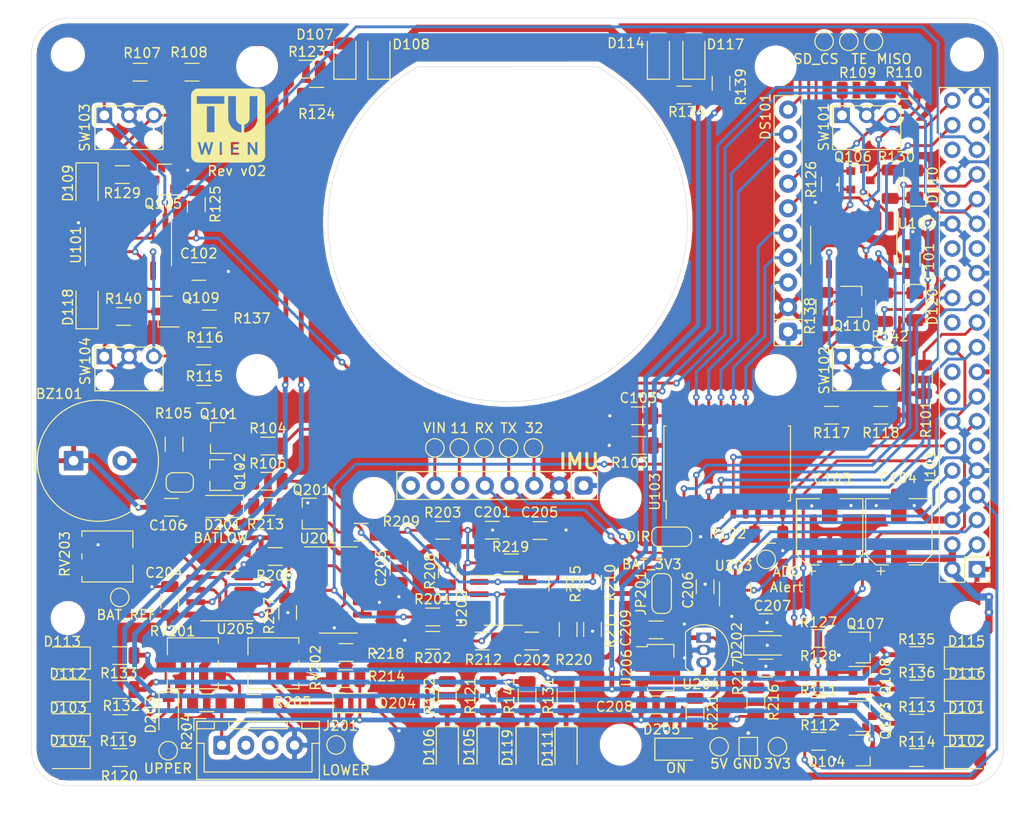
<source format=kicad_pcb>
(kicad_pcb (version 20171130) (host pcbnew 5.1.12-84ad8e8a86~92~ubuntu18.04.1)
  (title_block (title "NX Adapter Board") (date 2021-07-18) (rev v01) (company "TU Wien - CPS") (comment 1 "Author: Fabjan Sukalia"))
  (layers (0 F.Cu signal) (31 B.Cu signal) (34 B.Paste user) (35 F.Paste user) (36 B.SilkS user) (37 F.SilkS user) (38 B.Mask user) (39 F.Mask user) (44 Edge.Cuts user))
  (net 0 "")
  (net 1 +5V)
  (net 2 +3V3)
  (net 3 GND)
  (net 4 /SPI0_MISO)
  (net 5 /SW0)
  (net 6 /SW3)
  (net 7 /SW2)
  (net 8 /SW1)
  (net 9 /LCD_CS)
  (net 10 /LCD_DC)
  (net 11 /LCD_MOSI)
  (net 12 /LCD_SCK)
  (net 13 /LCD_PWM)
  (net 14 /IMU_TX)
  (net 15 /IMU_RX)
  (net 16 /LED0)
  (net 17 /LED1)
  (net 18 /Buzzer_PWM)
  (net 19 /LED2)
  (net 20 /I2C_SDA)
  (net 21 /I2C_SCL)
  (net 22 /LCD_MOSI_IN)
  (net 23 /LCD_SCK_IN)
  (net 24 /LCD_CS_IN)
  (net 25 /LCD_PWM_IN)
  (net 26 /LCD_DC_IN)
  (net 27 /DIR)
  (net 28 /LED3)
  (net 29 "Net-(BZ101-Pad2)")
  (net 30 "Net-(C201-Pad1)")
  (net 31 "Net-(C202-Pad1)")
  (net 32 "Net-(D101-Pad1)")
  (net 33 "Net-(D102-Pad1)")
  (net 34 "Net-(D103-Pad1)")
  (net 35 "Net-(D104-Pad1)")
  (net 36 "Net-(D105-Pad1)")
  (net 37 "Net-(D106-Pad1)")
  (net 38 "Net-(D107-Pad1)")
  (net 39 "Net-(D108-Pad1)")
  (net 40 "Net-(D109-Pad1)")
  (net 41 "Net-(D110-Pad1)")
  (net 42 "Net-(D111-Pad1)")
  (net 43 "Net-(D112-Pad1)")
  (net 44 "Net-(D113-Pad1)")
  (net 45 "Net-(D114-Pad1)")
  (net 46 "Net-(D115-Pad1)")
  (net 47 "Net-(D116-Pad1)")
  (net 48 "Net-(D117-Pad1)")
  (net 49 "Net-(D118-Pad1)")
  (net 50 "Net-(D119-Pad1)")
  (net 51 "Net-(D120-Pad1)")
  (net 52 "Net-(D201-Pad1)")
  (net 53 /batterymonitor/BAT_ADC)
  (net 54 /batterymonitor/BAT_UPPER)
  (net 55 /batterymonitor/BAT_LOWER)
  (net 56 /batterymonitor/BAT_REF)
  (net 57 "Net-(DS101-Pad10)")
  (net 58 "Net-(DS101-Pad7)")
  (net 59 "Net-(DS101-Pad6)")
  (net 60 "Net-(J101-Pad11)")
  (net 61 /BAT_LOW)
  (net 62 "Net-(J101-Pad16)")
  (net 63 "Net-(J101-Pad18)")
  (net 64 "Net-(J101-Pad22)")
  (net 65 "Net-(J101-Pad36)")
  (net 66 "Net-(J101-Pad37)")
  (net 67 "Net-(J102-Pad7)")
  (net 68 "Net-(J102-Pad6)")
  (net 69 "Net-(J102-Pad3)")
  (net 70 +BATT)
  (net 71 "Net-(JP102-Pad2)")
  (net 72 "Net-(Q101-Pad1)")
  (net 73 "Net-(Q102-Pad1)")
  (net 74 "Net-(Q103-Pad3)")
  (net 75 "Net-(Q103-Pad1)")
  (net 76 "Net-(Q104-Pad3)")
  (net 77 "Net-(Q104-Pad1)")
  (net 78 "Net-(Q105-Pad3)")
  (net 79 "Net-(Q105-Pad1)")
  (net 80 "Net-(Q106-Pad3)")
  (net 81 "Net-(Q106-Pad1)")
  (net 82 "Net-(Q107-Pad3)")
  (net 83 "Net-(Q107-Pad1)")
  (net 84 "Net-(Q108-Pad3)")
  (net 85 "Net-(Q108-Pad1)")
  (net 86 "Net-(Q109-Pad3)")
  (net 87 "Net-(Q109-Pad1)")
  (net 88 "Net-(Q110-Pad3)")
  (net 89 "Net-(Q110-Pad1)")
  (net 90 "Net-(Q201-Pad3)")
  (net 91 "Net-(Q201-Pad1)")
  (net 92 "Net-(R102-Pad1)")
  (net 93 "Net-(R103-Pad1)")
  (net 94 /BAT_BUZZER)
  (net 95 "Net-(R107-Pad1)")
  (net 96 "Net-(R108-Pad2)")
  (net 97 "Net-(R109-Pad1)")
  (net 98 "Net-(R110-Pad2)")
  (net 99 "Net-(R115-Pad1)")
  (net 100 "Net-(R116-Pad2)")
  (net 101 "Net-(R117-Pad1)")
  (net 102 "Net-(R118-Pad2)")
  (net 103 /batterymonitor/OSC1_REF)
  (net 104 "Net-(R204-Pad2)")
  (net 105 "Net-(R205-Pad1)")
  (net 106 /batterymonitor/~BAT_SET)
  (net 107 /batterymonitor/~BAT_RESET)
  (net 108 /batterymonitor/OSC1_OUT)
  (net 109 /batterymonitor/OSC2_REF)
  (net 110 "Net-(U101-Pad10)")
  (net 111 "Net-(U102-Pad10)")
  (net 112 "Net-(U103-Pad13)")
  (net 113 "Net-(U103-Pad12)")
  (net 114 "Net-(U103-Pad11)")
  (net 115 "Net-(U201-Pad11)")
  (net 116 "Net-(U201-Pad8)")
  (net 117 "Net-(U201-Pad2)")
  (net 118 "Net-(J201-Pad3)")
  (net 119 "Net-(J201-Pad2)")
  (net 120 "Net-(R214-Pad2)")
  (net 121 "Net-(R218-Pad1)")
  (net 122 "Net-(TP204-Pad1)")
  (net 123 "Net-(U101-Pad3)")
  (net 124 "Net-(U102-Pad3)")
  (net 125 "Net-(C209-Pad1)")
  (net 126 +3V3BAT)
  (net 127 "Net-(D205-Pad2)")
  (net 128 /I2C_SCL2)
  (net 129 /I2C_SDA2)
  (module TestPoint:TestPoint_Pad_D1.5mm (layer F.Cu) (at 141.5034 94.234)
    (fp_text reference TP111 hide)
    (fp_text value VIN hide)
    (pad 1 smd circle (at 0 0) (size 1.5 1.5) (layers F.Cu F.Mask) (net 67 "Net-(J102-Pad7)"))
  )
  (module Package_TO_SOT_SMD:SOT-89-3 (layer F.Cu) (at 164.43452 116.82476)
    (fp_text reference U206 (at -3.2004 0.0508 270) (layer F.SilkS))
    (fp_text value L78L33_SOT89)
    (pad 2 smd custom (at -1.5625 0) (size 1.475 0.9) (layers F.Cu F.Paste F.Mask) (net 3 GND) (options (clearance outline) (anchor rect)) (primitives (gr_poly (pts (xy 0.7375 -0.8665) (xy 3.8625 -0.8665) (xy 3.8625 0.8665) (xy 0.7375 0.8665)) (width 0))))
    (pad 3 smd rect (at -1.65 1.5) (size 1.3 0.9) (layers F.Cu F.Paste F.Mask) (net 70 +BATT))
    (pad 1 smd rect (at -1.65 -1.5) (size 1.3 0.9) (layers F.Cu F.Paste F.Mask) (net 125 "Net-(C209-Pad1)"))
  )
  (module Package_TO_SOT_THT:TO-92_Inline (layer F.Cu) (at 169.14368 113.7666 270)
    (fp_text reference U204 (at 4.78536 0.24892 180) (layer F.SilkS))
    (fp_text value L78L33_TO92)
    (pad 1 thru_hole rect (at 0 0 270) (size 1.05 1.5) (drill 0.75) (layers *.Cu *.Mask) (net 125 "Net-(C209-Pad1)"))
    (pad 3 thru_hole oval (at 2.54 0 270) (size 1.05 1.5) (drill 0.75) (layers *.Cu *.Mask) (net 70 +BATT))
    (pad 2 thru_hole oval (at 1.27 0 270) (size 1.05 1.5) (drill 0.75) (layers *.Cu *.Mask) (net 3 GND))
  )
  (module Resistor_SMD:R_1206_3216Metric (layer F.Cu) (at 168.26484 121.47296 270)
    (fp_text reference R221 (at 0 -1.82 90) (layer F.SilkS))
    (fp_text value 300)
    (pad 2 smd roundrect (at 1.4625 0 270) (size 1.125 1.75) (layers F.Cu F.Paste F.Mask) (roundrect_rratio 0.2222204444444444) (net 127 "Net-(D205-Pad2)"))
    (pad 1 smd roundrect (at -1.4625 0 270) (size 1.125 1.75) (layers F.Cu F.Paste F.Mask) (roundrect_rratio 0.2222204444444444) (net 125 "Net-(C209-Pad1)"))
  )
  (module Jumper:SolderJumper-3_P1.3mm_Open_RoundedPad1.0x1.5mm (layer F.Cu) (at 164.83584 109.22508 270)
    (fp_text reference JP201 (at -0.02032 2.1336 90) (layer F.SilkS))
    (fp_text value SEL_3V3)
    (pad 2 smd rect (at 0 0 270) (size 1 1.5) (layers F.Cu F.Mask) (net 126 +3V3BAT))
    (pad 3 smd custom (at 1.3 0 270) (size 1 0.5) (layers F.Cu F.Mask) (net 125 "Net-(C209-Pad1)") (options (clearance outline) (anchor rect)) (primitives (gr_circle (center 0 0.25) (end 0.5 0.25) (width 0)) (gr_circle (center 0 -0.25) (end 0.5 -0.25) (width 0)) (gr_poly (pts (xy -0.55 -0.75) (xy 0 -0.75) (xy 0 0.75) (xy -0.55 0.75)) (width 0))))
    (pad 1 smd custom (at -1.3 0 270) (size 1 0.5) (layers F.Cu F.Mask) (net 2 +3V3) (options (clearance outline) (anchor rect)) (primitives (gr_circle (center 0 0.25) (end 0.5 0.25) (width 0)) (gr_circle (center 0 -0.25) (end 0.5 -0.25) (width 0)) (gr_poly (pts (xy 0.55 -0.75) (xy 0 -0.75) (xy 0 0.75) (xy 0.55 0.75)) (width 0))))
  )
  (module LED_SMD:LED_1206_3216Metric (layer F.Cu) (at 166.4208 125.24232)
    (fp_text reference D205 (at -1.58496 -2.03708) (layer F.SilkS))
    (fp_text value GREEN)
    (pad 2 smd roundrect (at 1.4 0) (size 1.25 1.75) (layers F.Cu F.Paste F.Mask) (roundrect_rratio 0.2) (net 127 "Net-(D205-Pad2)"))
    (pad 1 smd roundrect (at -1.4 0) (size 1.25 1.75) (layers F.Cu F.Paste F.Mask) (roundrect_rratio 0.2) (net 3 GND))
  )
  (module Capacitor_SMD:C_1206_3216Metric (layer F.Cu) (at 164.25672 112.96396)
    (fp_text reference C209 (at -3.0988 -0.19304 90) (layer F.SilkS))
    (fp_text value 100n)
    (pad 2 smd roundrect (at 1.475 0) (size 1.15 1.8) (layers F.Cu F.Paste F.Mask) (roundrect_rratio 0.2173904347826087) (net 3 GND))
    (pad 1 smd roundrect (at -1.475 0) (size 1.15 1.8) (layers F.Cu F.Paste F.Mask) (roundrect_rratio 0.2173904347826087) (net 125 "Net-(C209-Pad1)"))
  )
  (module Capacitor_SMD:C_1206_3216Metric (layer F.Cu) (at 164.25672 120.68556 180)
    (fp_text reference C208 (at 4.27736 -0.18796 180) (layer F.SilkS))
    (fp_text value 330n)
    (pad 2 smd roundrect (at 1.475 0 180) (size 1.15 1.8) (layers F.Cu F.Paste F.Mask) (roundrect_rratio 0.2173904347826087) (net 70 +BATT))
    (pad 1 smd roundrect (at -1.475 0 180) (size 1.15 1.8) (layers F.Cu F.Paste F.Mask) (roundrect_rratio 0.2173904347826087) (net 3 GND))
  )
  (module Buzzer_Beeper:Buzzer_TDK_PS1240P02BT_D12.2mm_H6.5mm (layer F.Cu) (at 104.3432 95.5548)
    (fp_text reference BZ101 (at -1.4732 -6.8834) (layer F.SilkS))
    (fp_text value Buzzer)
    (pad 2 thru_hole circle (at 5 0) (size 2 2) (drill 1) (layers *.Cu *.Mask) (net 29 "Net-(BZ101-Pad2)"))
    (pad 1 thru_hole rect (at 0 0) (size 2 2) (drill 1) (layers *.Cu *.Mask) (net 1 +5V))
  )
  (module nx_adapter:imu_SIP-7 (layer F.Cu) (at 147.91944 96.6851 180)
    (fp_text reference J102 hide)
    (fp_text value openlog_artemis hide)
    (pad "" np_thru_hole circle (at -12.7 -28.0924 180) (size 3.3 3.3) (drill 3.3) (layers *.Cu *.Mask))
    (pad "" np_thru_hole circle (at 12.7 -28.0924 180) (size 3.3 3.3) (drill 3.3) (layers *.Cu *.Mask))
    (pad "" np_thru_hole circle (at 12.7 -2.6924 180) (size 3.3 3.3) (drill 3.3) (layers *.Cu *.Mask))
    (pad "" np_thru_hole circle (at -12.7 -2.6924 180) (size 3.3 3.3) (drill 3.3) (layers *.Cu *.Mask))
    (pad "" np_thru_hole circle (at 8.89 -1.4224 180) (size 1.87 1.87) (drill 1) (layers *.Cu *.Mask))
    (pad 7 thru_hole circle (at 6.35 -1.4224 180) (size 1.87 1.87) (drill 1) (layers *.Cu *.Mask) (net 67 "Net-(J102-Pad7)"))
    (pad 6 thru_hole circle (at 3.81 -1.4224 180) (size 1.87 1.87) (drill 1) (layers *.Cu *.Mask) (net 68 "Net-(J102-Pad6)"))
    (pad 5 thru_hole circle (at 1.27 -1.4224 180) (size 1.87 1.87) (drill 1) (layers *.Cu *.Mask) (net 15 /IMU_RX))
    (pad 4 thru_hole circle (at -1.27 -1.4224 180) (size 1.87 1.87) (drill 1) (layers *.Cu *.Mask) (net 14 /IMU_TX))
    (pad 3 thru_hole circle (at -3.81 -1.4224 180) (size 1.87 1.87) (drill 1) (layers *.Cu *.Mask) (net 69 "Net-(J102-Pad3)"))
    (pad 2 thru_hole circle (at -6.35 -1.4224 180) (size 1.87 1.87) (drill 1) (layers *.Cu *.Mask) (net 2 +3V3))
    (pad 1 thru_hole roundrect (at -8.89 -1.4224 180) (size 1.87 1.87) (drill 1) (layers *.Cu *.Mask) (net 3 GND))
  )
  (module TU_Logo:TU_logo (layer F.Cu) (at 120.2055 61.0235)
    (fp_text reference "#G***" hide)
    (fp_text value LOGO hide)
  )
  (module MountingHole:MountingHole_2.5mm (layer F.Cu) (at 196.25 53.75)
    (fp_text reference H103 hide)
    (fp_text value MountingHole)
    (pad 1 np_thru_hole circle (at 0 0) (size 2.5 2.5) (drill 2.5) (layers *.Cu *.Mask))
  )
  (module MountingHole:MountingHole_2.5mm (layer F.Cu) (at 196.25 111.75)
    (fp_text reference H104 hide)
    (fp_text value MountingHole)
    (pad 1 np_thru_hole circle (at 0 0) (size 2.5 2.5) (drill 2.5) (layers *.Cu *.Mask))
  )
  (module MountingHole:MountingHole_2.5mm (layer F.Cu) (at 103.75 111.75)
    (fp_text reference H102 hide)
    (fp_text value MountingHole)
    (pad 1 np_thru_hole circle (at 0 0) (size 2.5 2.5) (drill 2.5) (layers *.Cu *.Mask))
  )
  (module MountingHole:MountingHole_2.5mm (layer F.Cu) (at 103.75 53.75)
    (fp_text reference H101 hide)
    (fp_text value MountingHole)
    (pad 1 np_thru_hole circle (at 0 0) (size 2.5 2.5) (drill 2.5) (layers *.Cu *.Mask))
  )
  (module Diode_SMD:D_SOD-123 (layer F.Cu) (at 133.2738 120.4976)
    (fp_text reference D204 (at 4.3688 0.0254) (layer F.SilkS))
    (fp_text value "Zener 3.6V")
    (pad 2 smd rect (at 1.65 0) (size 0.9 1.2) (layers F.Cu F.Paste F.Mask) (net 3 GND))
    (pad 1 smd rect (at -1.65 0) (size 0.9 1.2) (layers F.Cu F.Paste F.Mask) (net 55 /batterymonitor/BAT_LOWER))
  )
  (module Diode_SMD:D_SOD-123 (layer F.Cu) (at 114.1222 121.5898 270)
    (fp_text reference D203 (at 0.127 1.8542 90) (layer F.SilkS))
    (fp_text value "Zener 3.6V")
    (pad 2 smd rect (at 1.65 0 270) (size 0.9 1.2) (layers F.Cu F.Paste F.Mask) (net 3 GND))
    (pad 1 smd rect (at -1.65 0 270) (size 0.9 1.2) (layers F.Cu F.Paste F.Mask) (net 54 /batterymonitor/BAT_UPPER))
  )
  (module Diode_SMD:D_SOD-123 (layer F.Cu) (at 175.51908 114.554)
    (fp_text reference D202 (at -2.95148 -0.45212 90) (layer F.SilkS))
    (fp_text value "Zener 3.6V")
    (pad 2 smd rect (at 1.65 0) (size 0.9 1.2) (layers F.Cu F.Paste F.Mask) (net 3 GND))
    (pad 1 smd rect (at -1.65 0) (size 0.9 1.2) (layers F.Cu F.Paste F.Mask) (net 53 /batterymonitor/BAT_ADC))
  )
  (module Capacitor_SMD:C_1206_3216Metric (layer F.Cu) (at 175.55972 112.22228 180)
    (fp_text reference C207 (at -0.66548 1.73228) (layer F.SilkS))
    (fp_text value 100n)
    (pad 2 smd roundrect (at 1.475 0 180) (size 1.15 1.8) (layers F.Cu F.Paste F.Mask) (roundrect_rratio 0.2173904347826087) (net 53 /batterymonitor/BAT_ADC))
    (pad 1 smd roundrect (at -1.475 0 180) (size 1.15 1.8) (layers F.Cu F.Paste F.Mask) (roundrect_rratio 0.2173904347826087) (net 3 GND))
  )
  (module Package_SO:SOIC-8_3.9x4.9mm_P1.27mm (layer F.Cu) (at 148.5392 109.9312)
    (fp_text reference U202 (at -4.2672 0.8636 90) (layer F.SilkS))
    (fp_text value MCP6542)
    (pad 8 smd roundrect (at 2.475 -1.905) (size 1.95 0.6) (layers F.Cu F.Paste F.Mask) (net 126 +3V3BAT))
    (pad 7 smd roundrect (at 2.475 -0.635) (size 1.95 0.6) (layers F.Cu F.Paste F.Mask) (net 94 /BAT_BUZZER))
    (pad 6 smd roundrect (at 2.475 0.635) (size 1.95 0.6) (layers F.Cu F.Paste F.Mask) (net 31 "Net-(C202-Pad1)"))
    (pad 5 smd roundrect (at 2.475 1.905) (size 1.95 0.6) (layers F.Cu F.Paste F.Mask) (net 109 /batterymonitor/OSC2_REF))
    (pad 4 smd roundrect (at -2.475 1.905) (size 1.95 0.6) (layers F.Cu F.Paste F.Mask) (net 3 GND))
    (pad 3 smd roundrect (at -2.475 0.635) (size 1.95 0.6) (layers F.Cu F.Paste F.Mask) (net 103 /batterymonitor/OSC1_REF))
    (pad 2 smd roundrect (at -2.475 -0.635) (size 1.95 0.6) (layers F.Cu F.Paste F.Mask) (net 30 "Net-(C201-Pad1)"))
    (pad 1 smd roundrect (at -2.475 -1.905) (size 1.95 0.6) (layers F.Cu F.Paste F.Mask) (net 108 /batterymonitor/OSC1_OUT))
  )
  (module Package_SO:SOIC-14_3.9x8.7mm_P1.27mm (layer F.Cu) (at 131.572 108.8644)
    (fp_text reference U201 (at -2.03708 -5.31876) (layer F.SilkS))
    (fp_text value 74HC00)
    (pad 14 smd roundrect (at 2.475 -3.81) (size 1.95 0.6) (layers F.Cu F.Paste F.Mask) (net 126 +3V3BAT))
    (pad 13 smd roundrect (at 2.475 -2.54) (size 1.95 0.6) (layers F.Cu F.Paste F.Mask) (net 3 GND))
    (pad 12 smd roundrect (at 2.475 -1.27) (size 1.95 0.6) (layers F.Cu F.Paste F.Mask) (net 3 GND))
    (pad 11 smd roundrect (at 2.475 0) (size 1.95 0.6) (layers F.Cu F.Paste F.Mask) (net 115 "Net-(U201-Pad11)"))
    (pad 10 smd roundrect (at 2.475 1.27) (size 1.95 0.6) (layers F.Cu F.Paste F.Mask) (net 3 GND))
    (pad 9 smd roundrect (at 2.475 2.54) (size 1.95 0.6) (layers F.Cu F.Paste F.Mask) (net 3 GND))
    (pad 8 smd roundrect (at 2.475 3.81) (size 1.95 0.6) (layers F.Cu F.Paste F.Mask) (net 116 "Net-(U201-Pad8)"))
    (pad 7 smd roundrect (at -2.475 3.81) (size 1.95 0.6) (layers F.Cu F.Paste F.Mask) (net 3 GND))
    (pad 6 smd roundrect (at -2.475 2.54) (size 1.95 0.6) (layers F.Cu F.Paste F.Mask) (net 117 "Net-(U201-Pad2)"))
    (pad 5 smd roundrect (at -2.475 1.27) (size 1.95 0.6) (layers F.Cu F.Paste F.Mask) (net 107 /batterymonitor/~BAT_RESET))
    (pad 4 smd roundrect (at -2.475 0) (size 1.95 0.6) (layers F.Cu F.Paste F.Mask) (net 61 /BAT_LOW))
    (pad 3 smd roundrect (at -2.475 -1.27) (size 1.95 0.6) (layers F.Cu F.Paste F.Mask) (net 61 /BAT_LOW))
    (pad 2 smd roundrect (at -2.475 -2.54) (size 1.95 0.6) (layers F.Cu F.Paste F.Mask) (net 117 "Net-(U201-Pad2)"))
    (pad 1 smd roundrect (at -2.475 -3.81) (size 1.95 0.6) (layers F.Cu F.Paste F.Mask) (net 106 /batterymonitor/~BAT_SET))
  )
  (module Resistor_SMD:R_1206_3216Metric (layer F.Cu) (at 155.2194 112.9284 90)
    (fp_text reference R220 (at -3.1242 0.5842 180) (layer F.SilkS))
    (fp_text value 300k)
    (pad 2 smd roundrect (at 1.4625 0 90) (size 1.125 1.75) (layers F.Cu F.Paste F.Mask) (roundrect_rratio 0.2222195555555556) (net 31 "Net-(C202-Pad1)"))
    (pad 1 smd roundrect (at -1.4625 0 90) (size 1.125 1.75) (layers F.Cu F.Paste F.Mask) (roundrect_rratio 0.2222195555555556) (net 126 +3V3BAT))
  )
  (module Resistor_SMD:R_1206_3216Metric (layer F.Cu) (at 149.3774 106.0704 180)
    (fp_text reference R219 (at 0.08636 1.64084) (layer F.SilkS))
    (fp_text value 300k)
    (pad 2 smd roundrect (at 1.4625 0 180) (size 1.125 1.75) (layers F.Cu F.Paste F.Mask) (roundrect_rratio 0.2222195555555556) (net 30 "Net-(C201-Pad1)"))
    (pad 1 smd roundrect (at -1.4625 0 180) (size 1.125 1.75) (layers F.Cu F.Paste F.Mask) (roundrect_rratio 0.2222195555555556) (net 126 +3V3BAT))
  )
  (module Package_TO_SOT_SMD:SOT-23-6 (layer F.Cu) (at 172.39488 108.93552 90)
    (fp_text reference U203 (at 2.58064 -0.1524) (layer F.SilkS))
    (fp_text value ADC101C021)
    (pad 5 smd rect (at 1.1 0 90) (size 1.06 0.65) (layers F.Cu F.Paste F.Mask) (net 21 /I2C_SCL))
    (pad 6 smd rect (at 1.1 -0.95 90) (size 1.06 0.65) (layers F.Cu F.Paste F.Mask) (net 20 /I2C_SDA))
    (pad 4 smd rect (at 1.1 0.95 90) (size 1.06 0.65) (layers F.Cu F.Paste F.Mask) (net 122 "Net-(TP204-Pad1)"))
    (pad 3 smd rect (at -1.1 0.95 90) (size 1.06 0.65) (layers F.Cu F.Paste F.Mask) (net 53 /batterymonitor/BAT_ADC))
    (pad 2 smd rect (at -1.1 0 90) (size 1.06 0.65) (layers F.Cu F.Paste F.Mask) (net 3 GND))
    (pad 1 smd rect (at -1.1 -0.95 90) (size 1.06 0.65) (layers F.Cu F.Paste F.Mask) (net 2 +3V3))
  )
  (module TestPoint:TestPoint_Pad_D1.5mm (layer F.Cu) (at 175.58512 105.70972)
    (fp_text reference TP204 hide)
    (fp_text value ADC_ALERT hide)
    (pad 1 smd circle (at 0 0) (size 1.5 1.5) (layers F.Cu F.Mask) (net 122 "Net-(TP204-Pad1)"))
  )
  (module Resistor_SMD:R_1206_3216Metric (layer F.Cu) (at 132.3594 115.2906)
    (fp_text reference R218 (at 4.0894 0.127) (layer F.SilkS))
    (fp_text value 180k)
    (pad 2 smd roundrect (at 1.4625 0) (size 1.125 1.75) (layers F.Cu F.Paste F.Mask) (roundrect_rratio 0.2222195555555556) (net 3 GND))
    (pad 1 smd roundrect (at -1.4625 0) (size 1.125 1.75) (layers F.Cu F.Paste F.Mask) (roundrect_rratio 0.2222195555555556) (net 121 "Net-(R218-Pad1)"))
  )
  (module Resistor_SMD:R_1206_3216Metric (layer F.Cu) (at 132.3233 117.983 180)
    (fp_text reference R214 (at -4.2017 0.2286) (layer F.SilkS))
    (fp_text value 680k)
    (pad 2 smd roundrect (at 1.4625 0 180) (size 1.125 1.75) (layers F.Cu F.Paste F.Mask) (roundrect_rratio 0.2222195555555556) (net 120 "Net-(R214-Pad2)"))
    (pad 1 smd roundrect (at -1.4625 0 180) (size 1.125 1.75) (layers F.Cu F.Paste F.Mask) (roundrect_rratio 0.2222195555555556) (net 70 +BATT))
  )
  (module nx_adapter:SW_Nidec_CF-LD-1DC-AR2W (layer F.Cu) (at 107.5055 84.836)
    (fp_text reference SW104 (at -1.9685 0.4572 90) (layer F.SilkS))
    (fp_text value BB15AP-FA)
    (pad "" np_thru_hole circle (at 5.08 2.54) (size 1 1) (drill 1) (layers *.Cu *.Mask))
    (pad "" np_thru_hole circle (at 0 2.54) (size 1 1) (drill 1) (layers *.Cu *.Mask))
    (pad 1 thru_hole rect (at 0 0) (size 1.6 1.6) (drill 1) (layers *.Cu *.Mask) (net 99 "Net-(R115-Pad1)"))
    (pad 2 thru_hole circle (at 2.54 0) (size 1.6 1.6) (drill 1) (layers *.Cu *.Mask) (net 3 GND))
    (pad 3 thru_hole circle (at 5.08 0) (size 1.6 1.6) (drill 1) (layers *.Cu *.Mask) (net 100 "Net-(R116-Pad2)"))
  )
  (module nx_adapter:SW_Nidec_CFP2-1FC-AW (layer F.Cu) (at 183.388 60)
    (fp_text reference SW101 (at -1.8796 1.214 90) (layer F.SilkS))
    (fp_text value B12AP)
    (pad 3 thru_hole circle (at 5.08 0) (size 1.6 1.6) (drill 1) (layers *.Cu *.Mask) (net 98 "Net-(R110-Pad2)"))
    (pad 2 thru_hole circle (at 2.54 0) (size 1.6 1.6) (drill 1) (layers *.Cu *.Mask) (net 3 GND))
    (pad 1 thru_hole rect (at 0 0) (size 1.6 1.6) (drill 1) (layers *.Cu *.Mask) (net 97 "Net-(R109-Pad1)"))
    (pad "" np_thru_hole circle (at 0 2.54) (size 1 1) (drill 1) (layers *.Cu *.Mask))
    (pad "" np_thru_hole circle (at 5.08 2.54) (size 1 1) (drill 1) (layers *.Cu *.Mask))
  )
  (module nx_adapter:SW_Nidec_CFP2-1FC-AW (layer F.Cu) (at 107.5055 60)
    (fp_text reference SW103 (at -2.0193 1.2648 90) (layer F.SilkS))
    (fp_text value BB15AP-FA)
    (pad 3 thru_hole circle (at 5.08 0) (size 1.6 1.6) (drill 1) (layers *.Cu *.Mask) (net 96 "Net-(R108-Pad2)"))
    (pad 2 thru_hole circle (at 2.54 0) (size 1.6 1.6) (drill 1) (layers *.Cu *.Mask) (net 3 GND))
    (pad 1 thru_hole rect (at 0 0) (size 1.6 1.6) (drill 1) (layers *.Cu *.Mask) (net 95 "Net-(R107-Pad1)"))
    (pad "" np_thru_hole circle (at 0 2.54) (size 1 1) (drill 1) (layers *.Cu *.Mask))
    (pad "" np_thru_hole circle (at 5.08 2.54) (size 1 1) (drill 1) (layers *.Cu *.Mask))
  )
  (module nx_adapter:SW_Nidec_CF-LD-1DC-AR2W (layer F.Cu) (at 183.388 84.836)
    (fp_text reference SW102 (at -1.8288 1.4224 90) (layer F.SilkS))
    (fp_text value B12AP)
    (pad "" np_thru_hole circle (at 5.08 2.54) (size 1 1) (drill 1) (layers *.Cu *.Mask))
    (pad "" np_thru_hole circle (at 0 2.54) (size 1 1) (drill 1) (layers *.Cu *.Mask))
    (pad 1 thru_hole rect (at 0 0) (size 1.6 1.6) (drill 1) (layers *.Cu *.Mask) (net 101 "Net-(R117-Pad1)"))
    (pad 2 thru_hole circle (at 2.54 0) (size 1.6 1.6) (drill 1) (layers *.Cu *.Mask) (net 3 GND))
    (pad 3 thru_hole circle (at 5.08 0) (size 1.6 1.6) (drill 1) (layers *.Cu *.Mask) (net 102 "Net-(R118-Pad2)"))
  )
  (module Resistor_SMD:R_1206_3216Metric (layer F.Cu) (at 142.7861 106.8705 270)
    (fp_text reference R208 (at 0.0508 1.778 90) (layer F.SilkS))
    (fp_text value 100k)
    (pad 2 smd roundrect (at 1.4625 0 270) (size 1.125 1.75) (layers F.Cu F.Paste F.Mask) (roundrect_rratio 0.2222195555555556) (net 103 /batterymonitor/OSC1_REF))
    (pad 1 smd roundrect (at -1.4625 0 270) (size 1.125 1.75) (layers F.Cu F.Paste F.Mask) (roundrect_rratio 0.2222195555555556) (net 108 /batterymonitor/OSC1_OUT))
  )
  (module Connector_JST:JST_XH_B4B-XH-A_1x04_P2.50mm_Vertical (layer F.Cu) (at 119.5705 124.841)
    (fp_text reference J201 (at 12.2301 -2.0066 180) (layer F.SilkS))
    (fp_text value "B4B-XH-A (LF)(SN)")
    (pad 4 thru_hole oval (at 7.5 0) (size 1.7 1.95) (drill 0.95) (layers *.Cu *.Mask) (net 3 GND))
    (pad 3 thru_hole oval (at 5 0) (size 1.7 1.95) (drill 0.95) (layers *.Cu *.Mask) (net 118 "Net-(J201-Pad3)"))
    (pad 2 thru_hole oval (at 2.5 0) (size 1.7 1.95) (drill 0.95) (layers *.Cu *.Mask) (net 119 "Net-(J201-Pad2)"))
    (pad 1 thru_hole roundrect (at 0 0) (size 1.7 1.95) (drill 0.95) (layers *.Cu *.Mask) (roundrect_rratio 0.1470588235294118) (net 70 +BATT))
  )
  (module Package_SO:SOIC-8_3.9x4.9mm_P1.27mm (layer F.Cu) (at 119.38 109.474 180)
    (fp_text reference U205 (at -1.6002 -3.4036) (layer F.SilkS))
    (fp_text value MCP6542)
    (pad 8 smd roundrect (at 2.475 -1.905 180) (size 1.95 0.6) (layers F.Cu F.Paste F.Mask) (net 126 +3V3BAT))
    (pad 7 smd roundrect (at 2.475 -0.635 180) (size 1.95 0.6) (layers F.Cu F.Paste F.Mask) (net 107 /batterymonitor/~BAT_RESET))
    (pad 6 smd roundrect (at 2.475 0.635 180) (size 1.95 0.6) (layers F.Cu F.Paste F.Mask) (net 54 /batterymonitor/BAT_UPPER))
    (pad 5 smd roundrect (at 2.475 1.905 180) (size 1.95 0.6) (layers F.Cu F.Paste F.Mask) (net 56 /batterymonitor/BAT_REF))
    (pad 4 smd roundrect (at -2.475 1.905 180) (size 1.95 0.6) (layers F.Cu F.Paste F.Mask) (net 3 GND))
    (pad 3 smd roundrect (at -2.475 0.635 180) (size 1.95 0.6) (layers F.Cu F.Paste F.Mask) (net 55 /batterymonitor/BAT_LOWER))
    (pad 2 smd roundrect (at -2.475 -0.635 180) (size 1.95 0.6) (layers F.Cu F.Paste F.Mask) (net 56 /batterymonitor/BAT_REF))
    (pad 1 smd roundrect (at -2.475 -1.905 180) (size 1.95 0.6) (layers F.Cu F.Paste F.Mask) (net 106 /batterymonitor/~BAT_SET))
  )
  (module Capacitor_SMD:C_1206_3216Metric (layer F.Cu) (at 114.2365 109.982 270)
    (fp_text reference C204 (at -2.8956 0.5969 180) (layer F.SilkS))
    (fp_text value 100n)
    (pad 2 smd roundrect (at 1.475 0 270) (size 1.15 1.8) (layers F.Cu F.Paste F.Mask) (roundrect_rratio 0.2173904347826087) (net 126 +3V3BAT))
    (pad 1 smd roundrect (at -1.475 0 270) (size 1.15 1.8) (layers F.Cu F.Paste F.Mask) (roundrect_rratio 0.2173904347826087) (net 3 GND))
  )
  (module nx_adapter:display_SIP-10 (layer F.Cu) (at 177.8381 70.84822 90)
    (fp_text reference DS101 (at 10.71372 -2.3241 90) (layer F.SilkS))
    (fp_text value display-1_8)
    (pad "" np_thru_hole circle (at 15.875 -54.62 90) (size 3.3 3.3) (drill 3.3) (layers *.Cu *.Mask))
    (pad "" np_thru_hole circle (at -15.875 -54.62 90) (size 3.3 3.3) (drill 3.3) (layers *.Cu *.Mask))
    (pad "" np_thru_hole circle (at 15.875 -1.28 90) (size 3.3 3.3) (drill 3.3) (layers *.Cu *.Mask))
    (pad "" np_thru_hole circle (at -15.875 -1.28 90) (size 3.3 3.3) (drill 3.3) (layers *.Cu *.Mask))
    (pad 10 thru_hole circle (at 11.43 0 90) (size 1.87 1.87) (drill 1) (layers *.Cu *.Mask) (net 57 "Net-(DS101-Pad10)"))
    (pad 9 thru_hole circle (at 8.89 0 90) (size 1.87 1.87) (drill 1) (layers *.Cu *.Mask) (net 9 /LCD_CS))
    (pad 8 thru_hole circle (at 6.35 0 90) (size 1.87 1.87) (drill 1) (layers *.Cu *.Mask) (net 10 /LCD_DC))
    (pad 7 thru_hole circle (at 3.81 0 90) (size 1.87 1.87) (drill 1) (layers *.Cu *.Mask) (net 58 "Net-(DS101-Pad7)"))
    (pad 6 thru_hole circle (at 1.27 0 90) (size 1.87 1.87) (drill 1) (layers *.Cu *.Mask) (net 59 "Net-(DS101-Pad6)"))
    (pad 5 thru_hole circle (at -1.27 0 90) (size 1.87 1.87) (drill 1) (layers *.Cu *.Mask) (net 11 /LCD_MOSI))
    (pad 4 thru_hole circle (at -3.81 0 90) (size 1.87 1.87) (drill 1) (layers *.Cu *.Mask) (net 12 /LCD_SCK))
    (pad 3 thru_hole circle (at -6.35 0 90) (size 1.87 1.87) (drill 1) (layers *.Cu *.Mask) (net 13 /LCD_PWM))
    (pad 2 thru_hole circle (at -8.89 0 90) (size 1.87 1.87) (drill 1) (layers *.Cu *.Mask) (net 2 +3V3))
    (pad 1 thru_hole roundrect (at -11.43 0 90) (size 1.87 1.87) (drill 1) (layers *.Cu *.Mask) (net 3 GND))
  )
  (module Resistor_SMD:R_1206_3216Metric (layer F.Cu) (at 162.4965 93.98 180)
    (fp_text reference R103 (at 0.9525 -1.778) (layer F.SilkS))
    (fp_text value 10k)
    (pad 2 smd roundrect (at 1.4625 0 180) (size 1.125 1.75) (layers F.Cu F.Paste F.Mask) (roundrect_rratio 0.2222195555555556) (net 3 GND))
    (pad 1 smd roundrect (at -1.4625 0 180) (size 1.125 1.75) (layers F.Cu F.Paste F.Mask) (roundrect_rratio 0.2222195555555556) (net 93 "Net-(R103-Pad1)"))
  )
  (module Resistor_SMD:R_1206_3216Metric (layer F.Cu) (at 150.992 119.75 90)
    (fp_text reference R141 (at 0 -1.82 90) (layer F.SilkS))
    (fp_text value 300)
    (pad 2 smd roundrect (at 1.4625 0 90) (size 1.125 1.75) (layers F.Cu F.Paste F.Mask) (roundrect_rratio 0.2222195555555556) (net 84 "Net-(Q108-Pad3)"))
    (pad 1 smd roundrect (at -1.4625 0 90) (size 1.125 1.75) (layers F.Cu F.Paste F.Mask) (roundrect_rratio 0.2222195555555556) (net 50 "Net-(D119-Pad1)"))
  )
  (module Resistor_SMD:R_1206_3216Metric (layer F.Cu) (at 133.91388 102.91572 180)
    (fp_text reference R209 (at -4.13004 1.10236) (layer F.SilkS))
    (fp_text value 470)
    (pad 2 smd roundrect (at 1.4625 0 180) (size 1.125 1.75) (layers F.Cu F.Paste F.Mask) (roundrect_rratio 0.2222195555555556) (net 91 "Net-(Q201-Pad1)"))
    (pad 1 smd roundrect (at -1.4625 0 180) (size 1.125 1.75) (layers F.Cu F.Paste F.Mask) (roundrect_rratio 0.2222195555555556) (net 108 /batterymonitor/OSC1_OUT))
  )
  (module Package_SO:SOIC-14_3.9x8.7mm_P1.27mm (layer F.Cu) (at 184.5945 73.3585 270)
    (fp_text reference U102 (at -2.2131 -6.4643) (layer F.SilkS))
    (fp_text value 74HC00)
    (pad 14 smd roundrect (at 2.475 -3.81 270) (size 1.95 0.6) (layers F.Cu F.Paste F.Mask) (net 2 +3V3))
    (pad 13 smd roundrect (at 2.475 -2.54 270) (size 1.95 0.6) (layers F.Cu F.Paste F.Mask) (net 102 "Net-(R118-Pad2)"))
    (pad 12 smd roundrect (at 2.475 -1.27 270) (size 1.95 0.6) (layers F.Cu F.Paste F.Mask) (net 8 /SW1))
    (pad 11 smd roundrect (at 2.475 0 270) (size 1.95 0.6) (layers F.Cu F.Paste F.Mask) (net 111 "Net-(U102-Pad10)"))
    (pad 10 smd roundrect (at 2.475 1.27 270) (size 1.95 0.6) (layers F.Cu F.Paste F.Mask) (net 111 "Net-(U102-Pad10)"))
    (pad 9 smd roundrect (at 2.475 2.54 270) (size 1.95 0.6) (layers F.Cu F.Paste F.Mask) (net 101 "Net-(R117-Pad1)"))
    (pad 8 smd roundrect (at 2.475 3.81 270) (size 1.95 0.6) (layers F.Cu F.Paste F.Mask) (net 8 /SW1))
    (pad 7 smd roundrect (at -2.475 3.81 270) (size 1.95 0.6) (layers F.Cu F.Paste F.Mask) (net 3 GND))
    (pad 6 smd roundrect (at -2.475 2.54 270) (size 1.95 0.6) (layers F.Cu F.Paste F.Mask) (net 5 /SW0))
    (pad 5 smd roundrect (at -2.475 1.27 270) (size 1.95 0.6) (layers F.Cu F.Paste F.Mask) (net 98 "Net-(R110-Pad2)"))
    (pad 4 smd roundrect (at -2.475 0 270) (size 1.95 0.6) (layers F.Cu F.Paste F.Mask) (net 124 "Net-(U102-Pad3)"))
    (pad 3 smd roundrect (at -2.475 -1.27 270) (size 1.95 0.6) (layers F.Cu F.Paste F.Mask) (net 124 "Net-(U102-Pad3)"))
    (pad 2 smd roundrect (at -2.475 -2.54 270) (size 1.95 0.6) (layers F.Cu F.Paste F.Mask) (net 5 /SW0))
    (pad 1 smd roundrect (at -2.475 -3.81 270) (size 1.95 0.6) (layers F.Cu F.Paste F.Mask) (net 97 "Net-(R109-Pad1)"))
  )
  (module Package_TO_SOT_SMD:SOT-23 (layer F.Cu) (at 119.1895 93.218 180)
    (fp_text reference Q101 (at -0.0635 2.4765) (layer F.SilkS))
    (fp_text value NX3020NAK)
    (pad 3 smd rect (at 1 0 180) (size 0.9 0.8) (layers F.Cu F.Paste F.Mask) (net 29 "Net-(BZ101-Pad2)"))
    (pad 2 smd rect (at -1 0.95 180) (size 0.9 0.8) (layers F.Cu F.Paste F.Mask) (net 3 GND))
    (pad 1 smd rect (at -1 -0.95 180) (size 0.9 0.8) (layers F.Cu F.Paste F.Mask) (net 72 "Net-(Q101-Pad1)"))
  )
  (module Capacitor_SMD:C_1206_3216Metric (layer F.Cu) (at 152.3238 102.743 180)
    (fp_text reference C205 (at 0.0399 1.8669) (layer F.SilkS))
    (fp_text value 100n)
    (pad 2 smd roundrect (at 1.475 0 180) (size 1.15 1.8) (layers F.Cu F.Paste F.Mask) (roundrect_rratio 0.2173904347826087) (net 126 +3V3BAT))
    (pad 1 smd roundrect (at -1.475 0 180) (size 1.15 1.8) (layers F.Cu F.Paste F.Mask) (roundrect_rratio 0.2173904347826087) (net 3 GND))
  )
  (module Capacitor_SMD:C_1206_3216Metric (layer F.Cu) (at 147.4089 102.7049)
    (fp_text reference C201 (at 0 -1.85) (layer F.SilkS))
    (fp_text value 3u9)
    (pad 2 smd roundrect (at 1.475 0) (size 1.15 1.8) (layers F.Cu F.Paste F.Mask) (roundrect_rratio 0.2173904347826087) (net 3 GND))
    (pad 1 smd roundrect (at -1.475 0) (size 1.15 1.8) (layers F.Cu F.Paste F.Mask) (roundrect_rratio 0.2173904347826087) (net 30 "Net-(C201-Pad1)"))
  )
  (module Potentiometer_SMD:Potentiometer_Vishay_TS53YL_Vertical (layer F.Cu) (at 107.823 105.41 180)
    (fp_text reference RV203 (at 4.3815 0.254 90) (layer F.SilkS))
    (fp_text value 100k)
    (pad 3 smd rect (at 2.75 1.15 180) (size 1.3 1.3) (layers F.Cu F.Paste F.Mask) (net 3 GND))
    (pad 2 smd rect (at -2.75 0 180) (size 2 1.3) (layers F.Cu F.Paste F.Mask) (net 56 /batterymonitor/BAT_REF))
    (pad 1 smd rect (at 2.75 -1.15 180) (size 1.3 1.3) (layers F.Cu F.Paste F.Mask) (net 126 +3V3BAT))
  )
  (module Potentiometer_SMD:Potentiometer_Vishay_TS53YL_Vertical (layer F.Cu) (at 124.8986 116.4082)
    (fp_text reference RV202 (at 4.3366 0.4572 90) (layer F.SilkS))
    (fp_text value 100k)
    (pad 3 smd rect (at 2.75 1.15) (size 1.3 1.3) (layers F.Cu F.Paste F.Mask) (net 120 "Net-(R214-Pad2)"))
    (pad 2 smd rect (at -2.75 0) (size 2 1.3) (layers F.Cu F.Paste F.Mask) (net 55 /batterymonitor/BAT_LOWER))
    (pad 1 smd rect (at 2.75 -1.15) (size 1.3 1.3) (layers F.Cu F.Paste F.Mask) (net 121 "Net-(R218-Pad1)"))
  )
  (module Potentiometer_SMD:Potentiometer_Vishay_TS53YL_Vertical (layer F.Cu) (at 116.6114 116.4082)
    (fp_text reference RV201 (at -2.0896 -3.302) (layer F.SilkS))
    (fp_text value 100k)
    (pad 3 smd rect (at 2.75 1.15) (size 1.3 1.3) (layers F.Cu F.Paste F.Mask) (net 105 "Net-(R205-Pad1)"))
    (pad 2 smd rect (at -2.75 0) (size 2 1.3) (layers F.Cu F.Paste F.Mask) (net 54 /batterymonitor/BAT_UPPER))
    (pad 1 smd rect (at 2.75 -1.15) (size 1.3 1.3) (layers F.Cu F.Paste F.Mask) (net 104 "Net-(R204-Pad2)"))
  )
  (module Resistor_SMD:R_1206_3216Metric (layer F.Cu) (at 124.333 94.0435)
    (fp_text reference R104 (at 0 -1.82) (layer F.SilkS))
    (fp_text value 150k)
    (pad 2 smd roundrect (at 1.4625 0) (size 1.125 1.75) (layers F.Cu F.Paste F.Mask) (roundrect_rratio 0.2222195555555556) (net 18 /Buzzer_PWM))
    (pad 1 smd roundrect (at -1.4625 0) (size 1.125 1.75) (layers F.Cu F.Paste F.Mask) (roundrect_rratio 0.2222195555555556) (net 72 "Net-(Q101-Pad1)"))
  )
  (module Package_SO:SOIC-20W_7.5x12.8mm_P1.27mm (layer F.Cu) (at 171.577 95.836 90)
    (fp_text reference U103 (at -2.9065 -7.4295 90) (layer F.SilkS))
    (fp_text value 74LVC245)
    (pad 20 smd roundrect (at 4.65 -5.715 90) (size 2.05 0.6) (layers F.Cu F.Paste F.Mask) (net 2 +3V3))
    (pad 19 smd roundrect (at 4.65 -4.445 90) (size 2.05 0.6) (layers F.Cu F.Paste F.Mask) (net 93 "Net-(R103-Pad1)"))
    (pad 18 smd roundrect (at 4.65 -3.175 90) (size 2.05 0.6) (layers F.Cu F.Paste F.Mask) (net 9 /LCD_CS))
    (pad 17 smd roundrect (at 4.65 -1.905 90) (size 2.05 0.6) (layers F.Cu F.Paste F.Mask) (net 10 /LCD_DC))
    (pad 16 smd roundrect (at 4.65 -0.635 90) (size 2.05 0.6) (layers F.Cu F.Paste F.Mask) (net 11 /LCD_MOSI))
    (pad 15 smd roundrect (at 4.65 0.635 90) (size 2.05 0.6) (layers F.Cu F.Paste F.Mask) (net 12 /LCD_SCK))
    (pad 14 smd roundrect (at 4.65 1.905 90) (size 2.05 0.6) (layers F.Cu F.Paste F.Mask) (net 13 /LCD_PWM))
    (pad 13 smd roundrect (at 4.65 3.175 90) (size 2.05 0.6) (layers F.Cu F.Paste F.Mask) (net 112 "Net-(U103-Pad13)"))
    (pad 12 smd roundrect (at 4.65 4.445 90) (size 2.05 0.6) (layers F.Cu F.Paste F.Mask) (net 113 "Net-(U103-Pad12)"))
    (pad 11 smd roundrect (at 4.65 5.715 90) (size 2.05 0.6) (layers F.Cu F.Paste F.Mask) (net 114 "Net-(U103-Pad11)"))
    (pad 10 smd roundrect (at -4.65 5.715 90) (size 2.05 0.6) (layers F.Cu F.Paste F.Mask) (net 3 GND))
    (pad 9 smd roundrect (at -4.65 4.445 90) (size 2.05 0.6) (layers F.Cu F.Paste F.Mask) (net 92 "Net-(R102-Pad1)"))
    (pad 8 smd roundrect (at -4.65 3.175 90) (size 2.05 0.6) (layers F.Cu F.Paste F.Mask) (net 92 "Net-(R102-Pad1)"))
    (pad 7 smd roundrect (at -4.65 1.905 90) (size 2.05 0.6) (layers F.Cu F.Paste F.Mask) (net 92 "Net-(R102-Pad1)"))
    (pad 6 smd roundrect (at -4.65 0.635 90) (size 2.05 0.6) (layers F.Cu F.Paste F.Mask) (net 25 /LCD_PWM_IN))
    (pad 5 smd roundrect (at -4.65 -0.635 90) (size 2.05 0.6) (layers F.Cu F.Paste F.Mask) (net 23 /LCD_SCK_IN))
    (pad 4 smd roundrect (at -4.65 -1.905 90) (size 2.05 0.6) (layers F.Cu F.Paste F.Mask) (net 22 /LCD_MOSI_IN))
    (pad 3 smd roundrect (at -4.65 -3.175 90) (size 2.05 0.6) (layers F.Cu F.Paste F.Mask) (net 26 /LCD_DC_IN))
    (pad 2 smd roundrect (at -4.65 -4.445 90) (size 2.05 0.6) (layers F.Cu F.Paste F.Mask) (net 24 /LCD_CS_IN))
    (pad 1 smd roundrect (at -4.65 -5.715 90) (size 2.05 0.6) (layers F.Cu F.Paste F.Mask) (net 27 /DIR))
  )
  (module Package_SO:SOIC-14_3.9x8.7mm_P1.27mm (layer F.Cu) (at 109.982 73.533 270)
    (fp_text reference U101 (at -0.1905 5.3975 90) (layer F.SilkS))
    (fp_text value 74HC00)
    (pad 14 smd roundrect (at 2.475 -3.81 270) (size 1.95 0.6) (layers F.Cu F.Paste F.Mask) (net 2 +3V3))
    (pad 13 smd roundrect (at 2.475 -2.54 270) (size 1.95 0.6) (layers F.Cu F.Paste F.Mask) (net 100 "Net-(R116-Pad2)"))
    (pad 12 smd roundrect (at 2.475 -1.27 270) (size 1.95 0.6) (layers F.Cu F.Paste F.Mask) (net 6 /SW3))
    (pad 11 smd roundrect (at 2.475 0 270) (size 1.95 0.6) (layers F.Cu F.Paste F.Mask) (net 110 "Net-(U101-Pad10)"))
    (pad 10 smd roundrect (at 2.475 1.27 270) (size 1.95 0.6) (layers F.Cu F.Paste F.Mask) (net 110 "Net-(U101-Pad10)"))
    (pad 9 smd roundrect (at 2.475 2.54 270) (size 1.95 0.6) (layers F.Cu F.Paste F.Mask) (net 99 "Net-(R115-Pad1)"))
    (pad 8 smd roundrect (at 2.475 3.81 270) (size 1.95 0.6) (layers F.Cu F.Paste F.Mask) (net 6 /SW3))
    (pad 7 smd roundrect (at -2.475 3.81 270) (size 1.95 0.6) (layers F.Cu F.Paste F.Mask) (net 3 GND))
    (pad 6 smd roundrect (at -2.475 2.54 270) (size 1.95 0.6) (layers F.Cu F.Paste F.Mask) (net 7 /SW2))
    (pad 5 smd roundrect (at -2.475 1.27 270) (size 1.95 0.6) (layers F.Cu F.Paste F.Mask) (net 96 "Net-(R108-Pad2)"))
    (pad 4 smd roundrect (at -2.475 0 270) (size 1.95 0.6) (layers F.Cu F.Paste F.Mask) (net 123 "Net-(U101-Pad3)"))
    (pad 3 smd roundrect (at -2.475 -1.27 270) (size 1.95 0.6) (layers F.Cu F.Paste F.Mask) (net 123 "Net-(U101-Pad3)"))
    (pad 2 smd roundrect (at -2.475 -2.54 270) (size 1.95 0.6) (layers F.Cu F.Paste F.Mask) (net 7 /SW2))
    (pad 1 smd roundrect (at -2.475 -3.81 270) (size 1.95 0.6) (layers F.Cu F.Paste F.Mask) (net 95 "Net-(R107-Pad1)"))
  )
  (module TestPoint:TestPoint_Pad_D1.5mm (layer F.Cu) (at 109.093 109.6264)
    (fp_text reference TP203 hide)
    (fp_text value BAT_REF hide)
    (pad 1 smd circle (at 0 0) (size 1.5 1.5) (layers F.Cu F.Mask) (net 56 /batterymonitor/BAT_REF))
  )
  (module TestPoint:TestPoint_Pad_D1.5mm (layer F.Cu) (at 114.0714 125.3998 270)
    (fp_text reference TP202 hide)
    (fp_text value UPPER hide)
    (pad 1 smd circle (at 0 0 270) (size 1.5 1.5) (layers F.Cu F.Mask) (net 54 /batterymonitor/BAT_UPPER))
  )
  (module TestPoint:TestPoint_Pad_D1.5mm (layer F.Cu) (at 131.3434 124.8156 270)
    (fp_text reference TP201 hide)
    (fp_text value LOWER hide)
    (pad 1 smd circle (at 0 0 270) (size 1.5 1.5) (layers F.Cu F.Mask) (net 55 /batterymonitor/BAT_LOWER))
  )
  (module TestPoint:TestPoint_Pad_D1.5mm (layer F.Cu) (at 144.018 94.234)
    (fp_text reference TP110 hide)
    (fp_text value 11 hide)
    (pad 1 smd circle (at 0 0) (size 1.5 1.5) (layers F.Cu F.Mask) (net 68 "Net-(J102-Pad6)"))
  )
  (module TestPoint:TestPoint_Pad_D1.5mm (layer F.Cu) (at 151.638 94.234)
    (fp_text reference TP109 hide)
    (fp_text value 32 hide)
    (pad 1 smd circle (at 0 0) (size 1.5 1.5) (layers F.Cu F.Mask) (net 69 "Net-(J102-Pad3)"))
  )
  (module TestPoint:TestPoint_Pad_D1.5mm (layer F.Cu) (at 170.746 124.984)
    (fp_text reference TP108 hide)
    (fp_text value 5V hide)
    (pad 1 smd circle (at 0 0) (size 1.5 1.5) (layers F.Cu F.Mask) (net 1 +5V))
  )
  (module TestPoint:TestPoint_Pad_D1.5mm (layer F.Cu) (at 176.746 124.984)
    (fp_text reference TP107 hide)
    (fp_text value 3V3 hide)
    (pad 1 smd circle (at 0 0) (size 1.5 1.5) (layers F.Cu F.Mask) (net 2 +3V3))
  )
  (module TestPoint:TestPoint_Pad_D1.5mm (layer F.Cu) (at 181.5465 52.3875)
    (fp_text reference TP106 hide)
    (fp_text value SD_CS hide)
    (pad 1 smd circle (at 0 0) (size 1.5 1.5) (layers F.Cu F.Mask) (net 57 "Net-(DS101-Pad10)"))
  )
  (module TestPoint:TestPoint_Pad_D1.5mm (layer F.Cu) (at 184.0865 52.3875)
    (fp_text reference TP105 hide)
    (fp_text value TE hide)
    (pad 1 smd circle (at 0 0) (size 1.5 1.5) (layers F.Cu F.Mask) (net 58 "Net-(DS101-Pad7)"))
  )
  (module TestPoint:TestPoint_Pad_D1.5mm (layer F.Cu) (at 186.6265 52.3875)
    (fp_text reference TP104 hide)
    (fp_text value MISO hide)
    (pad 1 smd circle (at 0 0) (size 1.5 1.5) (layers F.Cu F.Mask) (net 59 "Net-(DS101-Pad6)"))
  )
  (module TestPoint:TestPoint_Pad_D1.5mm (layer F.Cu) (at 146.558 94.234)
    (fp_text reference TP103 hide)
    (fp_text value RX hide)
    (pad 1 smd circle (at 0 0) (size 1.5 1.5) (layers F.Cu F.Mask) (net 15 /IMU_RX))
  )
  (module TestPoint:TestPoint_Pad_D1.5mm (layer F.Cu) (at 149.098 94.234)
    (fp_text reference TP102 hide)
    (fp_text value TX hide)
    (pad 1 smd circle (at 0 0) (size 1.5 1.5) (layers F.Cu F.Mask) (net 14 /IMU_TX))
  )
  (module TestPoint:TestPoint_Pad_1.5x1.5mm (layer F.Cu) (at 173.746 124.984)
    (fp_text reference TP101 hide)
    (fp_text value GND hide)
    (pad 1 smd rect (at 0 0) (size 1.5 1.5) (layers F.Cu F.Mask) (net 3 GND))
  )
  (module Resistor_SMD:R_1206_3216Metric (layer F.Cu) (at 175.56988 116.89588)
    (fp_text reference R217 (at -2.87528 0.88392 270) (layer F.SilkS))
    (fp_text value 100k)
    (pad 2 smd roundrect (at 1.4625 0) (size 1.125 1.75) (layers F.Cu F.Paste F.Mask) (roundrect_rratio 0.2222195555555556) (net 3 GND))
    (pad 1 smd roundrect (at -1.4625 0) (size 1.125 1.75) (layers F.Cu F.Paste F.Mask) (roundrect_rratio 0.2222195555555556) (net 53 /batterymonitor/BAT_ADC))
  )
  (module Resistor_SMD:R_1206_3216Metric (layer F.Cu) (at 174.5234 120.40616 90)
    (fp_text reference R216 (at -0.02032 1.83388 90) (layer F.SilkS))
    (fp_text value 300k)
    (pad 2 smd roundrect (at 1.4625 0 90) (size 1.125 1.75) (layers F.Cu F.Paste F.Mask) (roundrect_rratio 0.2222195555555556) (net 53 /batterymonitor/BAT_ADC))
    (pad 1 smd roundrect (at -1.4625 0 90) (size 1.125 1.75) (layers F.Cu F.Paste F.Mask) (roundrect_rratio 0.2222195555555556) (net 70 +BATT))
  )
  (module Resistor_SMD:R_1206_3216Metric (layer F.Cu) (at 154.1526 108.2294 270)
    (fp_text reference R215 (at 0 -1.82 90) (layer F.SilkS))
    (fp_text value 100k)
    (pad 2 smd roundrect (at 1.4625 0 270) (size 1.125 1.75) (layers F.Cu F.Paste F.Mask) (roundrect_rratio 0.2222195555555556) (net 109 /batterymonitor/OSC2_REF))
    (pad 1 smd roundrect (at -1.4625 0 270) (size 1.125 1.75) (layers F.Cu F.Paste F.Mask) (roundrect_rratio 0.2222195555555556) (net 94 /BAT_BUZZER))
  )
  (module Resistor_SMD:R_1206_3216Metric (layer F.Cu) (at 124.333 100.26396)
    (fp_text reference R213 (at -0.254 1.8415) (layer F.SilkS))
    (fp_text value 300)
    (pad 2 smd roundrect (at 1.4625 0) (size 1.125 1.75) (layers F.Cu F.Paste F.Mask) (roundrect_rratio 0.2222195555555556) (net 90 "Net-(Q201-Pad3)"))
    (pad 1 smd roundrect (at -1.4625 0) (size 1.125 1.75) (layers F.Cu F.Paste F.Mask) (roundrect_rratio 0.2222195555555556) (net 52 "Net-(D201-Pad1)"))
  )
  (module Resistor_SMD:R_1206_3216Metric (layer F.Cu) (at 146.3822 114.1095)
    (fp_text reference R212 (at 0.1123 1.9304) (layer F.SilkS))
    (fp_text value 10k)
    (pad 2 smd roundrect (at 1.4625 0) (size 1.125 1.75) (layers F.Cu F.Paste F.Mask) (roundrect_rratio 0.2222195555555556) (net 31 "Net-(C202-Pad1)"))
    (pad 1 smd roundrect (at -1.4625 0) (size 1.125 1.75) (layers F.Cu F.Paste F.Mask) (roundrect_rratio 0.2222195555555556) (net 94 /BAT_BUZZER))
  )
  (module Resistor_SMD:R_1206_3216Metric (layer F.Cu) (at 157.7213 112.9264 270)
    (fp_text reference R211 (at 0 -1.82 90) (layer F.SilkS))
    (fp_text value 100k)
    (pad 2 smd roundrect (at 1.4625 0 270) (size 1.125 1.75) (layers F.Cu F.Paste F.Mask) (roundrect_rratio 0.2222195555555556) (net 3 GND))
    (pad 1 smd roundrect (at -1.4625 0 270) (size 1.125 1.75) (layers F.Cu F.Paste F.Mask) (roundrect_rratio 0.2222195555555556) (net 109 /batterymonitor/OSC2_REF))
  )
  (module Resistor_SMD:R_1206_3216Metric (layer F.Cu) (at 157.7213 108.0897 270)
    (fp_text reference R210 (at 0 -1.82 90) (layer F.SilkS))
    (fp_text value 100k)
    (pad 2 smd roundrect (at 1.4625 0 270) (size 1.125 1.75) (layers F.Cu F.Paste F.Mask) (roundrect_rratio 0.2222195555555556) (net 109 /batterymonitor/OSC2_REF))
    (pad 1 smd roundrect (at -1.4625 0 270) (size 1.125 1.75) (layers F.Cu F.Paste F.Mask) (roundrect_rratio 0.2222195555555556) (net 108 /batterymonitor/OSC1_OUT))
  )
  (module Resistor_SMD:R_1206_3216Metric (layer F.Cu) (at 126.365 111.1885 270)
    (fp_text reference R207 (at 0.3175 1.905 90) (layer F.SilkS))
    (fp_text value 100k)
    (pad 2 smd roundrect (at 1.4625 0 270) (size 1.125 1.75) (layers F.Cu F.Paste F.Mask) (roundrect_rratio 0.2222195555555556) (net 3 GND))
    (pad 1 smd roundrect (at -1.4625 0 270) (size 1.125 1.75) (layers F.Cu F.Paste F.Mask) (roundrect_rratio 0.2222195555555556) (net 107 /batterymonitor/~BAT_RESET))
  )
  (module Resistor_SMD:R_1206_3216Metric (layer F.Cu) (at 125.095 105.41)
    (fp_text reference R206 (at -0.0635 1.9685) (layer F.SilkS))
    (fp_text value 100k)
    (pad 2 smd roundrect (at 1.4625 0) (size 1.125 1.75) (layers F.Cu F.Paste F.Mask) (roundrect_rratio 0.2222195555555556) (net 106 /batterymonitor/~BAT_SET))
    (pad 1 smd roundrect (at -1.4625 0) (size 1.125 1.75) (layers F.Cu F.Paste F.Mask) (roundrect_rratio 0.2222195555555556) (net 126 +3V3BAT))
  )
  (module Resistor_SMD:R_1206_3216Metric (layer F.Cu) (at 122.8705 120.523)
    (fp_text reference R205 (at 4.0005 -0.127) (layer F.SilkS))
    (fp_text value 180k)
    (pad 2 smd roundrect (at 1.4625 0) (size 1.125 1.75) (layers F.Cu F.Paste F.Mask) (roundrect_rratio 0.2222195555555556) (net 3 GND))
    (pad 1 smd roundrect (at -1.4625 0) (size 1.125 1.75) (layers F.Cu F.Paste F.Mask) (roundrect_rratio 0.2222195555555556) (net 105 "Net-(R205-Pad1)"))
  )
  (module Resistor_SMD:R_1206_3216Metric (layer F.Cu) (at 118.0445 120.4722 180)
    (fp_text reference R204 (at 2.0427 -2.9718 90) (layer F.SilkS))
    (fp_text value 680k)
    (pad 2 smd roundrect (at 1.4625 0 180) (size 1.125 1.75) (layers F.Cu F.Paste F.Mask) (roundrect_rratio 0.2222195555555556) (net 104 "Net-(R204-Pad2)"))
    (pad 1 smd roundrect (at -1.4625 0 180) (size 1.125 1.75) (layers F.Cu F.Paste F.Mask) (roundrect_rratio 0.2222195555555556) (net 70 +BATT))
  )
  (module Resistor_SMD:R_1206_3216Metric (layer F.Cu) (at 142.3162 102.7176)
    (fp_text reference R203 (at 0 -1.82) (layer F.SilkS))
    (fp_text value 100k)
    (pad 2 smd roundrect (at 1.4625 0) (size 1.125 1.75) (layers F.Cu F.Paste F.Mask) (roundrect_rratio 0.2222195555555556) (net 30 "Net-(C201-Pad1)"))
    (pad 1 smd roundrect (at -1.4625 0) (size 1.125 1.75) (layers F.Cu F.Paste F.Mask) (roundrect_rratio 0.2222195555555556) (net 108 /batterymonitor/OSC1_OUT))
  )
  (module Resistor_SMD:R_1206_3216Metric (layer F.Cu) (at 141.2855 114.046 180)
    (fp_text reference R202 (at 0 -1.82) (layer F.SilkS))
    (fp_text value 100k)
    (pad 2 smd roundrect (at 1.4625 0 180) (size 1.125 1.75) (layers F.Cu F.Paste F.Mask) (roundrect_rratio 0.2222195555555556) (net 3 GND))
    (pad 1 smd roundrect (at -1.4625 0 180) (size 1.125 1.75) (layers F.Cu F.Paste F.Mask) (roundrect_rratio 0.2222195555555556) (net 103 /batterymonitor/OSC1_REF))
  )
  (module Resistor_SMD:R_1206_3216Metric (layer F.Cu) (at 141.2855 111.633)
    (fp_text reference R201 (at 0 -1.82) (layer F.SilkS))
    (fp_text value 100k)
    (pad 2 smd roundrect (at 1.4625 0) (size 1.125 1.75) (layers F.Cu F.Paste F.Mask) (roundrect_rratio 0.2222195555555556) (net 103 /batterymonitor/OSC1_REF))
    (pad 1 smd roundrect (at -1.4625 0) (size 1.125 1.75) (layers F.Cu F.Paste F.Mask) (roundrect_rratio 0.2222195555555556) (net 61 /BAT_LOW))
  )
  (module Resistor_SMD:R_1206_3216Metric (layer F.Cu) (at 124.333 97.663)
    (fp_text reference R106 (at 0 -1.82) (layer F.SilkS))
    (fp_text value 150k)
    (pad 2 smd roundrect (at 1.4625 0) (size 1.125 1.75) (layers F.Cu F.Paste F.Mask) (roundrect_rratio 0.2222195555555556) (net 94 /BAT_BUZZER))
    (pad 1 smd roundrect (at -1.4625 0) (size 1.125 1.75) (layers F.Cu F.Paste F.Mask) (roundrect_rratio 0.2222195555555556) (net 73 "Net-(Q102-Pad1)"))
  )
  (module Package_TO_SOT_SMD:SOT-23 (layer F.Cu) (at 128.62052 100.99548 180)
    (fp_text reference Q201 (at -0.19304 2.43332) (layer F.SilkS))
    (fp_text value NX3020NAK)
    (pad 3 smd rect (at 1 0 180) (size 0.9 0.8) (layers F.Cu F.Paste F.Mask) (net 90 "Net-(Q201-Pad3)"))
    (pad 2 smd rect (at -1 0.95 180) (size 0.9 0.8) (layers F.Cu F.Paste F.Mask) (net 3 GND))
    (pad 1 smd rect (at -1 -0.95 180) (size 0.9 0.8) (layers F.Cu F.Paste F.Mask) (net 91 "Net-(Q201-Pad1)"))
  )
  (module Package_TO_SOT_SMD:SOT-23 (layer F.Cu) (at 119.126 97.028 180)
    (fp_text reference Q102 (at -2.32664 0.33528 90) (layer F.SilkS))
    (fp_text value NX3020NAK)
    (pad 3 smd rect (at 1 0 180) (size 0.9 0.8) (layers F.Cu F.Paste F.Mask) (net 71 "Net-(JP102-Pad2)"))
    (pad 2 smd rect (at -1 0.95 180) (size 0.9 0.8) (layers F.Cu F.Paste F.Mask) (net 3 GND))
    (pad 1 smd rect (at -1 -0.95 180) (size 0.9 0.8) (layers F.Cu F.Paste F.Mask) (net 73 "Net-(Q102-Pad1)"))
  )
  (module Jumper:SolderJumper-2_P1.3mm_Open_RoundedPad1.0x1.5mm (layer F.Cu) (at 115.2675 97.79)
    (fp_text reference JP102 hide)
    (fp_text value BAT_BUZZER)
    (pad 2 smd custom (at 0.65 0) (size 1 0.5) (layers F.Cu F.Mask) (net 71 "Net-(JP102-Pad2)") (options (clearance outline) (anchor rect)) (primitives (gr_circle (center 0 0.25) (end 0.5 0.25) (width 0)) (gr_circle (center 0 -0.25) (end 0.5 -0.25) (width 0)) (gr_poly (pts (xy 0 -0.75) (xy -0.5 -0.75) (xy -0.5 0.75) (xy 0 0.75)) (width 0))))
    (pad 1 smd custom (at -0.65 0) (size 1 0.5) (layers F.Cu F.Mask) (net 29 "Net-(BZ101-Pad2)") (options (clearance outline) (anchor rect)) (primitives (gr_circle (center 0 0.25) (end 0.5 0.25) (width 0)) (gr_circle (center 0 -0.25) (end 0.5 -0.25) (width 0)) (gr_poly (pts (xy 0 -0.75) (xy 0.5 -0.75) (xy 0.5 0.75) (xy 0 0.75)) (width 0))))
  )
  (module LED_SMD:LED_1206_3216Metric (layer F.Cu) (at 119.54256 100.26396 180)
    (fp_text reference D201 (at -0.127 -1.89484) (layer F.SilkS))
    (fp_text value YELLOW)
    (pad 2 smd roundrect (at 1.4 0 180) (size 1.25 1.75) (layers F.Cu F.Paste F.Mask) (roundrect_rratio 0.2) (net 126 +3V3BAT))
    (pad 1 smd roundrect (at -1.4 0 180) (size 1.25 1.75) (layers F.Cu F.Paste F.Mask) (roundrect_rratio 0.2) (net 52 "Net-(D201-Pad1)"))
  )
  (module Capacitor_SMD:C_1206_3216Metric (layer F.Cu) (at 169.30624 108.52404 270)
    (fp_text reference C206 (at 0.34036 1.75768 90) (layer F.SilkS))
    (fp_text value 100n)
    (pad 2 smd roundrect (at 1.475 0 270) (size 1.15 1.8) (layers F.Cu F.Paste F.Mask) (roundrect_rratio 0.2173904347826087) (net 2 +3V3))
    (pad 1 smd roundrect (at -1.475 0 270) (size 1.15 1.8) (layers F.Cu F.Paste F.Mask) (roundrect_rratio 0.2173904347826087) (net 3 GND))
  )
  (module Capacitor_SMD:C_1206_3216Metric (layer F.Cu) (at 137.8077 106.6165 90)
    (fp_text reference C203 (at 0 -1.85 90) (layer F.SilkS))
    (fp_text value 100n)
    (pad 2 smd roundrect (at 1.475 0 90) (size 1.15 1.8) (layers F.Cu F.Paste F.Mask) (roundrect_rratio 0.2173904347826087) (net 126 +3V3BAT))
    (pad 1 smd roundrect (at -1.475 0 90) (size 1.15 1.8) (layers F.Cu F.Paste F.Mask) (roundrect_rratio 0.2173904347826087) (net 3 GND))
  )
  (module Capacitor_SMD:C_1206_3216Metric (layer F.Cu) (at 151.4729 114.1095)
    (fp_text reference C202 (at 0 1.9812) (layer F.SilkS))
    (fp_text value 36n)
    (pad 2 smd roundrect (at 1.475 0) (size 1.15 1.8) (layers F.Cu F.Paste F.Mask) (roundrect_rratio 0.2173904347826087) (net 3 GND))
    (pad 1 smd roundrect (at -1.475 0) (size 1.15 1.8) (layers F.Cu F.Paste F.Mask) (roundrect_rratio 0.2173904347826087) (net 31 "Net-(C202-Pad1)"))
  )
  (module Resistor_SMD:R_1206_3216Metric (layer F.Cu) (at 175.8295 103.124)
    (fp_text reference R102 (at -4.20678 -0.07112) (layer F.SilkS))
    (fp_text value 10k)
    (pad 2 smd roundrect (at 1.4625 0) (size 1.125 1.75) (layers F.Cu F.Paste F.Mask) (roundrect_rratio 0.2222195555555556) (net 3 GND))
    (pad 1 smd roundrect (at -1.4625 0) (size 1.125 1.75) (layers F.Cu F.Paste F.Mask) (roundrect_rratio 0.2222195555555556) (net 92 "Net-(R102-Pad1)"))
  )
  (module Package_TO_SOT_SMD:SOT-23 (layer F.Cu) (at 184.658 79.1845)
    (fp_text reference Q110 (at -0.254 2.4765) (layer F.SilkS))
    (fp_text value NX3020NAK)
    (pad 3 smd rect (at 1 0) (size 0.9 0.8) (layers F.Cu F.Paste F.Mask) (net 88 "Net-(Q110-Pad3)"))
    (pad 2 smd rect (at -1 0.95) (size 0.9 0.8) (layers F.Cu F.Paste F.Mask) (net 3 GND))
    (pad 1 smd rect (at -1 -0.95) (size 0.9 0.8) (layers F.Cu F.Paste F.Mask) (net 89 "Net-(Q110-Pad1)"))
  )
  (module Package_TO_SOT_SMD:SOT-23 (layer F.Cu) (at 113.792 80.2005 180)
    (fp_text reference Q109 (at -3.62204 1.39446) (layer F.SilkS))
    (fp_text value NX3020NAK)
    (pad 3 smd rect (at 1 0 180) (size 0.9 0.8) (layers F.Cu F.Paste F.Mask) (net 86 "Net-(Q109-Pad3)"))
    (pad 2 smd rect (at -1 0.95 180) (size 0.9 0.8) (layers F.Cu F.Paste F.Mask) (net 3 GND))
    (pad 1 smd rect (at -1 -0.95 180) (size 0.9 0.8) (layers F.Cu F.Paste F.Mask) (net 87 "Net-(Q109-Pad1)"))
  )
  (module Package_TO_SOT_SMD:SOT-23 (layer F.Cu) (at 185.5216 118.309333)
    (fp_text reference Q108 (at 2.3368 -0.529533 -90) (layer F.SilkS))
    (fp_text value NX3020NAK)
    (pad 1 smd rect (at -1 -0.95) (size 0.9 0.8) (layers F.Cu F.Paste F.Mask) (net 85 "Net-(Q108-Pad1)"))
    (pad 2 smd rect (at -1 0.95) (size 0.9 0.8) (layers F.Cu F.Paste F.Mask) (net 3 GND))
    (pad 3 smd rect (at 1 0) (size 0.9 0.8) (layers F.Cu F.Paste F.Mask) (net 84 "Net-(Q108-Pad3)"))
  )
  (module Package_TO_SOT_SMD:SOT-23 (layer F.Cu) (at 185.52256 114.7768)
    (fp_text reference Q107 (at 0.25304 -2.4326) (layer F.SilkS))
    (fp_text value NX3020NAK)
    (pad 1 smd rect (at -1 -0.95) (size 0.9 0.8) (layers F.Cu F.Paste F.Mask) (net 83 "Net-(Q107-Pad1)"))
    (pad 2 smd rect (at -1 0.95) (size 0.9 0.8) (layers F.Cu F.Paste F.Mask) (net 3 GND))
    (pad 3 smd rect (at 1 0) (size 0.9 0.8) (layers F.Cu F.Paste F.Mask) (net 82 "Net-(Q107-Pad3)"))
  )
  (module Package_TO_SOT_SMD:SOT-23 (layer F.Cu) (at 185.293 66.691)
    (fp_text reference Q106 (at -0.7874 -2.4036) (layer F.SilkS))
    (fp_text value NX3020NAK)
    (pad 3 smd rect (at 1 0) (size 0.9 0.8) (layers F.Cu F.Paste F.Mask) (net 80 "Net-(Q106-Pad3)"))
    (pad 2 smd rect (at -1 0.95) (size 0.9 0.8) (layers F.Cu F.Paste F.Mask) (net 3 GND))
    (pad 1 smd rect (at -1 -0.95) (size 0.9 0.8) (layers F.Cu F.Paste F.Mask) (net 81 "Net-(Q106-Pad1)"))
  )
  (module Package_TO_SOT_SMD:SOT-23 (layer F.Cu) (at 113.7285 66.6115 180)
    (fp_text reference Q105 (at 0.1778 -2.4892) (layer F.SilkS))
    (fp_text value NX3020NAK)
    (pad 3 smd rect (at 1 0 180) (size 0.9 0.8) (layers F.Cu F.Paste F.Mask) (net 78 "Net-(Q105-Pad3)"))
    (pad 2 smd rect (at -1 0.95 180) (size 0.9 0.8) (layers F.Cu F.Paste F.Mask) (net 3 GND))
    (pad 1 smd rect (at -1 -0.95 180) (size 0.9 0.8) (layers F.Cu F.Paste F.Mask) (net 79 "Net-(Q105-Pad1)"))
  )
  (module Package_TO_SOT_SMD:SOT-23 (layer F.Cu) (at 185.4962 121.841866)
    (fp_text reference Q103 (at 2.3876 0.484534 -90) (layer F.SilkS))
    (fp_text value NX3020NAK)
    (pad 1 smd rect (at -1 -0.95) (size 0.9 0.8) (layers F.Cu F.Paste F.Mask) (net 75 "Net-(Q103-Pad1)"))
    (pad 2 smd rect (at -1 0.95) (size 0.9 0.8) (layers F.Cu F.Paste F.Mask) (net 3 GND))
    (pad 3 smd rect (at 1 0) (size 0.9 0.8) (layers F.Cu F.Paste F.Mask) (net 74 "Net-(Q103-Pad3)"))
  )
  (module Package_TO_SOT_SMD:SOT-23 (layer F.Cu) (at 185.52256 125.3744)
    (fp_text reference Q104 (at -3.73476 1.1684) (layer F.SilkS))
    (fp_text value NX3020NAK)
    (pad 1 smd rect (at -1 -0.95) (size 0.9 0.8) (layers F.Cu F.Paste F.Mask) (net 77 "Net-(Q104-Pad1)"))
    (pad 2 smd rect (at -1 0.95) (size 0.9 0.8) (layers F.Cu F.Paste F.Mask) (net 3 GND))
    (pad 3 smd rect (at 1 0) (size 0.9 0.8) (layers F.Cu F.Paste F.Mask) (net 76 "Net-(Q104-Pad3)"))
  )
  (module Capacitor_SMD:CP_Elec_6.3x7.7 (layer F.Cu) (at 182.118 102.87 90)
    (fp_text reference C105 (at 5.461 0.254 180) (layer F.SilkS))
    (fp_text value 100u)
    (pad 2 smd roundrect (at 2.7 0 90) (size 3.5 1.6) (layers F.Cu F.Paste F.Mask) (roundrect_rratio 0.15625) (net 3 GND))
    (pad 1 smd roundrect (at -2.7 0 90) (size 3.5 1.6) (layers F.Cu F.Paste F.Mask) (roundrect_rratio 0.15625) (net 2 +3V3))
  )
  (module Capacitor_SMD:CP_Elec_6.3x7.7 (layer F.Cu) (at 189.23 102.87 90)
    (fp_text reference C104 (at 5.5245 -0.0635 180) (layer F.SilkS))
    (fp_text value 100u)
    (pad 2 smd roundrect (at 2.7 0 90) (size 3.5 1.6) (layers F.Cu F.Paste F.Mask) (roundrect_rratio 0.15625) (net 3 GND))
    (pad 1 smd roundrect (at -2.7 0 90) (size 3.5 1.6) (layers F.Cu F.Paste F.Mask) (roundrect_rratio 0.15625) (net 1 +5V))
  )
  (module Capacitor_SMD:C_1206_3216Metric (layer F.Cu) (at 162.433 90.932 180)
    (fp_text reference C103 (at 0 1.8415) (layer F.SilkS))
    (fp_text value 100n)
    (pad 2 smd roundrect (at 1.475 0 180) (size 1.15 1.8) (layers F.Cu F.Paste F.Mask) (roundrect_rratio 0.2173904347826087) (net 3 GND))
    (pad 1 smd roundrect (at -1.475 0 180) (size 1.15 1.8) (layers F.Cu F.Paste F.Mask) (roundrect_rratio 0.2173904347826087) (net 2 +3V3))
  )
  (module Jumper:SolderJumper-3_P1.3mm_Open_RoundedPad1.0x1.5mm (layer F.Cu) (at 165.862 103.378)
    (fp_text reference JP101 hide)
    (fp_text value DIR hide)
    (pad 2 smd rect (at 0 0) (size 1 1.5) (layers F.Cu F.Mask) (net 27 /DIR))
    (pad 3 smd custom (at 1.3 0) (size 1 0.5) (layers F.Cu F.Mask) (net 3 GND) (options (clearance outline) (anchor rect)) (primitives (gr_circle (center 0 0.25) (end 0.5 0.25) (width 0)) (gr_circle (center 0 -0.25) (end 0.5 -0.25) (width 0)) (gr_poly (pts (xy -0.55 -0.75) (xy 0 -0.75) (xy 0 0.75) (xy -0.55 0.75)) (width 0))))
    (pad 1 smd custom (at -1.3 0) (size 1 0.5) (layers F.Cu F.Mask) (net 2 +3V3) (options (clearance outline) (anchor rect)) (primitives (gr_circle (center 0 0.25) (end 0.5 0.25) (width 0)) (gr_circle (center 0 -0.25) (end 0.5 -0.25) (width 0)) (gr_poly (pts (xy 0.55 -0.75) (xy 0 -0.75) (xy 0 0.75) (xy 0.55 0.75)) (width 0))))
  )
  (module Resistor_SMD:R_1206_3216Metric (layer F.Cu) (at 170.942 56.7035 270)
    (fp_text reference R139 (at 0.383 -2.032 270) (layer F.SilkS))
    (fp_text value 180)
    (pad 2 smd roundrect (at 1.4625 0 270) (size 1.125 1.75) (layers F.Cu F.Paste F.Mask) (roundrect_rratio 0.2222195555555556) (net 82 "Net-(Q107-Pad3)"))
    (pad 1 smd roundrect (at -1.4625 0 270) (size 1.125 1.75) (layers F.Cu F.Paste F.Mask) (roundrect_rratio 0.2222195555555556) (net 48 "Net-(D117-Pad1)"))
  )
  (module Resistor_SMD:R_1206_3216Metric (layer F.Cu) (at 191.0588 115.611 180)
    (fp_text reference R135 (at 0 1.665) (layer F.SilkS))
    (fp_text value 180)
    (pad 1 smd roundrect (at -1.4625 0 180) (size 1.125 1.75) (layers F.Cu F.Paste F.Mask) (roundrect_rratio 0.2222195555555556) (net 46 "Net-(D115-Pad1)"))
    (pad 2 smd roundrect (at 1.4625 0 180) (size 1.125 1.75) (layers F.Cu F.Paste F.Mask) (roundrect_rratio 0.2222195555555556) (net 82 "Net-(Q107-Pad3)"))
  )
  (module Resistor_SMD:R_1206_3216Metric (layer F.Cu) (at 109.0879 115.611)
    (fp_text reference R133 (at -0.0965 1.814) (layer F.SilkS))
    (fp_text value 180)
    (pad 2 smd roundrect (at 1.4625 0) (size 1.125 1.75) (layers F.Cu F.Paste F.Mask) (roundrect_rratio 0.2222195555555556) (net 82 "Net-(Q107-Pad3)"))
    (pad 1 smd roundrect (at -1.4625 0) (size 1.125 1.75) (layers F.Cu F.Paste F.Mask) (roundrect_rratio 0.2222195555555556) (net 44 "Net-(D113-Pad1)"))
  )
  (module Resistor_SMD:R_1206_3216Metric (layer F.Cu) (at 155 119.75 90)
    (fp_text reference R131 (at 0 -1.82 90) (layer F.SilkS))
    (fp_text value 180)
    (pad 2 smd roundrect (at 1.4625 0 90) (size 1.125 1.75) (layers F.Cu F.Paste F.Mask) (roundrect_rratio 0.2222195555555556) (net 82 "Net-(Q107-Pad3)"))
    (pad 1 smd roundrect (at -1.4625 0 90) (size 1.125 1.75) (layers F.Cu F.Paste F.Mask) (roundrect_rratio 0.2222195555555556) (net 42 "Net-(D111-Pad1)"))
  )
  (module Resistor_SMD:R_1206_3216Metric (layer F.Cu) (at 180.9496 113.8428 180)
    (fp_text reference R127 (at 0.0045 1.654) (layer F.SilkS))
    (fp_text value 165k)
    (pad 1 smd roundrect (at -1.4625 0 180) (size 1.125 1.75) (layers F.Cu F.Paste F.Mask) (roundrect_rratio 0.2222195555555556) (net 83 "Net-(Q107-Pad1)"))
    (pad 2 smd roundrect (at 1.4625 0 180) (size 1.125 1.75) (layers F.Cu F.Paste F.Mask) (roundrect_rratio 0.2222195555555556) (net 28 /LED3))
  )
  (module Resistor_SMD:R_1206_3216Metric (layer F.Cu) (at 129.3495 58.039 180)
    (fp_text reference R124 (at 0 -1.82) (layer F.SilkS))
    (fp_text value 300)
    (pad 2 smd roundrect (at 1.4625 0 180) (size 1.125 1.75) (layers F.Cu F.Paste F.Mask) (roundrect_rratio 0.2222195555555556) (net 74 "Net-(Q103-Pad3)"))
    (pad 1 smd roundrect (at -1.4625 0 180) (size 1.125 1.75) (layers F.Cu F.Paste F.Mask) (roundrect_rratio 0.2222195555555556) (net 39 "Net-(D108-Pad1)"))
  )
  (module Resistor_SMD:R_1206_3216Metric (layer F.Cu) (at 146.984 119.75 90)
    (fp_text reference R121 (at 0 -1.82 90) (layer F.SilkS))
    (fp_text value 300)
    (pad 2 smd roundrect (at 1.4625 0 90) (size 1.125 1.75) (layers F.Cu F.Paste F.Mask) (roundrect_rratio 0.2222195555555556) (net 74 "Net-(Q103-Pad3)"))
    (pad 1 smd roundrect (at -1.4625 0 90) (size 1.125 1.75) (layers F.Cu F.Paste F.Mask) (roundrect_rratio 0.2222195555555556) (net 36 "Net-(D105-Pad1)"))
  )
  (module Resistor_SMD:R_1206_3216Metric (layer F.Cu) (at 109.1254 122.611)
    (fp_text reference R119 (at -0.1975 1.799) (layer F.SilkS))
    (fp_text value 300)
    (pad 2 smd roundrect (at 1.4625 0) (size 1.125 1.75) (layers F.Cu F.Paste F.Mask) (roundrect_rratio 0.2222195555555556) (net 74 "Net-(Q103-Pad3)"))
    (pad 1 smd roundrect (at -1.4625 0) (size 1.125 1.75) (layers F.Cu F.Paste F.Mask) (roundrect_rratio 0.2222195555555556) (net 34 "Net-(D103-Pad1)"))
  )
  (module Resistor_SMD:R_1206_3216Metric (layer F.Cu) (at 191.0842 122.578466 180)
    (fp_text reference R113 (at 0 1.674466) (layer F.SilkS))
    (fp_text value 300)
    (pad 1 smd roundrect (at -1.4625 0 180) (size 1.125 1.75) (layers F.Cu F.Paste F.Mask) (roundrect_rratio 0.2222195555555556) (net 32 "Net-(D101-Pad1)"))
    (pad 2 smd roundrect (at 1.4625 0 180) (size 1.125 1.75) (layers F.Cu F.Paste F.Mask) (roundrect_rratio 0.2222195555555556) (net 74 "Net-(Q103-Pad3)"))
  )
  (module Resistor_SMD:R_1206_3216Metric (layer F.Cu) (at 180.9496 120.8786 180)
    (fp_text reference R111 (at -0.0209 1.682) (layer F.SilkS))
    (fp_text value 165k)
    (pad 1 smd roundrect (at -1.4625 0 180) (size 1.125 1.75) (layers F.Cu F.Paste F.Mask) (roundrect_rratio 0.2222195555555556) (net 75 "Net-(Q103-Pad1)"))
    (pad 2 smd roundrect (at 1.4625 0 180) (size 1.125 1.75) (layers F.Cu F.Paste F.Mask) (roundrect_rratio 0.2222195555555556) (net 17 /LED1))
  )
  (module LED_SMD:LED_1206_3216Metric (layer F.Cu) (at 168.15 54 90)
    (fp_text reference D117 (at 1.295 3.2365) (layer F.SilkS))
    (fp_text value BLUE)
    (pad 2 smd roundrect (at 1.4 0 90) (size 1.25 1.75) (layers F.Cu F.Paste F.Mask) (roundrect_rratio 0.2) (net 1 +5V))
    (pad 1 smd roundrect (at -1.4 0 90) (size 1.25 1.75) (layers F.Cu F.Paste F.Mask) (roundrect_rratio 0.2) (net 48 "Net-(D117-Pad1)"))
  )
  (module LED_SMD:LED_1206_3216Metric (layer F.Cu) (at 196.2032 115.861)
    (fp_text reference D115 (at -0.0136 -1.7214 180) (layer F.SilkS))
    (fp_text value BLUE)
    (pad 1 smd roundrect (at -1.4 0) (size 1.25 1.75) (layers F.Cu F.Paste F.Mask) (roundrect_rratio 0.2) (net 46 "Net-(D115-Pad1)"))
    (pad 2 smd roundrect (at 1.4 0) (size 1.25 1.75) (layers F.Cu F.Paste F.Mask) (roundrect_rratio 0.2) (net 1 +5V))
  )
  (module LED_SMD:LED_1206_3216Metric (layer F.Cu) (at 103.7754 115.861 180)
    (fp_text reference D113 (at 0.603 1.6785) (layer F.SilkS))
    (fp_text value BLUE)
    (pad 2 smd roundrect (at 1.4 0 180) (size 1.25 1.75) (layers F.Cu F.Paste F.Mask) (roundrect_rratio 0.2) (net 1 +5V))
    (pad 1 smd roundrect (at -1.4 0 180) (size 1.25 1.75) (layers F.Cu F.Paste F.Mask) (roundrect_rratio 0.2) (net 44 "Net-(D113-Pad1)"))
  )
  (module LED_SMD:LED_1206_3216Metric (layer F.Cu) (at 155 125.2 270)
    (fp_text reference D111 (at -0.032 1.9015 90) (layer F.SilkS))
    (fp_text value BLUE)
    (pad 2 smd roundrect (at 1.4 0 270) (size 1.25 1.75) (layers F.Cu F.Paste F.Mask) (roundrect_rratio 0.2) (net 1 +5V))
    (pad 1 smd roundrect (at -1.4 0 270) (size 1.25 1.75) (layers F.Cu F.Paste F.Mask) (roundrect_rratio 0.2) (net 42 "Net-(D111-Pad1)"))
  )
  (module LED_SMD:LED_1206_3216Metric (layer F.Cu) (at 135.75 54 90)
    (fp_text reference D108 (at 1.295 3.315 180) (layer F.SilkS))
    (fp_text value YELLOW)
    (pad 2 smd roundrect (at 1.4 0 90) (size 1.25 1.75) (layers F.Cu F.Paste F.Mask) (roundrect_rratio 0.2) (net 1 +5V))
    (pad 1 smd roundrect (at -1.4 0 90) (size 1.25 1.75) (layers F.Cu F.Paste F.Mask) (roundrect_rratio 0.2) (net 39 "Net-(D108-Pad1)"))
  )
  (module LED_SMD:LED_1206_3216Metric (layer F.Cu) (at 146.984 125.2 270)
    (fp_text reference D105 (at -0.159 1.95 90) (layer F.SilkS))
    (fp_text value YELLOW)
    (pad 2 smd roundrect (at 1.4 0 270) (size 1.25 1.75) (layers F.Cu F.Paste F.Mask) (roundrect_rratio 0.2) (net 1 +5V))
    (pad 1 smd roundrect (at -1.4 0 270) (size 1.25 1.75) (layers F.Cu F.Paste F.Mask) (roundrect_rratio 0.2) (net 36 "Net-(D105-Pad1)"))
  )
  (module LED_SMD:LED_1206_3216Metric (layer F.Cu) (at 103.7754 122.731 180)
    (fp_text reference D103 (at 0 1.75) (layer F.SilkS))
    (fp_text value YELLOW)
    (pad 2 smd roundrect (at 1.4 0 180) (size 1.25 1.75) (layers F.Cu F.Paste F.Mask) (roundrect_rratio 0.2) (net 1 +5V))
    (pad 1 smd roundrect (at -1.4 0 180) (size 1.25 1.75) (layers F.Cu F.Paste F.Mask) (roundrect_rratio 0.2) (net 34 "Net-(D103-Pad1)"))
  )
  (module LED_SMD:LED_1206_3216Metric (layer F.Cu) (at 196.2032 122.698466)
    (fp_text reference D101 (at 0.0118 -1.725266) (layer F.SilkS))
    (fp_text value YELLOW)
    (pad 1 smd roundrect (at -1.4 0) (size 1.25 1.75) (layers F.Cu F.Paste F.Mask) (roundrect_rratio 0.2) (net 32 "Net-(D101-Pad1)"))
    (pad 2 smd roundrect (at 1.4 0) (size 1.25 1.75) (layers F.Cu F.Paste F.Mask) (roundrect_rratio 0.2) (net 1 +5V))
  )
  (module Resistor_SMD:R_1206_3216Metric (layer F.Cu) (at 187.7695 79.754 270)
    (fp_text reference R142 (at 2.9992 -0.5461 180) (layer F.SilkS))
    (fp_text value 120)
    (pad 2 smd roundrect (at 1.4625 0 270) (size 1.125 1.75) (layers F.Cu F.Paste F.Mask) (roundrect_rratio 0.2222195555555556) (net 88 "Net-(Q110-Pad3)"))
    (pad 1 smd roundrect (at -1.4625 0 270) (size 1.125 1.75) (layers F.Cu F.Paste F.Mask) (roundrect_rratio 0.2222195555555556) (net 51 "Net-(D120-Pad1)"))
  )
  (module Resistor_SMD:R_1206_3216Metric (layer F.Cu) (at 109.474 80.7085)
    (fp_text reference R140 (at 0 -1.82) (layer F.SilkS))
    (fp_text value 120)
    (pad 2 smd roundrect (at 1.4625 0) (size 1.125 1.75) (layers F.Cu F.Paste F.Mask) (roundrect_rratio 0.2222195555555556) (net 86 "Net-(Q109-Pad3)"))
    (pad 1 smd roundrect (at -1.4625 0) (size 1.125 1.75) (layers F.Cu F.Paste F.Mask) (roundrect_rratio 0.2222195555555556) (net 49 "Net-(D118-Pad1)"))
  )
  (module Resistor_SMD:R_1206_3216Metric (layer F.Cu) (at 181.61 79.6925 90)
    (fp_text reference R138 (at -0.9525 -1.524 90) (layer F.SilkS))
    (fp_text value 470)
    (pad 2 smd roundrect (at 1.4625 0 90) (size 1.125 1.75) (layers F.Cu F.Paste F.Mask) (roundrect_rratio 0.2222195555555556) (net 89 "Net-(Q110-Pad1)"))
    (pad 1 smd roundrect (at -1.4625 0 90) (size 1.125 1.75) (layers F.Cu F.Paste F.Mask) (roundrect_rratio 0.2222195555555556) (net 8 /SW1))
  )
  (module Resistor_SMD:R_1206_3216Metric (layer F.Cu) (at 118.3005 80.9625 180)
    (fp_text reference R137 (at -4.3795 0.0635) (layer F.SilkS))
    (fp_text value 470)
    (pad 2 smd roundrect (at 1.4625 0 180) (size 1.125 1.75) (layers F.Cu F.Paste F.Mask) (roundrect_rratio 0.2222195555555556) (net 87 "Net-(Q109-Pad1)"))
    (pad 1 smd roundrect (at -1.4625 0 180) (size 1.125 1.75) (layers F.Cu F.Paste F.Mask) (roundrect_rratio 0.2222195555555556) (net 6 /SW3))
  )
  (module Resistor_SMD:R_1206_3216Metric (layer F.Cu) (at 109.347 66.1035)
    (fp_text reference R129 (at 0 1.905) (layer F.SilkS))
    (fp_text value 120)
    (pad 2 smd roundrect (at 1.4625 0) (size 1.125 1.75) (layers F.Cu F.Paste F.Mask) (roundrect_rratio 0.2222195555555556) (net 78 "Net-(Q105-Pad3)"))
    (pad 1 smd roundrect (at -1.4625 0) (size 1.125 1.75) (layers F.Cu F.Paste F.Mask) (roundrect_rratio 0.2222195555555556) (net 40 "Net-(D109-Pad1)"))
  )
  (module Resistor_SMD:R_1206_3216Metric (layer F.Cu) (at 116.967 69.215 90)
    (fp_text reference R125 (at 0.0635 1.9685 90) (layer F.SilkS))
    (fp_text value 470)
    (pad 2 smd roundrect (at 1.4625 0 90) (size 1.125 1.75) (layers F.Cu F.Paste F.Mask) (roundrect_rratio 0.2222195555555556) (net 79 "Net-(Q105-Pad1)"))
    (pad 1 smd roundrect (at -1.4625 0 90) (size 1.125 1.75) (layers F.Cu F.Paste F.Mask) (roundrect_rratio 0.2222195555555556) (net 7 /SW2))
  )
  (module Resistor_SMD:R_1206_3216Metric (layer F.Cu) (at 187.3885 90.8685 180)
    (fp_text reference R118 (at 0 -1.82) (layer F.SilkS))
    (fp_text value 10k)
    (pad 2 smd roundrect (at 1.4625 0 180) (size 1.125 1.75) (layers F.Cu F.Paste F.Mask) (roundrect_rratio 0.2222195555555556) (net 102 "Net-(R118-Pad2)"))
    (pad 1 smd roundrect (at -1.4625 0 180) (size 1.125 1.75) (layers F.Cu F.Paste F.Mask) (roundrect_rratio 0.2222195555555556) (net 2 +3V3))
  )
  (module Resistor_SMD:R_1206_3216Metric (layer F.Cu) (at 182.3065 90.8685 180)
    (fp_text reference R117 (at 0 -1.82) (layer F.SilkS))
    (fp_text value 10k)
    (pad 2 smd roundrect (at 1.4625 0 180) (size 1.125 1.75) (layers F.Cu F.Paste F.Mask) (roundrect_rratio 0.2222195555555556) (net 2 +3V3))
    (pad 1 smd roundrect (at -1.4625 0 180) (size 1.125 1.75) (layers F.Cu F.Paste F.Mask) (roundrect_rratio 0.2222195555555556) (net 101 "Net-(R117-Pad1)"))
  )
  (module Resistor_SMD:R_1206_3216Metric (layer F.Cu) (at 189.8249 57.404)
    (fp_text reference R110 (at -0.0635 -1.82) (layer F.SilkS))
    (fp_text value 10k)
    (pad 2 smd roundrect (at 1.4625 0) (size 1.125 1.75) (layers F.Cu F.Paste F.Mask) (roundrect_rratio 0.2222195555555556) (net 98 "Net-(R110-Pad2)"))
    (pad 1 smd roundrect (at -1.4625 0) (size 1.125 1.75) (layers F.Cu F.Paste F.Mask) (roundrect_rratio 0.2222195555555556) (net 2 +3V3))
  )
  (module Resistor_SMD:R_1206_3216Metric (layer F.Cu) (at 184.8719 57.404)
    (fp_text reference R109 (at 0.127 -1.778) (layer F.SilkS))
    (fp_text value 10k)
    (pad 2 smd roundrect (at 1.4625 0) (size 1.125 1.75) (layers F.Cu F.Paste F.Mask) (roundrect_rratio 0.2222195555555556) (net 2 +3V3))
    (pad 1 smd roundrect (at -1.4625 0) (size 1.125 1.75) (layers F.Cu F.Paste F.Mask) (roundrect_rratio 0.2222195555555556) (net 97 "Net-(R109-Pad1)"))
  )
  (module LED_SMD:LED_1206_3216Metric (layer F.Cu) (at 190.881 79.6925 270)
    (fp_text reference D120 (at 0 -1.82 90) (layer F.SilkS))
    (fp_text value GREEN)
    (pad 2 smd roundrect (at 1.4 0 270) (size 1.25 1.75) (layers F.Cu F.Paste F.Mask) (roundrect_rratio 0.2) (net 2 +3V3))
    (pad 1 smd roundrect (at -1.4 0 270) (size 1.25 1.75) (layers F.Cu F.Paste F.Mask) (roundrect_rratio 0.2) (net 51 "Net-(D120-Pad1)"))
  )
  (module LED_SMD:LED_1206_3216Metric (layer F.Cu) (at 105.7275 79.6925 90)
    (fp_text reference D118 (at -0.0635 -1.9685 90) (layer F.SilkS))
    (fp_text value GREEN)
    (pad 2 smd roundrect (at 1.4 0 90) (size 1.25 1.75) (layers F.Cu F.Paste F.Mask) (roundrect_rratio 0.2) (net 2 +3V3))
    (pad 1 smd roundrect (at -1.4 0 90) (size 1.25 1.75) (layers F.Cu F.Paste F.Mask) (roundrect_rratio 0.2) (net 49 "Net-(D118-Pad1)"))
  )
  (module LED_SMD:LED_1206_3216Metric (layer F.Cu) (at 105.7275 67.183 270)
    (fp_text reference D109 (at -0.1905 1.9685 90) (layer F.SilkS))
    (fp_text value GREEN)
    (pad 2 smd roundrect (at 1.4 0 270) (size 1.25 1.75) (layers F.Cu F.Paste F.Mask) (roundrect_rratio 0.2) (net 2 +3V3))
    (pad 1 smd roundrect (at -1.4 0 270) (size 1.25 1.75) (layers F.Cu F.Paste F.Mask) (roundrect_rratio 0.2) (net 40 "Net-(D109-Pad1)"))
  )
  (module Capacitor_SMD:C_1206_3216Metric (layer F.Cu) (at 117.221 76.073)
    (fp_text reference C102 (at 0 -1.85) (layer F.SilkS))
    (fp_text value 100n)
    (pad 2 smd roundrect (at 1.475 0) (size 1.15 1.8) (layers F.Cu F.Paste F.Mask) (roundrect_rratio 0.2173904347826087) (net 3 GND))
    (pad 1 smd roundrect (at -1.475 0) (size 1.15 1.8) (layers F.Cu F.Paste F.Mask) (roundrect_rratio 0.2173904347826087) (net 2 +3V3))
  )
  (module Resistor_SMD:R_1206_3216Metric (layer F.Cu) (at 188.341 67.095 90)
    (fp_text reference R130 (at 2.8076 0.635 180) (layer F.SilkS))
    (fp_text value 120)
    (pad 2 smd roundrect (at 1.4625 0 90) (size 1.125 1.75) (layers F.Cu F.Paste F.Mask) (roundrect_rratio 0.2222195555555556) (net 80 "Net-(Q106-Pad3)"))
    (pad 1 smd roundrect (at -1.4625 0 90) (size 1.125 1.75) (layers F.Cu F.Paste F.Mask) (roundrect_rratio 0.2222195555555556) (net 41 "Net-(D110-Pad1)"))
  )
  (module Resistor_SMD:R_1206_3216Metric (layer F.Cu) (at 117.729 84.7725 180)
    (fp_text reference R116 (at -0.127 1.905) (layer F.SilkS))
    (fp_text value 10k)
    (pad 2 smd roundrect (at 1.4625 0 180) (size 1.125 1.75) (layers F.Cu F.Paste F.Mask) (roundrect_rratio 0.2222195555555556) (net 100 "Net-(R116-Pad2)"))
    (pad 1 smd roundrect (at -1.4625 0 180) (size 1.125 1.75) (layers F.Cu F.Paste F.Mask) (roundrect_rratio 0.2222195555555556) (net 2 +3V3))
  )
  (module Resistor_SMD:R_1206_3216Metric (layer F.Cu) (at 117.731 88.7095)
    (fp_text reference R115 (at 0.0615 -1.8415) (layer F.SilkS))
    (fp_text value 10k)
    (pad 2 smd roundrect (at 1.4625 0) (size 1.125 1.75) (layers F.Cu F.Paste F.Mask) (roundrect_rratio 0.2222195555555556) (net 2 +3V3))
    (pad 1 smd roundrect (at -1.4625 0) (size 1.125 1.75) (layers F.Cu F.Paste F.Mask) (roundrect_rratio 0.2222195555555556) (net 99 "Net-(R115-Pad1)"))
  )
  (module Resistor_SMD:R_1206_3216Metric (layer F.Cu) (at 116.5225 55.5625)
    (fp_text reference R108 (at -0.3175 -2.032) (layer F.SilkS))
    (fp_text value 10k)
    (pad 2 smd roundrect (at 1.4625 0) (size 1.125 1.75) (layers F.Cu F.Paste F.Mask) (roundrect_rratio 0.2222195555555556) (net 96 "Net-(R108-Pad2)"))
    (pad 1 smd roundrect (at -1.4625 0) (size 1.125 1.75) (layers F.Cu F.Paste F.Mask) (roundrect_rratio 0.2222195555555556) (net 2 +3V3))
  )
  (module Resistor_SMD:R_1206_3216Metric (layer F.Cu) (at 111.1905 55.5625)
    (fp_text reference R107 (at 0.1885 -1.9685) (layer F.SilkS))
    (fp_text value 10k)
    (pad 2 smd roundrect (at 1.4625 0) (size 1.125 1.75) (layers F.Cu F.Paste F.Mask) (roundrect_rratio 0.2222195555555556) (net 2 +3V3))
    (pad 1 smd roundrect (at -1.4625 0) (size 1.125 1.75) (layers F.Cu F.Paste F.Mask) (roundrect_rratio 0.2222195555555556) (net 95 "Net-(R107-Pad1)"))
  )
  (module LED_SMD:LED_1206_3216Metric (layer F.Cu) (at 190.881 67.075 90)
    (fp_text reference D110 (at -0.108 1.8415 90) (layer F.SilkS))
    (fp_text value GREEN)
    (pad 2 smd roundrect (at 1.4 0 90) (size 1.25 1.75) (layers F.Cu F.Paste F.Mask) (roundrect_rratio 0.2) (net 2 +3V3))
    (pad 1 smd roundrect (at -1.4 0 90) (size 1.25 1.75) (layers F.Cu F.Paste F.Mask) (roundrect_rratio 0.2) (net 41 "Net-(D110-Pad1)"))
  )
  (module Resistor_SMD:R_1206_3216Metric (layer F.Cu) (at 191.0735 119.045933 180)
    (fp_text reference R136 (at -0.0107 1.672533) (layer F.SilkS))
    (fp_text value 300)
    (pad 1 smd roundrect (at -1.4625 0 180) (size 1.125 1.75) (layers F.Cu F.Paste F.Mask) (roundrect_rratio 0.2222195555555556) (net 47 "Net-(D116-Pad1)"))
    (pad 2 smd roundrect (at 1.4625 0 180) (size 1.125 1.75) (layers F.Cu F.Paste F.Mask) (roundrect_rratio 0.2222195555555556) (net 84 "Net-(Q108-Pad3)"))
  )
  (module Resistor_SMD:R_1206_3216Metric (layer F.Cu) (at 167.132 57.912)
    (fp_text reference R134 (at 0.2875 1.75) (layer F.SilkS))
    (fp_text value 300)
    (pad 2 smd roundrect (at 1.4625 0) (size 1.125 1.75) (layers F.Cu F.Paste F.Mask) (roundrect_rratio 0.2222195555555556) (net 84 "Net-(Q108-Pad3)"))
    (pad 1 smd roundrect (at -1.4625 0) (size 1.125 1.75) (layers F.Cu F.Paste F.Mask) (roundrect_rratio 0.2222195555555556) (net 45 "Net-(D114-Pad1)"))
  )
  (module Resistor_SMD:R_1206_3216Metric (layer F.Cu) (at 128.25 55.25 180)
    (fp_text reference R123 (at -0.0835 1.783) (layer F.SilkS))
    (fp_text value 300)
    (pad 2 smd roundrect (at 1.4625 0 180) (size 1.125 1.75) (layers F.Cu F.Paste F.Mask) (roundrect_rratio 0.2222195555555556) (net 76 "Net-(Q104-Pad3)"))
    (pad 1 smd roundrect (at -1.4625 0 180) (size 1.125 1.75) (layers F.Cu F.Paste F.Mask) (roundrect_rratio 0.2222195555555556) (net 38 "Net-(D107-Pad1)"))
  )
  (module Resistor_SMD:R_1206_3216Metric (layer F.Cu) (at 142.7855 119.75 90)
    (fp_text reference R122 (at 0 -1.82 90) (layer F.SilkS))
    (fp_text value 300)
    (pad 2 smd roundrect (at 1.4625 0 90) (size 1.125 1.75) (layers F.Cu F.Paste F.Mask) (roundrect_rratio 0.2222195555555556) (net 76 "Net-(Q104-Pad3)"))
    (pad 1 smd roundrect (at -1.4625 0 90) (size 1.125 1.75) (layers F.Cu F.Paste F.Mask) (roundrect_rratio 0.2222195555555556) (net 37 "Net-(D106-Pad1)"))
  )
  (module Resistor_SMD:R_1206_3216Metric (layer F.Cu) (at 109.1254 126.111)
    (fp_text reference R120 (at -0.0705 1.9185) (layer F.SilkS))
    (fp_text value 300)
    (pad 2 smd roundrect (at 1.4625 0) (size 1.125 1.75) (layers F.Cu F.Paste F.Mask) (roundrect_rratio 0.2222195555555556) (net 76 "Net-(Q104-Pad3)"))
    (pad 1 smd roundrect (at -1.4625 0) (size 1.125 1.75) (layers F.Cu F.Paste F.Mask) (roundrect_rratio 0.2222195555555556) (net 35 "Net-(D104-Pad1)"))
  )
  (module Resistor_SMD:R_1206_3216Metric (layer F.Cu) (at 109.0879 119.111)
    (fp_text reference R132 (at 0.1575 1.6795) (layer F.SilkS))
    (fp_text value 300)
    (pad 2 smd roundrect (at 1.4625 0) (size 1.125 1.75) (layers F.Cu F.Paste F.Mask) (roundrect_rratio 0.2222195555555556) (net 84 "Net-(Q108-Pad3)"))
    (pad 1 smd roundrect (at -1.4625 0) (size 1.125 1.75) (layers F.Cu F.Paste F.Mask) (roundrect_rratio 0.2222195555555556) (net 43 "Net-(D112-Pad1)"))
  )
  (module Resistor_SMD:R_1206_3216Metric (layer F.Cu) (at 180.975 117.348 180)
    (fp_text reference R128 (at 0.0045 1.682) (layer F.SilkS))
    (fp_text value 165k)
    (pad 1 smd roundrect (at -1.4625 0 180) (size 1.125 1.75) (layers F.Cu F.Paste F.Mask) (roundrect_rratio 0.2222195555555556) (net 85 "Net-(Q108-Pad1)"))
    (pad 2 smd roundrect (at 1.4625 0 180) (size 1.125 1.75) (layers F.Cu F.Paste F.Mask) (roundrect_rratio 0.2222195555555556) (net 19 /LED2))
  )
  (module LED_SMD:LED_1206_3216Metric (layer F.Cu) (at 150.992 125.2 270)
    (fp_text reference D119 (at -0.0955 2.021 90) (layer F.SilkS))
    (fp_text value GREEN)
    (pad 2 smd roundrect (at 1.4 0 270) (size 1.25 1.75) (layers F.Cu F.Paste F.Mask) (roundrect_rratio 0.2) (net 1 +5V))
    (pad 1 smd roundrect (at -1.4 0 270) (size 1.25 1.75) (layers F.Cu F.Paste F.Mask) (roundrect_rratio 0.2) (net 50 "Net-(D119-Pad1)"))
  )
  (module LED_SMD:LED_1206_3216Metric (layer F.Cu) (at 196.2032 119.165933)
    (fp_text reference D116 (at 0.0372 -1.748733) (layer F.SilkS))
    (fp_text value GREEN)
    (pad 1 smd roundrect (at -1.4 0) (size 1.25 1.75) (layers F.Cu F.Paste F.Mask) (roundrect_rratio 0.2) (net 47 "Net-(D116-Pad1)"))
    (pad 2 smd roundrect (at 1.4 0) (size 1.25 1.75) (layers F.Cu F.Paste F.Mask) (roundrect_rratio 0.2) (net 1 +5V))
  )
  (module LED_SMD:LED_1206_3216Metric (layer F.Cu) (at 164.5 54 90)
    (fp_text reference D114 (at 1.422 -3.337) (layer F.SilkS))
    (fp_text value GREEN)
    (pad 2 smd roundrect (at 1.4 0 90) (size 1.25 1.75) (layers F.Cu F.Paste F.Mask) (roundrect_rratio 0.2) (net 1 +5V))
    (pad 1 smd roundrect (at -1.4 0 90) (size 1.25 1.75) (layers F.Cu F.Paste F.Mask) (roundrect_rratio 0.2) (net 45 "Net-(D114-Pad1)"))
  )
  (module LED_SMD:LED_1206_3216Metric (layer F.Cu) (at 132.25 54 90)
    (fp_text reference D107 (at 2.311 -3.091 180) (layer F.SilkS))
    (fp_text value RED)
    (pad 2 smd roundrect (at 1.4 0 90) (size 1.25 1.75) (layers F.Cu F.Paste F.Mask) (roundrect_rratio 0.2) (net 1 +5V))
    (pad 1 smd roundrect (at -1.4 0 90) (size 1.25 1.75) (layers F.Cu F.Paste F.Mask) (roundrect_rratio 0.2) (net 38 "Net-(D107-Pad1)"))
  )
  (module LED_SMD:LED_1206_3216Metric (layer F.Cu) (at 142.7855 125.2 270)
    (fp_text reference D106 (at -0.159 1.879 90) (layer F.SilkS))
    (fp_text value RED)
    (pad 2 smd roundrect (at 1.4 0 270) (size 1.25 1.75) (layers F.Cu F.Paste F.Mask) (roundrect_rratio 0.2) (net 1 +5V))
    (pad 1 smd roundrect (at -1.4 0 270) (size 1.25 1.75) (layers F.Cu F.Paste F.Mask) (roundrect_rratio 0.2) (net 37 "Net-(D106-Pad1)"))
  )
  (module LED_SMD:LED_1206_3216Metric (layer F.Cu) (at 103.7754 126.111 180)
    (fp_text reference D104 (at 0 1.75) (layer F.SilkS))
    (fp_text value RED)
    (pad 2 smd roundrect (at 1.4 0 180) (size 1.25 1.75) (layers F.Cu F.Paste F.Mask) (roundrect_rratio 0.2) (net 1 +5V))
    (pad 1 smd roundrect (at -1.4 0 180) (size 1.25 1.75) (layers F.Cu F.Paste F.Mask) (roundrect_rratio 0.2) (net 35 "Net-(D104-Pad1)"))
  )
  (module LED_SMD:LED_1206_3216Metric (layer F.Cu) (at 103.7754 119.231 180)
    (fp_text reference D112 (at 0 1.75) (layer F.SilkS))
    (fp_text value GREEN)
    (pad 2 smd roundrect (at 1.4 0 180) (size 1.25 1.75) (layers F.Cu F.Paste F.Mask) (roundrect_rratio 0.2) (net 1 +5V))
    (pad 1 smd roundrect (at -1.4 0 180) (size 1.25 1.75) (layers F.Cu F.Paste F.Mask) (roundrect_rratio 0.2) (net 43 "Net-(D112-Pad1)"))
  )
  (module Resistor_SMD:R_1206_3216Metric (layer F.Cu) (at 182.1815 67.095 90)
    (fp_text reference R126 (at 0.4835 -1.9685 90) (layer F.SilkS))
    (fp_text value 470)
    (pad 2 smd roundrect (at 1.4625 0 90) (size 1.125 1.75) (layers F.Cu F.Paste F.Mask) (roundrect_rratio 0.2222195555555556) (net 81 "Net-(Q106-Pad1)"))
    (pad 1 smd roundrect (at -1.4625 0 90) (size 1.125 1.75) (layers F.Cu F.Paste F.Mask) (roundrect_rratio 0.2222195555555556) (net 5 /SW0))
  )
  (module Resistor_SMD:R_1206_3216Metric (layer F.Cu) (at 114.681 93.853 90)
    (fp_text reference R105 (at 3.175 -0.0635 180) (layer F.SilkS))
    (fp_text value 1k)
    (pad 2 smd roundrect (at 1.4625 0 90) (size 1.125 1.75) (layers F.Cu F.Paste F.Mask) (roundrect_rratio 0.2222195555555556) (net 1 +5V))
    (pad 1 smd roundrect (at -1.4625 0 90) (size 1.125 1.75) (layers F.Cu F.Paste F.Mask) (roundrect_rratio 0.2222195555555556) (net 29 "Net-(BZ101-Pad2)"))
  )
  (module Resistor_SMD:R_1206_3216Metric (layer F.Cu) (at 180.9795 124.4346 180)
    (fp_text reference R112 (at -0.0209 1.6468) (layer F.SilkS))
    (fp_text value 165k)
    (pad 1 smd roundrect (at -1.4625 0 180) (size 1.125 1.75) (layers F.Cu F.Paste F.Mask) (roundrect_rratio 0.2222195555555556) (net 77 "Net-(Q104-Pad1)"))
    (pad 2 smd roundrect (at 1.4625 0 180) (size 1.125 1.75) (layers F.Cu F.Paste F.Mask) (roundrect_rratio 0.2222195555555556) (net 16 /LED0))
  )
  (module Resistor_SMD:R_1206_3216Metric (layer F.Cu) (at 191.0588 126.111 180)
    (fp_text reference R114 (at -0.0254 1.6256) (layer F.SilkS))
    (fp_text value 300)
    (pad 1 smd roundrect (at -1.4625 0 180) (size 1.125 1.75) (layers F.Cu F.Paste F.Mask) (roundrect_rratio 0.2222195555555556) (net 33 "Net-(D102-Pad1)"))
    (pad 2 smd roundrect (at 1.4625 0 180) (size 1.125 1.75) (layers F.Cu F.Paste F.Mask) (roundrect_rratio 0.2222195555555556) (net 76 "Net-(Q104-Pad3)"))
  )
  (module Resistor_SMD:R_1206_3216Metric (layer F.Cu) (at 191.77 87.1855 90)
    (fp_text reference R101 (at -4.1295 0.254 90) (layer F.SilkS))
    (fp_text value 100k)
    (pad 2 smd roundrect (at 1.4625 0 90) (size 1.125 1.75) (layers F.Cu F.Paste F.Mask) (roundrect_rratio 0.2222195555555556) (net 4 /SPI0_MISO))
    (pad 1 smd roundrect (at -1.4625 0 90) (size 1.125 1.75) (layers F.Cu F.Paste F.Mask) (roundrect_rratio 0.2222195555555556) (net 2 +3V3))
  )
  (module Capacitor_SMD:C_1206_3216Metric (layer F.Cu) (at 114.39652 100.35032)
    (fp_text reference C106 (at -0.37084 1.85928) (layer F.SilkS))
    (fp_text value 100n)
    (pad 2 smd roundrect (at 1.475 0) (size 1.15 1.8) (layers F.Cu F.Paste F.Mask) (roundrect_rratio 0.2173904347826087) (net 3 GND))
    (pad 1 smd roundrect (at -1.475 0) (size 1.15 1.8) (layers F.Cu F.Paste F.Mask) (roundrect_rratio 0.2173904347826087) (net 1 +5V))
  )
  (module Capacitor_SMD:C_1206_3216Metric (layer F.Cu) (at 190.5 74.803 90)
    (fp_text reference C101 (at -0.254 1.8415 90) (layer F.SilkS))
    (fp_text value 100n)
    (pad 2 smd roundrect (at 1.475 0 90) (size 1.15 1.8) (layers F.Cu F.Paste F.Mask) (roundrect_rratio 0.2173904347826087) (net 3 GND))
    (pad 1 smd roundrect (at -1.475 0 90) (size 1.15 1.8) (layers F.Cu F.Paste F.Mask) (roundrect_rratio 0.2173904347826087) (net 2 +3V3))
  )
  (module Connector_PinHeader_2.54mm:PinHeader_2x20_P2.54mm_Vertical (layer F.Cu) (at 197.27 106.73 180)
    (fp_text reference J101 (at 4.8015 10.464 90) (layer F.SilkS))
    (fp_text value XavierNX_ExpansionHeader)
    (pad 40 thru_hole oval (at 2.54 48.26 180) (size 1.7 1.7) (drill 1) (layers *.Cu *.Mask) (net 5 /SW0))
    (pad 39 thru_hole oval (at 0 48.26 180) (size 1.7 1.7) (drill 1) (layers *.Cu *.Mask) (net 3 GND))
    (pad 38 thru_hole oval (at 2.54 45.72 180) (size 1.7 1.7) (drill 1) (layers *.Cu *.Mask) (net 8 /SW1))
    (pad 37 thru_hole oval (at 0 45.72 180) (size 1.7 1.7) (drill 1) (layers *.Cu *.Mask) (net 66 "Net-(J101-Pad37)"))
    (pad 36 thru_hole oval (at 2.54 43.18 180) (size 1.7 1.7) (drill 1) (layers *.Cu *.Mask) (net 65 "Net-(J101-Pad36)"))
    (pad 35 thru_hole oval (at 0 43.18 180) (size 1.7 1.7) (drill 1) (layers *.Cu *.Mask) (net 6 /SW3))
    (pad 34 thru_hole oval (at 2.54 40.64 180) (size 1.7 1.7) (drill 1) (layers *.Cu *.Mask) (net 3 GND))
    (pad 33 thru_hole oval (at 0 40.64 180) (size 1.7 1.7) (drill 1) (layers *.Cu *.Mask) (net 25 /LCD_PWM_IN))
    (pad 32 thru_hole oval (at 2.54 38.1 180) (size 1.7 1.7) (drill 1) (layers *.Cu *.Mask) (net 18 /Buzzer_PWM))
    (pad 31 thru_hole oval (at 0 38.1 180) (size 1.7 1.7) (drill 1) (layers *.Cu *.Mask) (net 61 /BAT_LOW))
    (pad 30 thru_hole oval (at 2.54 35.56 180) (size 1.7 1.7) (drill 1) (layers *.Cu *.Mask) (net 3 GND))
    (pad 29 thru_hole oval (at 0 35.56 180) (size 1.7 1.7) (drill 1) (layers *.Cu *.Mask) (net 7 /SW2))
    (pad 28 thru_hole oval (at 2.54 33.02 180) (size 1.7 1.7) (drill 1) (layers *.Cu *.Mask) (net 128 /I2C_SCL2))
    (pad 27 thru_hole oval (at 0 33.02 180) (size 1.7 1.7) (drill 1) (layers *.Cu *.Mask) (net 129 /I2C_SDA2))
    (pad 26 thru_hole oval (at 2.54 30.48 180) (size 1.7 1.7) (drill 1) (layers *.Cu *.Mask) (net 26 /LCD_DC_IN))
    (pad 25 thru_hole oval (at 0 30.48 180) (size 1.7 1.7) (drill 1) (layers *.Cu *.Mask) (net 3 GND))
    (pad 24 thru_hole oval (at 2.54 27.94 180) (size 1.7 1.7) (drill 1) (layers *.Cu *.Mask) (net 24 /LCD_CS_IN))
    (pad 23 thru_hole oval (at 0 27.94 180) (size 1.7 1.7) (drill 1) (layers *.Cu *.Mask) (net 23 /LCD_SCK_IN))
    (pad 22 thru_hole oval (at 2.54 25.4 180) (size 1.7 1.7) (drill 1) (layers *.Cu *.Mask) (net 64 "Net-(J101-Pad22)"))
    (pad 21 thru_hole oval (at 0 25.4 180) (size 1.7 1.7) (drill 1) (layers *.Cu *.Mask) (net 4 /SPI0_MISO))
    (pad 20 thru_hole oval (at 2.54 22.86 180) (size 1.7 1.7) (drill 1) (layers *.Cu *.Mask) (net 3 GND))
    (pad 19 thru_hole oval (at 0 22.86 180) (size 1.7 1.7) (drill 1) (layers *.Cu *.Mask) (net 22 /LCD_MOSI_IN))
    (pad 18 thru_hole oval (at 2.54 20.32 180) (size 1.7 1.7) (drill 1) (layers *.Cu *.Mask) (net 63 "Net-(J101-Pad18)"))
    (pad 17 thru_hole oval (at 0 20.32 180) (size 1.7 1.7) (drill 1) (layers *.Cu *.Mask) (net 2 +3V3))
    (pad 16 thru_hole oval (at 2.54 17.78 180) (size 1.7 1.7) (drill 1) (layers *.Cu *.Mask) (net 62 "Net-(J101-Pad16)"))
    (pad 15 thru_hole oval (at 0 17.78 180) (size 1.7 1.7) (drill 1) (layers *.Cu *.Mask) (net 28 /LED3))
    (pad 14 thru_hole oval (at 2.54 15.24 180) (size 1.7 1.7) (drill 1) (layers *.Cu *.Mask) (net 3 GND))
    (pad 13 thru_hole oval (at 0 15.24 180) (size 1.7 1.7) (drill 1) (layers *.Cu *.Mask) (net 17 /LED1))
    (pad 12 thru_hole oval (at 2.54 12.7 180) (size 1.7 1.7) (drill 1) (layers *.Cu *.Mask) (net 19 /LED2))
    (pad 11 thru_hole oval (at 0 12.7 180) (size 1.7 1.7) (drill 1) (layers *.Cu *.Mask) (net 60 "Net-(J101-Pad11)"))
    (pad 10 thru_hole oval (at 2.54 10.16 180) (size 1.7 1.7) (drill 1) (layers *.Cu *.Mask) (net 14 /IMU_TX))
    (pad 9 thru_hole oval (at 0 10.16 180) (size 1.7 1.7) (drill 1) (layers *.Cu *.Mask) (net 3 GND))
    (pad 8 thru_hole oval (at 2.54 7.62 180) (size 1.7 1.7) (drill 1) (layers *.Cu *.Mask) (net 15 /IMU_RX))
    (pad 7 thru_hole oval (at 0 7.62 180) (size 1.7 1.7) (drill 1) (layers *.Cu *.Mask) (net 16 /LED0))
    (pad 6 thru_hole oval (at 2.54 5.08 180) (size 1.7 1.7) (drill 1) (layers *.Cu *.Mask) (net 3 GND))
    (pad 5 thru_hole oval (at 0 5.08 180) (size 1.7 1.7) (drill 1) (layers *.Cu *.Mask) (net 21 /I2C_SCL))
    (pad 4 thru_hole oval (at 2.54 2.54 180) (size 1.7 1.7) (drill 1) (layers *.Cu *.Mask) (net 1 +5V))
    (pad 3 thru_hole oval (at 0 2.54 180) (size 1.7 1.7) (drill 1) (layers *.Cu *.Mask) (net 20 /I2C_SDA))
    (pad 2 thru_hole oval (at 2.54 0 180) (size 1.7 1.7) (drill 1) (layers *.Cu *.Mask) (net 1 +5V))
    (pad 1 thru_hole rect (at 0 0 180) (size 1.7 1.7) (drill 1) (layers *.Cu *.Mask) (net 2 +3V3))
  )
  (module LED_SMD:LED_1206_3216Metric (layer F.Cu) (at 196.2032 126.111)
    (fp_text reference D102 (at -0.0136 -1.7272) (layer F.SilkS))
    (fp_text value RED)
    (pad 1 smd roundrect (at -1.4 0) (size 1.25 1.75) (layers F.Cu F.Paste F.Mask) (roundrect_rratio 0.2) (net 33 "Net-(D102-Pad1)"))
    (pad 2 smd roundrect (at 1.4 0) (size 1.25 1.75) (layers F.Cu F.Paste F.Mask) (roundrect_rratio 0.2) (net 1 +5V))
  )
  (gr_line (start 139.74064 55) (end 158.253965 54.996879) (layer Edge.Cuts) (width 0.05))
  (gr_text "VIN\n" (at 141.48816 92.18168) (layer F.SilkS) (effects (font (size 1 1) (thickness 0.1524))))
  (gr_text BAT_3V3 (at 163.81984 106.21772) (layer F.SilkS) (effects (font (size 1 1) (thickness 0.1524))))
  (gr_text ON (at 166.32428 127.17272) (layer F.SilkS) (effects (font (size 1 1) (thickness 0.1524))))
  (gr_text BATLOW (at 119.47652 103.49992) (layer F.SilkS) (effects (font (size 1 1) (thickness 0.1524))))
  (gr_text DIR (at 162.43808 103.378) (layer F.SilkS) (effects (font (size 1 1) (thickness 0.1524))))
  (gr_text 32 (at 151.7142 92.202) (layer F.SilkS) (effects (font (size 1 1) (thickness 0.1524))))
  (gr_text TX (at 149.098 92.202) (layer F.SilkS) (effects (font (size 1 1) (thickness 0.1524))))
  (gr_text RX (at 146.558 92.202) (layer F.SilkS) (effects (font (size 1 1) (thickness 0.1524))))
  (gr_text 11 (at 144.0434 92.202) (layer F.SilkS) (effects (font (size 1 1) (thickness 0.1524))))
  (gr_text SD_CS (at 180.721 54.2036) (layer F.SilkS) (effects (font (size 1 1) (thickness 0.1524))))
  (gr_text TE (at 185.1914 54.2036) (layer F.SilkS) (effects (font (size 1 1) (thickness 0.1524))))
  (gr_text MISO (at 188.7474 54.2036) (layer F.SilkS) (effects (font (size 1 1) (thickness 0.1524))))
  (gr_text "BAT_REF\n" (at 109.7788 111.4298) (layer F.SilkS) (effects (font (size 1 1) (thickness 0.1524))))
  (gr_text "LOWER\n" (at 132.3594 127.4064) (layer F.SilkS) (effects (font (size 1 1) (thickness 0.1524))))
  (gr_text "UPPER\n" (at 114.046 127.2286) (layer F.SilkS) (effects (font (size 1 1) (thickness 0.1524))))
  (gr_text "ADC\nAlert\n" (at 177.673 107.77728) (layer F.SilkS) (effects (font (size 1 1) (thickness 0.1524))))
  (gr_text "GND\n" (at 173.6598 126.746) (layer F.SilkS) (effects (font (size 1 1) (thickness 0.1524))))
  (gr_text "3V3\n" (at 176.7586 126.746) (layer F.SilkS) (effects (font (size 1 1) (thickness 0.1524))))
  (gr_text "5V\n" (at 170.7388 126.746) (layer F.SilkS) (effects (font (size 1 1) (thickness 0.1524))))
  (gr_text "Rev v02\n" (at 121.1326 65.7352) (layer F.SilkS) (effects (font (size 1 1) (thickness 0.1524))))
  (gr_text IMU (at 156.337 95.631) (layer F.SilkS) (effects (font (size 1.524 1.524) (thickness 0.3048))))
  (gr_arc (start 149 71) (end 139.74064 55) (angle -299.9025269) (layer Edge.Cuts) (width 0.05))
  (gr_arc (start 103.75 53.75) (end 103.75 50) (angle -90) (layer Edge.Cuts) (width 0.05))
  (gr_arc (start 196.25 53.75) (end 200 53.75) (angle -90) (layer Edge.Cuts) (width 0.05))
  (gr_arc (start 196.25 125.25) (end 196.25 129) (angle -90) (layer Edge.Cuts) (width 0.05))
  (gr_arc (start 103.75 125.25) (end 100 125.25) (angle -90) (layer Edge.Cuts) (width 0.05))
  (gr_line (start 103.75 129) (end 196.25 129) (layer Edge.Cuts) (width 0.05))
  (gr_line (start 200 53.75) (end 200 125.25) (layer Edge.Cuts) (width 0.05))
  (gr_line (start 103.75 50) (end 196.25 50) (layer Edge.Cuts) (width 0.05))
  (gr_line (start 100 53.75) (end 100 125.25) (layer Edge.Cuts) (width 0.05))
  (segment (start 194.73 104.19) (end 194.73 106.73) (width 0.75) (layer F.Cu) (net 1))
  (segment (start 132.25 52.6) (end 135.75 52.6) (width 0.75) (layer F.Cu) (net 1))
  (segment (start 164.5 52.6) (end 168.15 52.6) (width 0.75) (layer F.Cu) (net 1))
  (segment (start 194.7055 105.6005) (end 189.23 105.6005) (width 0.75) (layer F.Cu) (net 1))
  (segment (start 189.23 105.6005) (end 189.23 105.57) (width 0.75) (layer F.Cu) (net 1))
  (segment (start 194.73 105.576) (end 194.7055 105.6005) (width 0.75) (layer F.Cu) (net 1))
  (via (at 198.501 109.5756) (size 0.889) (drill 0.381) (layers F.Cu B.Cu) (net 1))
  (segment (start 197.6032 115.5134) (end 197.6032 119.045933) (width 0.75) (layer F.Cu) (net 1))
  (segment (start 197.6032 119.045933) (end 197.6032 122.578466) (width 0.75) (layer F.Cu) (net 1))
  (segment (start 197.6032 122.578466) (end 197.6032 126.111) (width 0.75) (layer F.Cu) (net 1))
  (segment (start 197.6032 115.5134) (end 197.6032 113.9532) (width 0.75) (layer F.Cu) (net 1))
  (segment (start 198.501 113.0554) (end 198.501 112.9538) (width 0.75) (layer F.Cu) (net 1))
  (segment (start 197.6032 113.9532) (end 198.501 113.0554) (width 0.75) (layer F.Cu) (net 1))
  (segment (start 198.501 112.9538) (end 198.501 109.5756) (width 0.75) (layer F.Cu) (net 1))
  (via (at 198.501 111.1504) (size 0.889) (drill 0.381) (layers F.Cu B.Cu) (net 1))
  (segment (start 198.501 109.5756) (end 198.501 111.1504) (width 0.75) (layer B.Cu) (net 1))
  (segment (start 197.2564 109.5756) (end 198.501 109.5756) (width 0.75) (layer B.Cu) (net 1))
  (segment (start 194.73 107.0492) (end 197.2564 109.5756) (width 0.75) (layer B.Cu) (net 1))
  (segment (start 194.73 106.73) (end 194.73 107.0492) (width 0.75) (layer B.Cu) (net 1))
  (segment (start 155 126.6) (end 150.992 126.6) (width 0.75) (layer F.Cu) (net 1))
  (segment (start 150.992 126.6) (end 146.984 126.6) (width 0.75) (layer F.Cu) (net 1))
  (segment (start 146.984 126.6) (end 142.7855 126.6) (width 0.75) (layer F.Cu) (net 1))
  (segment (start 142.7855 126.6) (end 140.5064 126.6) (width 0.75) (layer F.Cu) (net 1))
  (segment (start 102.3754 127.3436) (end 102.3754 126.111) (width 0.75) (layer F.Cu) (net 1))
  (segment (start 103.0732 128.0414) (end 102.3754 127.3436) (width 0.75) (layer F.Cu) (net 1))
  (segment (start 139.065 128.0414) (end 103.0732 128.0414) (width 0.75) (layer F.Cu) (net 1))
  (segment (start 140.5064 126.6) (end 139.065 128.0414) (width 0.75) (layer F.Cu) (net 1))
  (segment (start 155.0064 126.5936) (end 155 126.6) (width 0.75) (layer F.Cu) (net 1))
  (segment (start 156.9212 126.5936) (end 155.0064 126.5936) (width 0.75) (layer F.Cu) (net 1))
  (segment (start 158.3436 128.016) (end 156.9212 126.5936) (width 0.75) (layer F.Cu) (net 1))
  (segment (start 197.6032 127.212) (end 197.6032 126.111) (width 0.75) (layer F.Cu) (net 1))
  (segment (start 196.7992 128.016) (end 197.6032 127.212) (width 0.75) (layer F.Cu) (net 1))
  (segment (start 171.069 128.016) (end 196.7992 128.016) (width 0.75) (layer F.Cu) (net 1))
  (segment (start 170.746 127.9326) (end 170.6626 128.016) (width 0.75) (layer F.Cu) (net 1))
  (segment (start 170.746 124.984) (end 170.746 127.9326) (width 0.75) (layer F.Cu) (net 1))
  (segment (start 170.6626 128.016) (end 158.3436 128.016) (width 0.75) (layer F.Cu) (net 1))
  (segment (start 171.0182 128.016) (end 170.6626 128.016) (width 0.75) (layer F.Cu) (net 1))
  (segment (start 161.0326 52.6) (end 164.5 52.6) (width 0.75) (layer F.Cu) (net 1))
  (segment (start 159.4866 51.054) (end 161.0326 52.6) (width 0.75) (layer F.Cu) (net 1))
  (segment (start 139.7 51.054) (end 159.4866 51.054) (width 0.75) (layer F.Cu) (net 1))
  (segment (start 138.154 52.6) (end 139.7 51.054) (width 0.75) (layer F.Cu) (net 1))
  (segment (start 135.75 52.6) (end 138.154 52.6) (width 0.75) (layer F.Cu) (net 1))
  (segment (start 102.3754 114.1356) (end 101.6 113.3602) (width 0.75) (layer F.Cu) (net 1))
  (segment (start 102.3754 126.111) (end 102.3754 114.1356) (width 0.75) (layer F.Cu) (net 1))
  (segment (start 101.854 95.5548) (end 101.6 95.8088) (width 0.5) (layer F.Cu) (net 1))
  (segment (start 104.3432 95.5548) (end 101.854 95.5548) (width 0.5) (layer F.Cu) (net 1))
  (segment (start 101.6 113.3602) (end 101.6 95.8088) (width 0.75) (layer F.Cu) (net 1))
  (segment (start 114.681 92.3905) (end 105.1199 92.3905) (width 0.5) (layer F.Cu) (net 1))
  (segment (start 104.3432 93.1672) (end 104.3432 95.5548) (width 0.5) (layer F.Cu) (net 1))
  (segment (start 105.1199 92.3905) (end 104.3432 93.1672) (width 0.5) (layer F.Cu) (net 1))
  (segment (start 132.148219 52.498219) (end 132.25 52.6) (width 0.75) (layer F.Cu) (net 1))
  (segment (start 101.6 59.1312) (end 108.232981 52.498219) (width 0.75) (layer F.Cu) (net 1))
  (segment (start 108.232981 52.498219) (end 132.148219 52.498219) (width 0.75) (layer F.Cu) (net 1))
  (segment (start 101.6 95.8088) (end 101.6 59.1312) (width 0.75) (layer F.Cu) (net 1))
  (via (at 111.01832 100.37572) (size 0.6858) (drill 0.3302) (layers F.Cu B.Cu) (net 1))
  (segment (start 112.92152 100.35032) (end 111.04372 100.35032) (width 0.5) (layer F.Cu) (net 1))
  (segment (start 111.04372 100.35032) (end 111.01832 100.37572) (width 0.5) (layer F.Cu) (net 1))
  (segment (start 104.3432 95.5548) (end 106.1974 95.5548) (width 0.5) (layer B.Cu) (net 1))
  (segment (start 106.1974 95.5548) (end 111.01832 100.37572) (width 0.5) (layer B.Cu) (net 1))
  (segment (start 182.118 106.807) (end 182.118 105.57) (width 0.75) (layer F.Cu) (net 2))
  (segment (start 165.608 90.932) (end 165.862 91.186) (width 0.3) (layer F.Cu) (net 2))
  (segment (start 163.908 90.932) (end 165.608 90.932) (width 0.3) (layer F.Cu) (net 2))
  (segment (start 188.4045 76.278) (end 190.5 76.278) (width 0.3) (layer F.Cu) (net 2))
  (segment (start 188.4045 75.8335) (end 188.4045 76.278) (width 0.3) (layer F.Cu) (net 2))
  (segment (start 113.857 76.073) (end 113.792 76.008) (width 0.3) (layer F.Cu) (net 2))
  (segment (start 115.746 76.073) (end 113.857 76.073) (width 0.3) (layer F.Cu) (net 2))
  (segment (start 171.4084 109.99904) (end 171.44488 110.03552) (width 0.3) (layer F.Cu) (net 2))
  (segment (start 169.30624 109.99904) (end 171.4084 109.99904) (width 0.3) (layer F.Cu) (net 2))
  (via (at 121.539 96.139) (size 0.6858) (drill 0.3302) (layers F.Cu B.Cu) (net 3))
  (segment (start 177.292 100.486) (end 177.292 103.124) (width 0.3) (layer F.Cu) (net 3))
  (segment (start 182.118 100.17) (end 184.31 100.17) (width 0.75) (layer F.Cu) (net 3))
  (via (at 173.746 123.59116) (size 0.889) (drill 0.381) (layers F.Cu B.Cu) (net 3))
  (via (at 180.2765 100.203) (size 0.6858) (drill 0.3302) (layers F.Cu B.Cu) (net 3))
  (segment (start 182.118 100.17) (end 180.3095 100.17) (width 0.75) (layer F.Cu) (net 3))
  (segment (start 180.3095 100.17) (end 180.2765 100.203) (width 0.75) (layer F.Cu) (net 3))
  (segment (start 184.31 100.17) (end 186.9135 100.17) (width 0.75) (layer F.Cu) (net 3))
  (via (at 184.31 100.17) (size 0.6858) (drill 0.3302) (layers F.Cu B.Cu) (net 3))
  (segment (start 186.9135 100.17) (end 189.23 100.17) (width 0.75) (layer F.Cu) (net 3))
  (via (at 186.9135 100.17) (size 0.6858) (drill 0.3302) (layers F.Cu B.Cu) (net 3))
  (via (at 168.8465 103.378) (size 0.6858) (drill 0.3302) (layers F.Cu B.Cu) (net 3))
  (segment (start 167.162 103.378) (end 168.8465 103.378) (width 0.25) (layer F.Cu) (net 3))
  (via (at 106.8705 104.2035) (size 0.6858) (drill 0.3302) (layers F.Cu B.Cu) (net 3))
  (segment (start 106.814 104.26) (end 106.8705 104.2035) (width 0.25) (layer F.Cu) (net 3))
  (segment (start 105.073 104.26) (end 106.814 104.26) (width 0.3) (layer F.Cu) (net 3))
  (segment (start 121.478 96.078) (end 121.539 96.139) (width 0.25) (layer F.Cu) (net 3))
  (segment (start 120.126 96.078) (end 121.478 96.078) (width 0.5) (layer F.Cu) (net 3))
  (via (at 183.7055 81.5975) (size 0.6858) (drill 0.3302) (layers F.Cu B.Cu) (net 3))
  (segment (start 183.658 81.55) (end 183.7055 81.5975) (width 0.3) (layer F.Cu) (net 3))
  (segment (start 183.658 80.1345) (end 183.658 81.55) (width 0.3) (layer F.Cu) (net 3))
  (segment (start 120.1895 92.268) (end 120.2055 90.6145) (width 0.5) (layer F.Cu) (net 3))
  (segment (start 120.2055 90.6145) (end 120.1895 90.6305) (width 0.3) (layer F.Cu) (net 3))
  (via (at 120.2055 90.6145) (size 0.6858) (drill 0.3302) (layers F.Cu B.Cu) (net 3))
  (segment (start 161.034 93.98) (end 159.4485 93.98) (width 0.3) (layer F.Cu) (net 3))
  (segment (start 159.4485 93.98) (end 159.4485 93.98) (width 0.3) (layer F.Cu) (net 3))
  (via (at 159.4485 93.98) (size 0.6858) (drill 0.3302) (layers F.Cu B.Cu) (net 3))
  (segment (start 160.958 90.932) (end 159.512 90.932) (width 0.3) (layer F.Cu) (net 3))
  (segment (start 159.512 90.932) (end 159.512 90.932) (width 0.3) (layer F.Cu) (net 3))
  (via (at 159.512 90.932) (size 0.6858) (drill 0.3302) (layers F.Cu B.Cu) (net 3))
  (segment (start 106.172 71.058) (end 104.84 71.058) (width 0.3) (layer F.Cu) (net 3))
  (segment (start 104.84 71.058) (end 104.84 71.058) (width 0.3) (layer F.Cu) (net 3))
  (via (at 104.84 71.058) (size 0.6858) (drill 0.3302) (layers F.Cu B.Cu) (net 3))
  (segment (start 114.7285 65.6615) (end 116.0805 65.6615) (width 0.3) (layer F.Cu) (net 3))
  (segment (start 116.0805 65.6615) (end 116.0805 65.6615) (width 0.3) (layer F.Cu) (net 3))
  (via (at 116.0805 65.6615) (size 0.6858) (drill 0.3302) (layers F.Cu B.Cu) (net 3))
  (segment (start 114.792 79.2505) (end 116.012 79.2505) (width 0.3) (layer F.Cu) (net 3))
  (segment (start 116.012 79.2505) (end 116.332 78.9305) (width 0.3) (layer F.Cu) (net 3))
  (segment (start 116.332 78.9305) (end 116.332 78.9305) (width 0.3) (layer F.Cu) (net 3))
  (via (at 116.332 78.9305) (size 0.6858) (drill 0.3302) (layers F.Cu B.Cu) (net 3))
  (segment (start 118.696 76.073) (end 120.269 76.073) (width 0.3) (layer F.Cu) (net 3))
  (segment (start 120.269 76.073) (end 120.269 76.073) (width 0.3) (layer F.Cu) (net 3))
  (via (at 120.269 76.073) (size 0.6858) (drill 0.3302) (layers F.Cu B.Cu) (net 3))
  (segment (start 195.961 74.941) (end 197.27 76.25) (width 0.3) (layer B.Cu) (net 3))
  (segment (start 195.961 72.401) (end 195.961 74.941) (width 0.3) (layer B.Cu) (net 3))
  (segment (start 194.73 71.17) (end 195.961 72.401) (width 0.3) (layer B.Cu) (net 3))
  (segment (start 195.961 100.419) (end 194.73 101.65) (width 0.3) (layer B.Cu) (net 3))
  (segment (start 195.961 97.879) (end 195.961 100.419) (width 0.3) (layer B.Cu) (net 3))
  (segment (start 197.27 96.57) (end 195.961 97.879) (width 0.3) (layer B.Cu) (net 3))
  (segment (start 196.0245 92.7845) (end 196.0245 95.3245) (width 0.3) (layer B.Cu) (net 3))
  (segment (start 196.0245 95.3245) (end 197.27 96.57) (width 0.3) (layer B.Cu) (net 3))
  (segment (start 194.73 91.49) (end 196.0245 92.7845) (width 0.3) (layer B.Cu) (net 3))
  (segment (start 196.0245 90.1955) (end 194.73 91.49) (width 0.3) (layer F.Cu) (net 3))
  (segment (start 196.0245 85.1645) (end 196.0245 90.1955) (width 0.3) (layer F.Cu) (net 3))
  (segment (start 194.73 83.87) (end 196.0245 85.1645) (width 0.3) (layer F.Cu) (net 3))
  (via (at 112.395 108.5215) (size 0.6858) (drill 0.3302) (layers F.Cu B.Cu) (net 3))
  (segment (start 112.4095 108.507) (end 112.395 108.5215) (width 0.3) (layer F.Cu) (net 3))
  (segment (start 114.2365 108.507) (end 112.4095 108.507) (width 0.3) (layer F.Cu) (net 3))
  (via (at 121.8565 106.2355) (size 0.6858) (drill 0.3302) (layers F.Cu B.Cu) (net 3))
  (segment (start 121.855 106.237) (end 121.8565 106.2355) (width 0.3) (layer F.Cu) (net 3))
  (segment (start 121.855 107.569) (end 121.855 106.237) (width 0.3) (layer F.Cu) (net 3))
  (via (at 126.3777 111.1885) (size 0.6858) (drill 0.3302) (layers F.Cu B.Cu) (net 3))
  (segment (start 126.365 111.2012) (end 126.3777 111.1885) (width 0.3) (layer F.Cu) (net 3))
  (segment (start 126.365 112.651) (end 126.365 111.2012) (width 0.3) (layer F.Cu) (net 3))
  (segment (start 134.047 111.4425) (end 134.047 110.1725) (width 0.3) (layer F.Cu) (net 3))
  (segment (start 134.047 107.6325) (end 134.047 106.3625) (width 0.3) (layer F.Cu) (net 3))
  (via (at 136.0297 106.4133) (size 0.6858) (drill 0.3302) (layers F.Cu B.Cu) (net 3))
  (segment (start 135.9789 106.3625) (end 136.0297 106.4133) (width 0.3) (layer F.Cu) (net 3))
  (segment (start 134.047 106.3625) (end 135.9789 106.3625) (width 0.3) (layer F.Cu) (net 3))
  (via (at 137.8077 109.5629) (size 0.6858) (drill 0.3302) (layers F.Cu B.Cu) (net 3))
  (segment (start 137.8077 108.0915) (end 137.8077 109.5629) (width 0.3) (layer F.Cu) (net 3))
  (via (at 138.4173 114.0333) (size 0.6858) (drill 0.3302) (layers F.Cu B.Cu) (net 3))
  (segment (start 138.43 114.046) (end 138.4173 114.0333) (width 0.3) (layer F.Cu) (net 3))
  (segment (start 139.823 114.046) (end 138.43 114.046) (width 0.3) (layer F.Cu) (net 3))
  (segment (start 197.3327 58.4073) (end 197.27 58.47) (width 0.3) (layer B.Cu) (net 3))
  (segment (start 198.9963 58.4073) (end 197.3327 58.4073) (width 0.3) (layer B.Cu) (net 3))
  (segment (start 198.9963 64.5541) (end 198.9963 58.4073) (width 0.3) (layer B.Cu) (net 3))
  (segment (start 196.0373 64.7827) (end 198.7677 64.7827) (width 0.3) (layer B.Cu) (net 3))
  (segment (start 194.73 66.09) (end 196.0373 64.7827) (width 0.3) (layer B.Cu) (net 3))
  (via (at 135.4836 115.316) (size 0.6858) (drill 0.3302) (layers F.Cu B.Cu) (net 3))
  (segment (start 135.4582 115.2906) (end 135.4836 115.316) (width 0.3) (layer F.Cu) (net 3))
  (segment (start 133.8219 115.2906) (end 135.4582 115.2906) (width 0.3) (layer F.Cu) (net 3))
  (via (at 131.1656 112.7506) (size 0.6858) (drill 0.3302) (layers F.Cu B.Cu) (net 3))
  (segment (start 131.1275 112.7125) (end 131.1656 112.7506) (width 0.3) (layer F.Cu) (net 3))
  (segment (start 129.097 112.7125) (end 131.1275 112.7125) (width 0.3) (layer F.Cu) (net 3))
  (via (at 182.626 126.3142) (size 0.889) (drill 0.381) (layers F.Cu B.Cu) (net 3))
  (segment (start 182.6362 126.3244) (end 182.626 126.3142) (width 0.5) (layer F.Cu) (net 3))
  (segment (start 184.52256 126.3244) (end 182.6362 126.3244) (width 0.5) (layer F.Cu) (net 3))
  (via (at 182.9054 122.7074) (size 0.889) (drill 0.381) (layers F.Cu B.Cu) (net 3))
  (segment (start 182.989866 122.791866) (end 182.9054 122.7074) (width 0.5) (layer F.Cu) (net 3))
  (segment (start 184.4962 122.791866) (end 182.989866 122.791866) (width 0.5) (layer F.Cu) (net 3))
  (via (at 188.214 120.8786) (size 0.889) (drill 0.381) (layers F.Cu B.Cu) (net 3))
  (segment (start 186.594733 119.259333) (end 188.214 120.8786) (width 0.5) (layer F.Cu) (net 3))
  (segment (start 184.5216 119.259333) (end 186.594733 119.259333) (width 0.5) (layer F.Cu) (net 3))
  (via (at 183.0578 115.57) (size 0.889) (drill 0.381) (layers F.Cu B.Cu) (net 3))
  (segment (start 183.2146 115.7268) (end 183.0578 115.57) (width 0.5) (layer F.Cu) (net 3))
  (segment (start 184.52256 115.7268) (end 183.2146 115.7268) (width 0.5) (layer F.Cu) (net 3))
  (segment (start 127.0705 123.2605) (end 127.0705 124.841) (width 0.3) (layer F.Cu) (net 3))
  (segment (start 124.333 120.523) (end 127.0705 123.2605) (width 0.3) (layer F.Cu) (net 3))
  (via (at 115.8494 123.2408) (size 0.6858) (drill 0.3302) (layers F.Cu B.Cu) (net 3))
  (segment (start 115.8484 123.2398) (end 115.8494 123.2408) (width 0.3) (layer F.Cu) (net 3))
  (segment (start 114.1222 123.2398) (end 115.8484 123.2398) (width 0.3) (layer F.Cu) (net 3))
  (segment (start 197.27 76.25) (end 198.7558 76.25) (width 0.3) (layer B.Cu) (net 3))
  (segment (start 198.7558 76.25) (end 198.882 76.1238) (width 0.3) (layer B.Cu) (net 3))
  (segment (start 198.882 64.6684) (end 198.9963 64.5541) (width 0.3) (layer B.Cu) (net 3))
  (segment (start 198.882 76.1238) (end 198.882 64.6684) (width 0.3) (layer B.Cu) (net 3))
  (segment (start 198.7677 64.7827) (end 198.882 64.6684) (width 0.3) (layer B.Cu) (net 3))
  (segment (start 184.293 67.641) (end 183.6428 67.641) (width 0.3) (layer F.Cu) (net 3))
  (via (at 182.9308 67.1322) (size 0.6858) (drill 0.3302) (layers F.Cu B.Cu) (net 3))
  (segment (start 183.134 67.1322) (end 182.9308 67.1322) (width 0.3) (layer F.Cu) (net 3))
  (segment (start 183.6428 67.641) (end 183.134 67.1322) (width 0.3) (layer F.Cu) (net 3))
  (via (at 190.6778 71.9836) (size 0.6858) (drill 0.3302) (layers F.Cu B.Cu) (net 3))
  (segment (start 190.5 73.328) (end 190.5 72.1614) (width 0.3) (layer F.Cu) (net 3))
  (segment (start 190.5 72.1614) (end 190.6778 71.9836) (width 0.3) (layer F.Cu) (net 3))
  (via (at 180.6448 68.961) (size 0.6858) (drill 0.3302) (layers F.Cu B.Cu) (net 3))
  (segment (start 180.7845 70.8835) (end 180.7845 69.1007) (width 0.3) (layer F.Cu) (net 3))
  (segment (start 180.7845 69.1007) (end 180.6448 68.961) (width 0.3) (layer F.Cu) (net 3))
  (segment (start 192.3026 101.65) (end 190.8226 100.17) (width 0.75) (layer F.Cu) (net 3))
  (segment (start 194.73 101.65) (end 192.3026 101.65) (width 0.75) (layer F.Cu) (net 3))
  (segment (start 189.23 100.17) (end 190.8226 100.17) (width 0.75) (layer F.Cu) (net 3))
  (via (at 190.8226 100.17) (size 0.6858) (drill 0.3302) (layers F.Cu B.Cu) (net 3))
  (segment (start 152.9479 115.5809) (end 152.9334 115.5954) (width 0.3) (layer F.Cu) (net 3))
  (segment (start 152.9479 114.1095) (end 152.9479 115.5809) (width 0.3) (layer F.Cu) (net 3))
  (via (at 152.9334 115.5954) (size 0.6858) (drill 0.3302) (layers F.Cu B.Cu) (net 3))
  (via (at 144.1704 112.141) (size 0.6858) (drill 0.3302) (layers F.Cu B.Cu) (net 3))
  (segment (start 144.4752 111.8362) (end 144.1704 112.141) (width 0.3) (layer F.Cu) (net 3))
  (segment (start 146.0642 111.8362) (end 144.4752 111.8362) (width 0.3) (layer F.Cu) (net 3))
  (via (at 147.447 102.6922) (size 0.6858) (drill 0.3302) (layers F.Cu B.Cu) (net 3))
  (segment (start 148.8839 102.7049) (end 147.4597 102.7049) (width 0.3) (layer F.Cu) (net 3))
  (segment (start 147.4597 102.7049) (end 147.447 102.6922) (width 0.3) (layer F.Cu) (net 3))
  (segment (start 190.8226 98.516199) (end 190.8226 100.17) (width 0.3) (layer B.Cu) (net 3))
  (segment (start 194.088799 95.25) (end 190.8226 98.516199) (width 0.3) (layer B.Cu) (net 3))
  (segment (start 195.95 95.25) (end 194.088799 95.25) (width 0.3) (layer B.Cu) (net 3))
  (segment (start 197.27 96.57) (end 195.95 95.25) (width 0.3) (layer B.Cu) (net 3))
  (segment (start 193.527919 71.17) (end 194.73 71.17) (width 0.3) (layer B.Cu) (net 3))
  (segment (start 190.8556 61.976) (end 190.8556 68.497681) (width 0.3) (layer B.Cu) (net 3))
  (segment (start 190.2714 61.3918) (end 190.8556 61.976) (width 0.3) (layer B.Cu) (net 3))
  (segment (start 185.928 60) (end 187.3198 61.3918) (width 0.3) (layer B.Cu) (net 3))
  (segment (start 190.8556 68.497681) (end 193.527919 71.17) (width 0.3) (layer B.Cu) (net 3))
  (segment (start 187.3198 61.3918) (end 190.2714 61.3918) (width 0.3) (layer B.Cu) (net 3))
  (via (at 137.8204 123.3424) (size 0.6858) (drill 0.3302) (layers F.Cu B.Cu) (net 3))
  (segment (start 134.9756 120.4976) (end 137.8204 123.3424) (width 0.3) (layer F.Cu) (net 3))
  (segment (start 134.9238 120.4976) (end 134.9756 120.4976) (width 0.3) (layer F.Cu) (net 3))
  (segment (start 173.746 124.984) (end 173.746 123.59116) (width 0.75) (layer F.Cu) (net 3))
  (segment (start 177.03472 112.22228) (end 175.67656 112.22228) (width 0.3) (layer F.Cu) (net 3))
  (via (at 175.67656 112.22228) (size 0.6858) (drill 0.3302) (layers F.Cu B.Cu) (net 3))
  (segment (start 177.16908 114.554) (end 175.70196 114.554) (width 0.3) (layer F.Cu) (net 3))
  (via (at 175.70196 114.554) (size 0.6858) (drill 0.3302) (layers F.Cu B.Cu) (net 3))
  (via (at 175.55464 116.70792) (size 0.6858) (drill 0.3302) (layers F.Cu B.Cu) (net 3))
  (segment (start 175.7426 116.89588) (end 175.55464 116.70792) (width 0.3) (layer F.Cu) (net 3))
  (segment (start 177.03238 116.89588) (end 175.7426 116.89588) (width 0.3) (layer F.Cu) (net 3))
  (segment (start 165.73172 112.96396) (end 166.57828 112.96396) (width 0.5) (layer F.Cu) (net 3))
  (via (at 167.17264 112.3696) (size 0.6858) (drill 0.3302) (layers F.Cu B.Cu) (net 3))
  (segment (start 166.57828 112.96396) (end 167.17264 112.3696) (width 0.5) (layer F.Cu) (net 3))
  (via (at 172.04436 111.57204) (size 0.6858) (drill 0.3302) (layers F.Cu B.Cu) (net 3))
  (segment (start 172.39488 111.22152) (end 172.04436 111.57204) (width 0.3) (layer F.Cu) (net 3))
  (segment (start 172.39488 110.03552) (end 172.39488 111.22152) (width 0.3) (layer F.Cu) (net 3))
  (segment (start 169.30624 107.04904) (end 169.30624 108.25988) (width 0.3) (layer F.Cu) (net 3))
  (via (at 169.30624 108.25988) (size 0.6858) (drill 0.3302) (layers F.Cu B.Cu) (net 3))
  (via (at 157.71876 113.10112) (size 0.6858) (drill 0.3302) (layers F.Cu B.Cu) (net 3))
  (segment (start 157.7213 114.3889) (end 157.7213 113.10366) (width 0.3) (layer F.Cu) (net 3))
  (segment (start 157.7213 113.10366) (end 157.71876 113.10112) (width 0.3) (layer F.Cu) (net 3))
  (segment (start 169.14368 115.0366) (end 168.01084 115.0366) (width 0.5) (layer F.Cu) (net 3))
  (via (at 154.9908 102.68712) (size 0.6858) (drill 0.3302) (layers F.Cu B.Cu) (net 3))
  (segment (start 154.93492 102.743) (end 154.9908 102.68712) (width 0.3) (layer F.Cu) (net 3))
  (segment (start 153.7988 102.743) (end 154.93492 102.743) (width 0.3) (layer F.Cu) (net 3))
  (via (at 115.87988 102.24516) (size 0.6858) (drill 0.3302) (layers F.Cu B.Cu) (net 3))
  (segment (start 115.87152 100.35032) (end 115.87152 102.2368) (width 0.5) (layer F.Cu) (net 3))
  (segment (start 115.87152 102.2368) (end 115.87988 102.24516) (width 0.5) (layer F.Cu) (net 3))
  (via (at 165.2778 123.4186) (size 0.6858) (drill 0.3302) (layers F.Cu B.Cu) (net 3))
  (segment (start 165.73172 120.68556) (end 165.73172 122.96468) (width 0.5) (layer F.Cu) (net 3))
  (segment (start 165.73172 122.96468) (end 165.2778 123.4186) (width 0.5) (layer F.Cu) (net 3))
  (segment (start 165.2778 124.98532) (end 165.2778 123.4186) (width 0.3) (layer F.Cu) (net 3))
  (segment (start 165.0208 125.24232) (end 165.2778 124.98532) (width 0.3) (layer F.Cu) (net 3))
  (via (at 135.7991 110.13441) (size 0.6858) (drill 0.3302) (layers F.Cu B.Cu) (net 3))
  (segment (start 134.047 110.1344) (end 135.79909 110.1344) (width 0.3) (layer F.Cu) (net 3))
  (segment (start 135.79909 110.1344) (end 135.7991 110.13441) (width 0.3) (layer F.Cu) (net 3))
  (via (at 177.292 104.80548) (size 0.6858) (drill 0.3302) (layers F.Cu B.Cu) (net 3))
  (segment (start 177.292 103.124) (end 177.292 104.80548) (width 0.3) (layer F.Cu) (net 3))
  (via (at 128.43256 99.89312) (size 0.6858) (drill 0.3302) (layers F.Cu B.Cu) (net 3))
  (segment (start 128.58492 100.04548) (end 128.43256 99.89312) (width 0.3) (layer F.Cu) (net 3))
  (segment (start 129.62052 100.04548) (end 128.58492 100.04548) (width 0.3) (layer F.Cu) (net 3))
  (via (at 167.19804 115.8494) (size 0.6858) (drill 0.3302) (layers F.Cu B.Cu) (net 3))
  (segment (start 166.22268 116.82476) (end 167.19804 115.8494) (width 0.5) (layer F.Cu) (net 3))
  (segment (start 162.87202 116.82476) (end 166.22268 116.82476) (width 0.5) (layer F.Cu) (net 3))
  (segment (start 168.01084 115.0366) (end 167.19804 115.8494) (width 0.5) (layer F.Cu) (net 3))
  (segment (start 191.8335 84.3915) (end 191.8335 85.7865) (width 0.3) (layer F.Cu) (net 4))
  (segment (start 197.27 81.33) (end 196.05 82.55) (width 0.3) (layer F.Cu) (net 4))
  (segment (start 196.05 82.55) (end 193.675 82.55) (width 0.3) (layer F.Cu) (net 4))
  (segment (start 193.675 82.55) (end 191.8335 84.3915) (width 0.3) (layer F.Cu) (net 4))
  (segment (start 182.0545 68.6845) (end 182.1815 68.5575) (width 0.3) (layer F.Cu) (net 5))
  (segment (start 182.0545 70.8835) (end 182.0545 68.6845) (width 0.3) (layer F.Cu) (net 5))
  (segment (start 188.398902 61.232298) (end 187.1472 62.484) (width 0.3) (layer F.Cu) (net 5))
  (segment (start 191.967702 61.232298) (end 188.398902 61.232298) (width 0.3) (layer F.Cu) (net 5))
  (segment (start 194.73 58.47) (end 191.967702 61.232298) (width 0.3) (layer F.Cu) (net 5))
  (via (at 187.1472 62.484) (size 0.6858) (drill 0.3302) (layers F.Cu B.Cu) (net 5))
  (segment (start 185.159823 68.496699) (end 187.1345 70.471376) (width 0.3) (layer F.Cu) (net 5))
  (via (at 185.857547 69.031453) (size 0.6858) (drill 0.3302) (layers F.Cu B.Cu) (net 5))
  (segment (start 182.1815 68.5575) (end 182.242301 68.496699) (width 0.3) (layer F.Cu) (net 5))
  (segment (start 187.1472 62.484) (end 187.1472 67.7418) (width 0.3) (layer B.Cu) (net 5))
  (segment (start 187.1345 70.471376) (end 187.1345 70.8835) (width 0.3) (layer F.Cu) (net 5))
  (segment (start 187.1472 67.7418) (end 185.857547 69.031453) (width 0.3) (layer B.Cu) (net 5))
  (segment (start 182.242301 68.496699) (end 185.159823 68.496699) (width 0.3) (layer F.Cu) (net 5))
  (segment (start 111.252 74.6125) (end 111.252 76.008) (width 0.3) (layer F.Cu) (net 6))
  (segment (start 110.6805 74.041) (end 110.6805 74.041) (width 0.3) (layer F.Cu) (net 6))
  (segment (start 106.7435 74.041) (end 110.6805 74.041) (width 0.3) (layer F.Cu) (net 6))
  (segment (start 106.172 74.6125) (end 106.7435 74.041) (width 0.3) (layer F.Cu) (net 6))
  (segment (start 106.172 76.008) (end 106.172 74.6125) (width 0.3) (layer F.Cu) (net 6))
  (segment (start 111.252 76.008) (end 111.252 77.1525) (width 0.3) (layer F.Cu) (net 6))
  (segment (start 111.252 77.1525) (end 112.014 77.9145) (width 0.3) (layer F.Cu) (net 6))
  (segment (start 112.014 77.9145) (end 117.9195 77.9145) (width 0.3) (layer F.Cu) (net 6))
  (segment (start 119.763 79.758) (end 119.763 80.9625) (width 0.3) (layer F.Cu) (net 6))
  (segment (start 117.9195 77.9145) (end 119.763 79.758) (width 0.3) (layer F.Cu) (net 6))
  (segment (start 110.6805 74.041) (end 111.252 74.6125) (width 0.3) (layer F.Cu) (net 6))
  (via (at 110.6805 74.041) (size 0.6858) (drill 0.3302) (layers F.Cu B.Cu) (net 6))
  (segment (start 195.930001 62.210001) (end 197.27 63.55) (width 0.3) (layer B.Cu) (net 6))
  (segment (start 193.731201 62.210001) (end 195.930001 62.210001) (width 0.3) (layer B.Cu) (net 6))
  (segment (start 193.2686 61.7474) (end 193.731201 62.210001) (width 0.3) (layer B.Cu) (net 6))
  (segment (start 191.63284 50.89144) (end 193.2686 52.5272) (width 0.3) (layer B.Cu) (net 6))
  (segment (start 133.41604 50.89144) (end 191.63284 50.89144) (width 0.3) (layer B.Cu) (net 6))
  (segment (start 110.6805 73.62698) (end 133.41604 50.89144) (width 0.3) (layer B.Cu) (net 6))
  (segment (start 193.2686 52.5272) (end 193.2686 61.7474) (width 0.3) (layer B.Cu) (net 6))
  (segment (start 110.6805 74.041) (end 110.6805 73.62698) (width 0.3) (layer B.Cu) (net 6))
  (via (at 116.967 72.644) (size 0.6858) (drill 0.3302) (layers F.Cu B.Cu) (net 7))
  (segment (start 116.967 72.644) (end 116.967 70.6775) (width 0.3) (layer F.Cu) (net 7))
  (segment (start 116.967 72.644) (end 119.1895 72.644) (width 0.3) (layer B.Cu) (net 7))
  (segment (start 119.1895 72.644) (end 131.953 85.4075) (width 0.3) (layer B.Cu) (net 7))
  (via (at 131.953 85.4075) (size 0.6858) (drill 0.3302) (layers F.Cu B.Cu) (net 7))
  (segment (start 112.522004 71.057996) (end 112.522 71.058) (width 0.3) (layer F.Cu) (net 7))
  (segment (start 113.03 72.644) (end 116.967 72.644) (width 0.3) (layer F.Cu) (net 7))
  (segment (start 108.053 72.644) (end 113.03 72.644) (width 0.3) (layer F.Cu) (net 7))
  (segment (start 107.442 72.033) (end 108.053 72.644) (width 0.3) (layer F.Cu) (net 7))
  (segment (start 107.442 71.058) (end 107.442 72.033) (width 0.3) (layer F.Cu) (net 7))
  (segment (start 112.522 71.058) (end 112.522 72.644) (width 0.3) (layer F.Cu) (net 7))
  (segment (start 197.27 71.17) (end 195.930001 69.830001) (width 0.3) (layer B.Cu) (net 7))
  (via (at 166.3573 87.5665) (size 0.6858) (drill 0.3302) (layers F.Cu B.Cu) (net 7))
  (segment (start 195.930001 69.830001) (end 193.858201 69.830001) (width 0.3) (layer B.Cu) (net 7))
  (segment (start 171.3484 82.5754) (end 166.3573 87.5665) (width 0.3) (layer B.Cu) (net 7))
  (segment (start 171.3484 63.356222) (end 171.3484 82.5754) (width 0.3) (layer B.Cu) (net 7))
  (segment (start 189.0522 57.7088) (end 176.995822 57.7088) (width 0.3) (layer B.Cu) (net 7))
  (segment (start 193.858201 69.830001) (end 191.9732 67.945) (width 0.3) (layer B.Cu) (net 7))
  (segment (start 191.9732 60.6298) (end 189.0522 57.7088) (width 0.3) (layer B.Cu) (net 7))
  (segment (start 176.995822 57.7088) (end 171.3484 63.356222) (width 0.3) (layer B.Cu) (net 7))
  (segment (start 191.9732 67.945) (end 191.9732 60.6298) (width 0.3) (layer B.Cu) (net 7))
  (segment (start 159.13354 87.5665) (end 166.3573 87.5665) (width 0.3) (layer F.Cu) (net 7))
  (segment (start 156.21254 90.4875) (end 159.13354 87.5665) (width 0.3) (layer F.Cu) (net 7))
  (segment (start 137.033 90.4875) (end 156.21254 90.4875) (width 0.3) (layer F.Cu) (net 7))
  (segment (start 131.953 85.4075) (end 137.033 90.4875) (width 0.3) (layer F.Cu) (net 7))
  (segment (start 185.8645 74.549) (end 185.8645 75.8335) (width 0.3) (layer F.Cu) (net 8))
  (segment (start 185.8645 73.914) (end 185.8645 74.549) (width 0.3) (layer F.Cu) (net 8))
  (segment (start 185.8645 73.914) (end 185.8645 73.914) (width 0.3) (layer F.Cu) (net 8))
  (via (at 185.8645 73.914) (size 0.6858) (drill 0.3302) (layers F.Cu B.Cu) (net 8))
  (segment (start 181.61 80.137) (end 181.61 81.155) (width 0.3) (layer F.Cu) (net 8))
  (segment (start 182.6006 79.1464) (end 181.61 80.137) (width 0.3) (layer F.Cu) (net 8))
  (segment (start 184.226102 79.1464) (end 182.6006 79.1464) (width 0.3) (layer F.Cu) (net 8))
  (segment (start 185.8645 77.508002) (end 184.226102 79.1464) (width 0.3) (layer F.Cu) (net 8))
  (segment (start 185.8645 75.8335) (end 185.8645 77.508002) (width 0.3) (layer F.Cu) (net 8))
  (segment (start 185.374799 73.424299) (end 185.8645 73.914) (width 0.3) (layer F.Cu) (net 8))
  (segment (start 181.734605 73.424299) (end 185.374799 73.424299) (width 0.3) (layer F.Cu) (net 8))
  (segment (start 180.7845 74.374404) (end 181.734605 73.424299) (width 0.3) (layer F.Cu) (net 8))
  (segment (start 180.7845 75.8335) (end 180.7845 74.374404) (width 0.3) (layer F.Cu) (net 8))
  (via (at 190.16269 63.119) (size 0.6858) (drill 0.3302) (layers F.Cu B.Cu) (net 8))
  (segment (start 194.73 61.01) (end 192.621 63.119) (width 0.3) (layer F.Cu) (net 8))
  (segment (start 192.621 63.119) (end 190.16269 63.119) (width 0.3) (layer F.Cu) (net 8))
  (segment (start 185.8645 73.914) (end 187.96 71.8185) (width 0.3) (layer B.Cu) (net 8))
  (segment (start 187.96 71.8185) (end 187.96 65.32169) (width 0.3) (layer B.Cu) (net 8))
  (segment (start 187.96 65.32169) (end 190.16269 63.119) (width 0.3) (layer B.Cu) (net 8))
  (segment (start 168.402 89.027) (end 168.402 89.027) (width 0.3) (layer F.Cu) (net 9))
  (segment (start 168.402 89.027) (end 168.402 91.186) (width 0.3) (layer F.Cu) (net 9))
  (via (at 168.402 89.027) (size 0.6858) (drill 0.3302) (layers F.Cu B.Cu) (net 9))
  (segment (start 176.03978 61.95822) (end 176.42078 61.95822) (width 0.3) (layer B.Cu) (net 9))
  (segment (start 168.402 86.4235) (end 172.0088 82.8167) (width 0.3) (layer B.Cu) (net 9))
  (segment (start 176.42078 61.95822) (end 177.8381 61.95822) (width 0.3) (layer B.Cu) (net 9))
  (segment (start 172.0088 65.9892) (end 176.03978 61.95822) (width 0.3) (layer B.Cu) (net 9))
  (segment (start 172.0088 82.8167) (end 172.0088 65.9892) (width 0.3) (layer B.Cu) (net 9))
  (segment (start 168.402 89.027) (end 168.402 86.4235) (width 0.3) (layer B.Cu) (net 9))
  (segment (start 169.672 88.9635) (end 169.672 89.027) (width 0.3) (layer F.Cu) (net 10))
  (segment (start 169.672 89.027) (end 169.672 91.186) (width 0.3) (layer F.Cu) (net 10))
  (via (at 169.672 89.027) (size 0.6858) (drill 0.3302) (layers F.Cu B.Cu) (net 10))
  (segment (start 176.10328 64.49822) (end 177.8381 64.49822) (width 0.3) (layer B.Cu) (net 10))
  (segment (start 172.72 67.8815) (end 176.10328 64.49822) (width 0.3) (layer B.Cu) (net 10))
  (segment (start 172.72 83.185) (end 172.72 67.8815) (width 0.3) (layer B.Cu) (net 10))
  (segment (start 169.672 86.233) (end 172.72 83.185) (width 0.3) (layer B.Cu) (net 10))
  (segment (start 169.672 89.027) (end 169.672 86.233) (width 0.3) (layer B.Cu) (net 10))
  (segment (start 170.942 88.9) (end 170.942 89.027) (width 0.3) (layer F.Cu) (net 11))
  (segment (start 170.942 89.027) (end 170.942 91.186) (width 0.3) (layer F.Cu) (net 11))
  (via (at 170.942 89.027) (size 0.6858) (drill 0.3302) (layers F.Cu B.Cu) (net 11))
  (segment (start 176.16678 72.11822) (end 177.8381 72.11822) (width 0.3) (layer B.Cu) (net 11))
  (segment (start 174.752 73.533) (end 176.16678 72.11822) (width 0.3) (layer B.Cu) (net 11))
  (segment (start 174.752 82.423) (end 174.752 73.533) (width 0.3) (layer B.Cu) (net 11))
  (segment (start 170.942 86.233) (end 174.752 82.423) (width 0.3) (layer B.Cu) (net 11))
  (segment (start 170.942 89.027) (end 170.942 86.233) (width 0.3) (layer B.Cu) (net 11))
  (segment (start 172.212 88.9635) (end 172.212 89.027) (width 0.3) (layer F.Cu) (net 12))
  (segment (start 172.212 89.027) (end 172.212 91.186) (width 0.3) (layer F.Cu) (net 12))
  (via (at 172.212 89.027) (size 0.6858) (drill 0.3302) (layers F.Cu B.Cu) (net 12))
  (segment (start 176.42078 74.65822) (end 177.8381 74.65822) (width 0.3) (layer B.Cu) (net 12))
  (segment (start 175.4505 75.6285) (end 176.42078 74.65822) (width 0.3) (layer B.Cu) (net 12))
  (segment (start 175.4505 82.7405) (end 175.4505 75.6285) (width 0.3) (layer B.Cu) (net 12))
  (segment (start 172.212 85.979) (end 175.4505 82.7405) (width 0.3) (layer B.Cu) (net 12))
  (segment (start 172.212 89.027) (end 172.212 85.979) (width 0.3) (layer B.Cu) (net 12))
  (segment (start 173.482 89.027) (end 173.482 91.186) (width 0.3) (layer F.Cu) (net 13))
  (via (at 173.482 89.027) (size 0.6858) (drill 0.3302) (layers F.Cu B.Cu) (net 13))
  (segment (start 176.54778 77.19822) (end 177.8381 77.19822) (width 0.3) (layer B.Cu) (net 13))
  (segment (start 176.149 77.597) (end 176.54778 77.19822) (width 0.3) (layer B.Cu) (net 13))
  (segment (start 176.149 83.2485) (end 176.149 77.597) (width 0.3) (layer B.Cu) (net 13))
  (segment (start 173.482 85.9155) (end 176.149 83.2485) (width 0.3) (layer B.Cu) (net 13))
  (segment (start 173.482 89.027) (end 173.482 85.9155) (width 0.3) (layer B.Cu) (net 13))
  (segment (start 149.098 98.01606) (end 149.18944 98.1075) (width 0.3) (layer F.Cu) (net 14))
  (segment (start 149.098 94.234) (end 149.098 98.01606) (width 0.3) (layer F.Cu) (net 14))
  (segment (start 172.176173 101.25075) (end 170.699135 102.727788) (width 0.3) (layer B.Cu) (net 14))
  (via (at 160.80232 103.36276) (size 0.6858) (drill 0.3302) (layers F.Cu B.Cu) (net 14))
  (via (at 170.699135 102.727788) (size 0.6858) (drill 0.3302) (layers F.Cu B.Cu) (net 14))
  (segment (start 192.8305 98.4695) (end 192.8305 99.974994) (width 0.3) (layer B.Cu) (net 14))
  (segment (start 194.73 96.57) (end 192.8305 98.4695) (width 0.3) (layer B.Cu) (net 14))
  (segment (start 192.8305 99.974994) (end 191.554744 101.25075) (width 0.3) (layer B.Cu) (net 14))
  (segment (start 191.554744 101.25075) (end 172.176173 101.25075) (width 0.3) (layer B.Cu) (net 14))
  (segment (start 151.03221 99.95027) (end 157.38983 99.95027) (width 0.3) (layer B.Cu) (net 14))
  (segment (start 149.18944 98.1075) (end 151.03221 99.95027) (width 0.3) (layer B.Cu) (net 14))
  (segment (start 157.38983 99.95027) (end 160.80232 103.36276) (width 0.3) (layer B.Cu) (net 14))
  (segment (start 160.80232 103.36276) (end 160.80232 103.36276) (width 0.3) (layer B.Cu) (net 14))
  (segment (start 168.423323 105.0036) (end 170.699135 102.727788) (width 0.3) (layer F.Cu) (net 14))
  (segment (start 162.43808 105.0036) (end 168.423323 105.0036) (width 0.3) (layer F.Cu) (net 14))
  (segment (start 162.16884 104.73436) (end 162.43808 105.0036) (width 0.3) (layer F.Cu) (net 14))
  (segment (start 162.16884 104.72928) (end 162.16884 104.73436) (width 0.3) (layer F.Cu) (net 14))
  (segment (start 160.80232 103.36276) (end 162.16884 104.72928) (width 0.3) (layer F.Cu) (net 14))
  (segment (start 146.558 98.01606) (end 146.64944 98.1075) (width 0.3) (layer F.Cu) (net 15))
  (segment (start 146.558 94.234) (end 146.558 98.01606) (width 0.3) (layer F.Cu) (net 15))
  (segment (start 191.9225 101.9175) (end 191.0715 101.9175) (width 0.3) (layer B.Cu) (net 15))
  (segment (start 194.73 99.11) (end 191.9225 101.9175) (width 0.3) (layer B.Cu) (net 15))
  (segment (start 191.643 101.9175) (end 191.0715 101.9175) (width 0.3) (layer B.Cu) (net 15))
  (via (at 171.5008 103.378) (size 0.6858) (drill 0.3302) (layers F.Cu B.Cu) (net 15))
  (segment (start 191.0715 101.9175) (end 172.9613 101.9175) (width 0.3) (layer B.Cu) (net 15))
  (segment (start 172.9613 101.9175) (end 171.5008 103.378) (width 0.3) (layer B.Cu) (net 15))
  (segment (start 149.17293 100.63099) (end 156.94279 100.63099) (width 0.3) (layer B.Cu) (net 15))
  (segment (start 146.64944 98.1075) (end 149.17293 100.63099) (width 0.3) (layer B.Cu) (net 15))
  (via (at 159.62122 103.30942) (size 0.6858) (drill 0.3302) (layers F.Cu B.Cu) (net 15))
  (segment (start 156.94279 100.63099) (end 159.62122 103.30942) (width 0.3) (layer B.Cu) (net 15))
  (segment (start 169.1894 105.6894) (end 171.5008 103.378) (width 0.3) (layer F.Cu) (net 15))
  (segment (start 162.0012 105.6894) (end 169.1894 105.6894) (width 0.3) (layer F.Cu) (net 15))
  (segment (start 159.62122 103.30942) (end 162.0012 105.6894) (width 0.3) (layer F.Cu) (net 15))
  (via (at 179.5526 126.3396) (size 0.6858) (drill 0.3302) (layers F.Cu B.Cu) (net 16))
  (segment (start 179.5526 124.4702) (end 179.517 124.4346) (width 0.3) (layer F.Cu) (net 16))
  (segment (start 179.5526 126.3396) (end 179.5526 124.4702) (width 0.3) (layer F.Cu) (net 16))
  (segment (start 181.0258 127.9906) (end 179.5526 126.5174) (width 0.3) (layer B.Cu) (net 16))
  (segment (start 196.5452 127.9906) (end 181.0258 127.9906) (width 0.3) (layer B.Cu) (net 16))
  (segment (start 199.3138 125.222) (end 196.5452 127.9906) (width 0.3) (layer B.Cu) (net 16))
  (segment (start 199.3138 101.1538) (end 199.3138 125.222) (width 0.3) (layer B.Cu) (net 16))
  (segment (start 179.5526 126.5174) (end 179.5526 126.3396) (width 0.3) (layer B.Cu) (net 16))
  (segment (start 197.27 99.11) (end 199.3138 101.1538) (width 0.3) (layer B.Cu) (net 16))
  (via (at 180.9242 116.6114) (size 0.6858) (drill 0.3302) (layers F.Cu B.Cu) (net 17))
  (segment (start 179.4871 120.8786) (end 180.9242 119.4415) (width 0.3) (layer F.Cu) (net 17))
  (segment (start 180.9242 119.4415) (end 180.9242 116.6114) (width 0.3) (layer F.Cu) (net 17))
  (via (at 185.48604 108.72216) (size 0.6858) (drill 0.3302) (layers F.Cu B.Cu) (net 17))
  (segment (start 180.9242 116.6114) (end 180.9242 113.284) (width 0.3) (layer B.Cu) (net 17))
  (segment (start 180.9242 113.284) (end 185.48604 108.72216) (width 0.3) (layer B.Cu) (net 17))
  (segment (start 197.27 91.49) (end 195.9864 92.7736) (width 0.3) (layer F.Cu) (net 17))
  (segment (start 195.9864 92.7736) (end 195.9864 102.32644) (width 0.3) (layer F.Cu) (net 17))
  (segment (start 195.9864 102.32644) (end 195.322841 102.989999) (width 0.3) (layer F.Cu) (net 17))
  (segment (start 195.322841 102.989999) (end 187.499641 102.989999) (width 0.3) (layer F.Cu) (net 17))
  (segment (start 187.499641 102.989999) (end 185.48604 105.0036) (width 0.3) (layer F.Cu) (net 17))
  (segment (start 185.48604 105.0036) (end 185.48604 108.72216) (width 0.3) (layer F.Cu) (net 17))
  (via (at 164.8968 88.392) (size 0.6858) (drill 0.3302) (layers F.Cu B.Cu) (net 18))
  (segment (start 170.5864 82.217467) (end 164.8968 87.907067) (width 0.3) (layer B.Cu) (net 18))
  (segment (start 170.5864 63.0936) (end 170.5864 82.217467) (width 0.3) (layer B.Cu) (net 18))
  (segment (start 189.6364 57.1246) (end 176.5554 57.1246) (width 0.3) (layer B.Cu) (net 18))
  (segment (start 176.5554 57.1246) (end 170.5864 63.0936) (width 0.3) (layer B.Cu) (net 18))
  (segment (start 192.5574 60.0456) (end 189.6364 57.1246) (width 0.3) (layer B.Cu) (net 18))
  (segment (start 164.8968 87.907067) (end 164.8968 88.392) (width 0.3) (layer B.Cu) (net 18))
  (segment (start 192.5574 66.4574) (end 192.5574 60.0456) (width 0.3) (layer B.Cu) (net 18))
  (segment (start 194.73 68.63) (end 192.5574 66.4574) (width 0.3) (layer B.Cu) (net 18))
  (segment (start 160.655 88.392) (end 164.8968 88.392) (width 0.3) (layer F.Cu) (net 18))
  (segment (start 127.52016 92.31884) (end 156.72816 92.31884) (width 0.3) (layer F.Cu) (net 18))
  (segment (start 156.72816 92.31884) (end 160.655 88.392) (width 0.3) (layer F.Cu) (net 18))
  (segment (start 125.7955 94.0435) (end 127.52016 92.31884) (width 0.3) (layer F.Cu) (net 18))
  (via (at 178.460398 111.7092) (size 0.6858) (drill 0.3302) (layers F.Cu B.Cu) (net 19))
  (segment (start 179.5125 117.348) (end 178.460398 116.295898) (width 0.3) (layer F.Cu) (net 19))
  (segment (start 178.460398 116.295898) (end 178.460398 111.7092) (width 0.3) (layer F.Cu) (net 19))
  (via (at 178.4604 106.99496) (size 0.6858) (drill 0.3302) (layers F.Cu B.Cu) (net 19))
  (segment (start 178.460398 106.994962) (end 178.4604 106.99496) (width 0.3) (layer B.Cu) (net 19))
  (segment (start 178.460398 111.7092) (end 178.460398 106.994962) (width 0.3) (layer B.Cu) (net 19))
  (segment (start 194.73 94.03) (end 183.0205 94.03) (width 0.3) (layer F.Cu) (net 19))
  (segment (start 183.0205 94.03) (end 178.4604 98.5901) (width 0.3) (layer F.Cu) (net 19))
  (segment (start 178.4604 98.5901) (end 178.4604 106.99496) (width 0.3) (layer F.Cu) (net 19))
  (via (at 174.315122 108.88472) (size 0.6858) (drill 0.3302) (layers F.Cu B.Cu) (net 20))
  (segment (start 178.274775 105.41) (end 174.800055 108.88472) (width 0.3) (layer B.Cu) (net 20))
  (segment (start 197.27 104.19) (end 196.05 105.41) (width 0.3) (layer B.Cu) (net 20))
  (segment (start 196.05 105.41) (end 178.274775 105.41) (width 0.3) (layer B.Cu) (net 20))
  (segment (start 174.800055 108.88472) (end 174.315122 108.88472) (width 0.3) (layer B.Cu) (net 20))
  (segment (start 174.315122 108.88472) (end 171.67352 108.88472) (width 0.3) (layer F.Cu) (net 20))
  (segment (start 171.44488 108.65608) (end 171.44488 107.83552) (width 0.3) (layer F.Cu) (net 20))
  (segment (start 171.67352 108.88472) (end 171.44488 108.65608) (width 0.3) (layer F.Cu) (net 20))
  (via (at 172.41012 106.49712) (size 0.6858) (drill 0.3302) (layers F.Cu B.Cu) (net 21))
  (segment (start 197.27 101.65) (end 196.05 102.87) (width 0.3) (layer B.Cu) (net 21))
  (segment (start 196.05 102.87) (end 176.03724 102.87) (width 0.3) (layer B.Cu) (net 21))
  (segment (start 176.03724 102.87) (end 172.41012 106.49712) (width 0.3) (layer B.Cu) (net 21))
  (segment (start 172.41012 107.82028) (end 172.39488 107.83552) (width 0.3) (layer F.Cu) (net 21))
  (segment (start 172.41012 106.49712) (end 172.41012 107.82028) (width 0.3) (layer F.Cu) (net 21))
  (via (at 169.672 98.742504) (size 0.6858) (drill 0.3302) (layers F.Cu B.Cu) (net 22))
  (segment (start 169.672 100.486) (end 169.672 98.742504) (width 0.3) (layer F.Cu) (net 22))
  (segment (start 170.141899 98.272605) (end 169.672 98.742504) (width 0.3) (layer B.Cu) (net 22))
  (segment (start 196.05 85.09) (end 194.310998 85.09) (width 0.3) (layer B.Cu) (net 22))
  (segment (start 197.27 83.87) (end 196.05 85.09) (width 0.3) (layer B.Cu) (net 22))
  (segment (start 192.341999 87.058999) (end 192.341999 94.170001) (width 0.3) (layer B.Cu) (net 22))
  (segment (start 194.310998 85.09) (end 192.341999 87.058999) (width 0.3) (layer B.Cu) (net 22))
  (segment (start 188.239395 98.272605) (end 180.949605 98.272605) (width 0.3) (layer B.Cu) (net 22))
  (segment (start 192.341999 94.170001) (end 188.239395 98.272605) (width 0.3) (layer B.Cu) (net 22))
  (segment (start 180.949605 98.272605) (end 170.141899 98.272605) (width 0.3) (layer B.Cu) (net 22))
  (segment (start 170.942 97.79) (end 170.942 97.79) (width 0.3) (layer F.Cu) (net 23))
  (segment (start 170.942 98.425) (end 170.942 97.79) (width 0.3) (layer F.Cu) (net 23))
  (segment (start 170.942 100.486) (end 170.942 98.425) (width 0.3) (layer F.Cu) (net 23))
  (segment (start 170.942 98.425) (end 170.942 97.536) (width 0.3) (layer F.Cu) (net 23))
  (via (at 170.942 97.536) (size 0.6858) (drill 0.3302) (layers F.Cu B.Cu) (net 23))
  (segment (start 180.721 97.536) (end 170.942 97.536) (width 0.3) (layer B.Cu) (net 23))
  (segment (start 193.294 80.837) (end 193.294 84.963) (width 0.3) (layer B.Cu) (net 23))
  (segment (start 194.121 80.01) (end 193.294 80.837) (width 0.3) (layer B.Cu) (net 23))
  (segment (start 196.05 80.01) (end 194.121 80.01) (width 0.3) (layer B.Cu) (net 23))
  (segment (start 197.27 78.79) (end 196.05 80.01) (width 0.3) (layer B.Cu) (net 23))
  (segment (start 191.7065 86.5505) (end 191.7065 93.6625) (width 0.3) (layer B.Cu) (net 23))
  (segment (start 193.294 84.963) (end 191.7065 86.5505) (width 0.3) (layer B.Cu) (net 23))
  (segment (start 187.833 97.536) (end 180.721 97.536) (width 0.3) (layer B.Cu) (net 23))
  (segment (start 191.7065 93.6625) (end 187.833 97.536) (width 0.3) (layer B.Cu) (net 23))
  (via (at 167.132002 98.425) (size 0.6858) (drill 0.3302) (layers F.Cu B.Cu) (net 24))
  (segment (start 167.132 98.425002) (end 167.132002 98.425) (width 0.3) (layer F.Cu) (net 24))
  (segment (start 167.132 100.486) (end 167.132 98.425002) (width 0.3) (layer F.Cu) (net 24))
  (segment (start 168.402 98.425) (end 167.132002 98.425) (width 0.3) (layer B.Cu) (net 24))
  (segment (start 170.1165 96.7105) (end 168.402 98.425) (width 0.3) (layer B.Cu) (net 24))
  (segment (start 186.7789 96.7105) (end 170.1165 96.7105) (width 0.3) (layer B.Cu) (net 24))
  (segment (start 191.0715 92.4179) (end 186.7789 96.7105) (width 0.3) (layer B.Cu) (net 24))
  (segment (start 191.0715 81.346321) (end 191.0715 92.4179) (width 0.3) (layer B.Cu) (net 24))
  (segment (start 193.627821 78.79) (end 191.0715 81.346321) (width 0.3) (layer B.Cu) (net 24))
  (segment (start 194.73 78.79) (end 193.627821 78.79) (width 0.3) (layer B.Cu) (net 24))
  (segment (start 172.212 97.79) (end 172.212 97.79) (width 0.25) (layer F.Cu) (net 25))
  (segment (start 172.212 98.171) (end 172.212 97.79) (width 0.25) (layer F.Cu) (net 25))
  (segment (start 172.212 100.486) (end 172.212 98.171) (width 0.25) (layer F.Cu) (net 25))
  (via (at 172.212 95.186506) (size 0.6858) (drill 0.3302) (layers F.Cu B.Cu) (net 25))
  (segment (start 172.212 98.171) (end 172.212 95.186506) (width 0.25) (layer F.Cu) (net 25))
  (segment (start 189.611 67.056) (end 189.611 67.056) (width 0.3) (layer B.Cu) (net 25))
  (via (at 189.70625 67.15125) (size 0.6858) (drill 0.3302) (layers F.Cu B.Cu) (net 25))
  (segment (start 197.27 66.09) (end 196.069999 67.290001) (width 0.3) (layer F.Cu) (net 25))
  (segment (start 196.069999 67.290001) (end 189.845001 67.290001) (width 0.3) (layer F.Cu) (net 25))
  (segment (start 189.845001 67.290001) (end 189.70625 67.15125) (width 0.3) (layer F.Cu) (net 25))
  (segment (start 189.70625 71.161764) (end 189.70625 67.15125) (width 0.3) (layer B.Cu) (net 25))
  (segment (start 189.70625 91.53525) (end 189.70625 71.161764) (width 0.3) (layer B.Cu) (net 25))
  (segment (start 186.054994 95.186506) (end 189.70625 91.53525) (width 0.3) (layer B.Cu) (net 25))
  (segment (start 172.212 95.186506) (end 186.054994 95.186506) (width 0.3) (layer B.Cu) (net 25))
  (segment (start 168.402 97.79) (end 168.402 97.79) (width 0.3) (layer F.Cu) (net 26))
  (segment (start 168.402 100.486) (end 168.402 97.028) (width 0.3) (layer F.Cu) (net 26))
  (via (at 168.402 97.028) (size 0.6858) (drill 0.3302) (layers F.Cu B.Cu) (net 26))
  (segment (start 169.418 96.012) (end 168.402 97.028) (width 0.3) (layer B.Cu) (net 26))
  (segment (start 186.5122 96.012) (end 169.418 96.012) (width 0.3) (layer B.Cu) (net 26))
  (segment (start 190.373 92.1512) (end 186.5122 96.012) (width 0.3) (layer B.Cu) (net 26))
  (segment (start 190.373 80.4545) (end 190.373 92.1512) (width 0.3) (layer B.Cu) (net 26))
  (segment (start 194.5775 76.25) (end 190.373 80.4545) (width 0.3) (layer B.Cu) (net 26))
  (segment (start 194.73 76.25) (end 194.5775 76.25) (width 0.3) (layer B.Cu) (net 26))
  (segment (start 165.862 100.486) (end 165.862 103.378) (width 0.25) (layer F.Cu) (net 27))
  (via (at 192.405 95.5675) (size 0.6858) (drill 0.3302) (layers F.Cu B.Cu) (net 28))
  (segment (start 195.9865 90.2335) (end 197.27 88.95) (width 0.3) (layer B.Cu) (net 28))
  (segment (start 194.183 90.2335) (end 195.9865 90.2335) (width 0.3) (layer B.Cu) (net 28))
  (segment (start 193.1035 91.313) (end 194.183 90.2335) (width 0.3) (layer B.Cu) (net 28))
  (segment (start 193.1035 94.869) (end 193.1035 91.313) (width 0.3) (layer B.Cu) (net 28))
  (segment (start 192.405 95.5675) (end 193.1035 94.869) (width 0.3) (layer B.Cu) (net 28))
  (via (at 179.4256 111.5822) (size 0.6858) (drill 0.3302) (layers F.Cu B.Cu) (net 28))
  (segment (start 179.4871 113.8428) (end 179.4871 111.6437) (width 0.3) (layer F.Cu) (net 28))
  (segment (start 179.4871 111.6437) (end 179.4256 111.5822) (width 0.3) (layer F.Cu) (net 28))
  (via (at 179.4002 106.6038) (size 0.6858) (drill 0.3302) (layers F.Cu B.Cu) (net 28))
  (segment (start 179.4002 99.0473) (end 179.4002 106.6038) (width 0.3) (layer F.Cu) (net 28))
  (segment (start 192.405 95.5675) (end 182.88 95.5675) (width 0.3) (layer F.Cu) (net 28))
  (segment (start 182.88 95.5675) (end 179.4002 99.0473) (width 0.3) (layer F.Cu) (net 28))
  (segment (start 179.4256 111.5822) (end 179.4256 106.6292) (width 0.3) (layer B.Cu) (net 28))
  (segment (start 179.4256 106.6292) (end 179.4002 106.6038) (width 0.3) (layer B.Cu) (net 28))
  (segment (start 114.681 97.7265) (end 114.6175 97.79) (width 0.3) (layer F.Cu) (net 29))
  (segment (start 114.681 95.3155) (end 114.681 97.7265) (width 0.5) (layer F.Cu) (net 29))
  (segment (start 118.1895 94.0275) (end 118.1895 93.218) (width 0.5) (layer F.Cu) (net 29))
  (segment (start 116.9015 95.3155) (end 118.1895 94.0275) (width 0.5) (layer F.Cu) (net 29))
  (segment (start 114.681 95.3155) (end 116.9015 95.3155) (width 0.5) (layer F.Cu) (net 29))
  (segment (start 109.3432 95.5548) (end 111.6838 95.5548) (width 0.5) (layer F.Cu) (net 29))
  (segment (start 111.9231 95.3155) (end 114.681 95.3155) (width 0.5) (layer F.Cu) (net 29))
  (segment (start 111.6838 95.5548) (end 111.9231 95.3155) (width 0.5) (layer F.Cu) (net 29))
  (segment (start 143.9946 102.7049) (end 144.88414 102.7049) (width 0.3) (layer F.Cu) (net 30))
  (segment (start 144.88414 102.7049) (end 145.9339 102.7049) (width 0.3) (layer F.Cu) (net 30))
  (via (at 144.88414 102.7049) (size 0.6858) (drill 0.3302) (layers F.Cu B.Cu) (net 30))
  (via (at 144.89176 106.0704) (size 0.6858) (drill 0.3302) (layers F.Cu B.Cu) (net 30))
  (segment (start 144.88414 106.06278) (end 144.89176 106.0704) (width 0.3) (layer B.Cu) (net 30))
  (segment (start 144.88414 102.7049) (end 144.88414 106.06278) (width 0.3) (layer B.Cu) (net 30))
  (segment (start 147.9149 106.0704) (end 144.89176 106.0704) (width 0.3) (layer F.Cu) (net 30))
  (segment (start 145.0892 109.2962) (end 146.0642 109.2962) (width 0.3) (layer F.Cu) (net 30))
  (segment (start 144.5571 108.7641) (end 145.0892 109.2962) (width 0.3) (layer F.Cu) (net 30))
  (segment (start 144.5571 106.35042) (end 144.5571 108.7641) (width 0.3) (layer F.Cu) (net 30))
  (segment (start 144.83712 106.0704) (end 144.5571 106.35042) (width 0.3) (layer F.Cu) (net 30))
  (segment (start 144.89176 106.0704) (end 144.83712 106.0704) (width 0.3) (layer F.Cu) (net 30))
  (segment (start 151.0142 110.5662) (end 149.8854 110.5662) (width 0.3) (layer F.Cu) (net 31))
  (segment (start 149.8854 110.5662) (end 148.8948 111.5568) (width 0.3) (layer F.Cu) (net 31))
  (segment (start 148.8948 114.0714) (end 148.8567 114.1095) (width 0.3) (layer F.Cu) (net 31))
  (segment (start 148.8948 111.5568) (end 148.8948 114.0714) (width 0.3) (layer F.Cu) (net 31))
  (segment (start 148.8567 114.1095) (end 149.9979 114.1095) (width 0.3) (layer F.Cu) (net 31))
  (segment (start 147.8447 114.1095) (end 148.8567 114.1095) (width 0.3) (layer F.Cu) (net 31))
  (segment (start 153.9093 112.776) (end 155.2194 111.4659) (width 0.3) (layer F.Cu) (net 31))
  (segment (start 152.2222 112.776) (end 153.9093 112.776) (width 0.3) (layer F.Cu) (net 31))
  (segment (start 150.8887 114.1095) (end 152.2222 112.776) (width 0.3) (layer F.Cu) (net 31))
  (segment (start 149.9979 114.1095) (end 150.8887 114.1095) (width 0.3) (layer F.Cu) (net 31))
  (segment (start 192.5467 122.578466) (end 194.8032 122.578466) (width 0.5) (layer F.Cu) (net 32))
  (segment (start 192.5213 126.111) (end 194.8032 126.111) (width 0.5) (layer F.Cu) (net 33))
  (segment (start 105.1754 122.611) (end 107.6629 122.611) (width 0.5) (layer F.Cu) (net 34))
  (segment (start 105.1754 126.111) (end 107.6629 126.111) (width 0.5) (layer F.Cu) (net 35))
  (segment (start 146.984 121.2125) (end 146.984 123.6) (width 0.5) (layer F.Cu) (net 36))
  (segment (start 142.7855 121.2125) (end 142.7855 123.6) (width 0.5) (layer F.Cu) (net 37))
  (segment (start 132.1 55.25) (end 132.25 55.4) (width 0.3) (layer F.Cu) (net 38))
  (segment (start 129.7125 55.25) (end 132.1 55.25) (width 0.5) (layer F.Cu) (net 38))
  (segment (start 131.953 58.039) (end 134.592 55.4) (width 0.5) (layer F.Cu) (net 39))
  (segment (start 134.592 55.4) (end 135.75 55.4) (width 0.5) (layer F.Cu) (net 39))
  (segment (start 130.812 58.039) (end 131.953 58.039) (width 0.5) (layer F.Cu) (net 39))
  (segment (start 107.564 65.783) (end 107.8845 66.1035) (width 0.3) (layer F.Cu) (net 40))
  (segment (start 105.7275 65.783) (end 107.564 65.783) (width 0.3) (layer F.Cu) (net 40))
  (segment (start 190.7985 68.5575) (end 190.881 68.475) (width 0.25) (layer F.Cu) (net 41))
  (segment (start 188.341 68.5575) (end 190.7985 68.5575) (width 0.3) (layer F.Cu) (net 41))
  (segment (start 155 121.2125) (end 155 123.6) (width 0.5) (layer F.Cu) (net 42))
  (segment (start 105.1754 119.111) (end 107.6254 119.111) (width 0.5) (layer F.Cu) (net 43))
  (segment (start 105.1754 115.611) (end 107.6254 115.611) (width 0.5) (layer F.Cu) (net 44))
  (segment (start 164.5 56.7425) (end 165.6695 57.912) (width 0.5) (layer F.Cu) (net 45))
  (segment (start 164.5 55.4) (end 164.5 56.7425) (width 0.5) (layer F.Cu) (net 45))
  (segment (start 192.5213 115.5134) (end 194.8032 115.5134) (width 0.5) (layer F.Cu) (net 46))
  (segment (start 192.536 119.045933) (end 194.8032 119.045933) (width 0.5) (layer F.Cu) (net 47))
  (segment (start 170.783 55.4) (end 170.942 55.241) (width 0.3) (layer F.Cu) (net 48))
  (segment (start 168.15 55.4) (end 170.783 55.4) (width 0.5) (layer F.Cu) (net 48))
  (segment (start 107.6275 81.0925) (end 108.0115 80.7085) (width 0.3) (layer F.Cu) (net 49))
  (segment (start 105.7275 81.0925) (end 107.6275 81.0925) (width 0.3) (layer F.Cu) (net 49))
  (segment (start 150.992 121.2125) (end 150.992 123.6) (width 0.5) (layer F.Cu) (net 50))
  (segment (start 190.88 78.2915) (end 190.881 78.2925) (width 0.3) (layer F.Cu) (net 51))
  (segment (start 187.7695 78.2915) (end 190.88 78.2915) (width 0.3) (layer F.Cu) (net 51))
  (segment (start 122.8705 100.26396) (end 120.94256 100.26396) (width 0.3) (layer F.Cu) (net 52))
  (segment (start 174.10738 118.52764) (end 174.5234 118.94366) (width 0.3) (layer F.Cu) (net 53))
  (segment (start 174.10738 116.89588) (end 174.10738 118.52764) (width 0.3) (layer F.Cu) (net 53))
  (segment (start 173.86908 116.65758) (end 174.10738 116.89588) (width 0.3) (layer F.Cu) (net 53))
  (segment (start 173.86908 114.554) (end 173.86908 116.65758) (width 0.3) (layer F.Cu) (net 53))
  (segment (start 173.86908 112.43792) (end 174.08472 112.22228) (width 0.3) (layer F.Cu) (net 53))
  (segment (start 173.86908 114.554) (end 173.86908 112.43792) (width 0.3) (layer F.Cu) (net 53))
  (segment (start 173.34488 110.03552) (end 173.90636 110.03552) (width 0.3) (layer F.Cu) (net 53))
  (segment (start 174.08472 110.21388) (end 174.08472 112.22228) (width 0.3) (layer F.Cu) (net 53))
  (segment (start 173.90636 110.03552) (end 174.08472 110.21388) (width 0.3) (layer F.Cu) (net 53))
  (segment (start 118.745 108.839) (end 116.905 108.839) (width 0.3) (layer F.Cu) (net 54))
  (segment (start 119.38 109.474) (end 118.745 108.839) (width 0.3) (layer F.Cu) (net 54))
  (segment (start 117.9576 112.9284) (end 119.38 111.506) (width 0.3) (layer F.Cu) (net 54))
  (segment (start 119.38 111.506) (end 119.38 109.474) (width 0.3) (layer F.Cu) (net 54))
  (segment (start 113.8614 114.6116) (end 115.5446 112.9284) (width 0.3) (layer F.Cu) (net 54))
  (segment (start 115.5446 112.9284) (end 117.9576 112.9284) (width 0.3) (layer F.Cu) (net 54))
  (segment (start 113.8614 116.4082) (end 113.8614 114.6116) (width 0.3) (layer F.Cu) (net 54))
  (segment (start 113.8614 116.4082) (end 113.8614 118.0524) (width 0.3) (layer F.Cu) (net 54))
  (segment (start 114.1222 118.3132) (end 114.1222 119.9398) (width 0.3) (layer F.Cu) (net 54))
  (segment (start 113.8614 118.0524) (end 114.1222 118.3132) (width 0.3) (layer F.Cu) (net 54))
  (segment (start 112.89284 124.22124) (end 114.0714 125.3998) (width 0.3) (layer F.Cu) (net 54))
  (segment (start 112.89284 122.36196) (end 112.89284 124.22124) (width 0.3) (layer F.Cu) (net 54))
  (segment (start 114.1222 121.1326) (end 112.89284 122.36196) (width 0.3) (layer F.Cu) (net 54))
  (segment (start 114.1222 119.9398) (end 114.1222 121.1326) (width 0.3) (layer F.Cu) (net 54))
  (segment (start 124.4346 116.4082) (end 122.1486 116.4082) (width 0.3) (layer F.Cu) (net 55))
  (segment (start 124.4981 116.4717) (end 124.4346 116.4082) (width 0.3) (layer F.Cu) (net 55))
  (segment (start 131.318 124.8156) (end 131.3434 124.8156) (width 0.3) (layer F.Cu) (net 55))
  (segment (start 131.3434 124.8156) (end 131.3434 122.5804) (width 0.3) (layer F.Cu) (net 55))
  (segment (start 131.6238 122.3) (end 131.6238 120.4976) (width 0.3) (layer F.Cu) (net 55))
  (segment (start 131.3434 122.5804) (end 131.6238 122.3) (width 0.3) (layer F.Cu) (net 55))
  (segment (start 129.286 120.4976) (end 131.6238 120.4976) (width 0.3) (layer F.Cu) (net 55))
  (segment (start 126.7206 120.4976) (end 129.286 120.4976) (width 0.3) (layer F.Cu) (net 55))
  (segment (start 124.4981 118.2751) (end 126.7206 120.4976) (width 0.3) (layer F.Cu) (net 55))
  (segment (start 124.4981 110.5071) (end 124.4981 118.2751) (width 0.3) (layer F.Cu) (net 55))
  (segment (start 122.83 108.839) (end 124.4981 110.5071) (width 0.3) (layer F.Cu) (net 55))
  (segment (start 121.855 108.839) (end 122.83 108.839) (width 0.3) (layer F.Cu) (net 55))
  (segment (start 120.4595 110.109) (end 121.855 110.109) (width 0.3) (layer F.Cu) (net 56))
  (segment (start 120.015 109.6645) (end 120.4595 110.109) (width 0.3) (layer F.Cu) (net 56))
  (segment (start 120.015 108.0135) (end 120.015 109.6645) (width 0.3) (layer F.Cu) (net 56))
  (segment (start 119.5705 107.569) (end 120.015 108.0135) (width 0.3) (layer F.Cu) (net 56))
  (segment (start 116.905 107.569) (end 119.5705 107.569) (width 0.3) (layer F.Cu) (net 56))
  (segment (start 109.093 109.6264) (end 110.5154 108.204) (width 0.3) (layer F.Cu) (net 56))
  (segment (start 110.5154 105.4676) (end 110.573 105.41) (width 0.3) (layer F.Cu) (net 56))
  (segment (start 110.5154 108.204) (end 110.5154 105.4676) (width 0.3) (layer F.Cu) (net 56))
  (segment (start 116.905 106.6815) (end 116.905 107.569) (width 0.3) (layer F.Cu) (net 56))
  (segment (start 115.6335 105.41) (end 116.905 106.6815) (width 0.3) (layer F.Cu) (net 56))
  (segment (start 110.573 105.41) (end 115.6335 105.41) (width 0.3) (layer F.Cu) (net 56))
  (segment (start 179.07 58.18632) (end 177.8381 59.41822) (width 0.3) (layer F.Cu) (net 57))
  (segment (start 179.07 53.5305) (end 179.07 58.18632) (width 0.3) (layer F.Cu) (net 57))
  (segment (start 180.213 52.3875) (end 179.07 53.5305) (width 0.3) (layer F.Cu) (net 57))
  (segment (start 181.5465 52.3875) (end 180.213 52.3875) (width 0.3) (layer F.Cu) (net 57))
  (segment (start 182.8673 53.6067) (end 184.0865 52.3875) (width 0.3) (layer F.Cu) (net 58))
  (segment (start 181.0258 53.6067) (end 182.8673 53.6067) (width 0.3) (layer F.Cu) (net 58))
  (segment (start 179.959 64.91732) (end 179.959 54.6735) (width 0.3) (layer F.Cu) (net 58))
  (segment (start 179.959 54.6735) (end 181.0258 53.6067) (width 0.3) (layer F.Cu) (net 58))
  (segment (start 177.8381 67.03822) (end 179.959 64.91732) (width 0.3) (layer F.Cu) (net 58))
  (segment (start 186.6265 52.324) (end 186.6265 52.3875) (width 0.3) (layer F.Cu) (net 59))
  (segment (start 180.721 66.69532) (end 177.8381 69.57822) (width 0.3) (layer F.Cu) (net 59))
  (segment (start 181.3306 54.3179) (end 180.721 54.9275) (width 0.3) (layer F.Cu) (net 59))
  (segment (start 180.721 54.9275) (end 180.721 66.69532) (width 0.3) (layer F.Cu) (net 59))
  (segment (start 184.6961 54.3179) (end 181.3306 54.3179) (width 0.3) (layer F.Cu) (net 59))
  (segment (start 186.6265 52.3875) (end 184.6961 54.3179) (width 0.3) (layer F.Cu) (net 59))
  (via (at 192.2145 76.8985) (size 0.6858) (drill 0.3302) (layers F.Cu B.Cu) (net 61))
  (segment (start 187.744101 79.984601) (end 187.744101 82.816701) (width 0.3) (layer B.Cu) (net 61))
  (segment (start 187.744101 82.816701) (end 187.7568 82.8294) (width 0.3) (layer B.Cu) (net 61))
  (via (at 187.7568 82.8294) (size 0.6858) (drill 0.3302) (layers F.Cu B.Cu) (net 61))
  (segment (start 197.27 68.63) (end 195.930001 69.969999) (width 0.3) (layer F.Cu) (net 61))
  (segment (start 192.2145 76.8985) (end 192.2145 71.0819) (width 0.3) (layer B.Cu) (net 61))
  (segment (start 195.930001 69.969999) (end 193.326401 69.969999) (width 0.3) (layer F.Cu) (net 61))
  (segment (start 193.326401 69.969999) (end 192.2145 71.0819) (width 0.3) (layer F.Cu) (net 61))
  (via (at 192.2145 71.0819) (size 0.6858) (drill 0.3302) (layers F.Cu B.Cu) (net 61))
  (segment (start 191.223899 79.984601) (end 187.744101 79.984601) (width 0.3) (layer F.Cu) (net 61))
  (segment (start 192.2145 78.994) (end 191.223899 79.984601) (width 0.3) (layer F.Cu) (net 61))
  (segment (start 192.2145 76.8985) (end 192.2145 78.994) (width 0.3) (layer F.Cu) (net 61))
  (via (at 187.744101 79.984601) (size 0.6858) (drill 0.3302) (layers F.Cu B.Cu) (net 61))
  (segment (start 129.097 107.6325) (end 129.097 108.9025) (width 0.3) (layer F.Cu) (net 61))
  (via (at 131.1529 108.9025) (size 0.6858) (drill 0.3302) (layers F.Cu B.Cu) (net 61))
  (segment (start 129.097 108.9025) (end 131.1529 108.9025) (width 0.3) (layer F.Cu) (net 61))
  (via (at 138.2776 111.633) (size 0.6858) (drill 0.3302) (layers F.Cu B.Cu) (net 61))
  (segment (start 139.823 111.633) (end 138.2776 111.633) (width 0.3) (layer F.Cu) (net 61))
  (segment (start 131.1529 98.1075) (end 131.1529 108.9025) (width 0.3) (layer B.Cu) (net 61))
  (segment (start 131.6228 97.6376) (end 131.1529 98.1075) (width 0.3) (layer B.Cu) (net 61))
  (via (at 158.93288 95.91548) (size 0.6858) (drill 0.3302) (layers F.Cu B.Cu) (net 61))
  (segment (start 131.4958 97.7646) (end 133.34492 95.91548) (width 0.3) (layer B.Cu) (net 61))
  (segment (start 133.34492 95.91548) (end 158.93288 95.91548) (width 0.3) (layer B.Cu) (net 61))
  (segment (start 187.7568 82.8294) (end 183.258667 82.8294) (width 0.3) (layer F.Cu) (net 61))
  (segment (start 183.258667 82.8294) (end 179.0065 87.081567) (width 0.3) (layer F.Cu) (net 61))
  (segment (start 179.0065 87.081567) (end 179.0065 91.821) (width 0.3) (layer F.Cu) (net 61))
  (segment (start 179.0065 91.821) (end 177.8635 92.964) (width 0.3) (layer F.Cu) (net 61))
  (segment (start 177.8635 92.964) (end 168.656 92.964) (width 0.3) (layer F.Cu) (net 61))
  (segment (start 168.656 92.964) (end 165.70452 95.91548) (width 0.3) (layer F.Cu) (net 61))
  (segment (start 165.70452 95.91548) (end 158.93288 95.91548) (width 0.3) (layer F.Cu) (net 61))
  (segment (start 133.8834 111.633) (end 131.1529 108.9025) (width 0.3) (layer B.Cu) (net 61))
  (segment (start 138.2776 111.633) (end 133.8834 111.633) (width 0.3) (layer B.Cu) (net 61))
  (segment (start 141.5034 98.04146) (end 141.56944 98.1075) (width 0.3) (layer F.Cu) (net 67))
  (segment (start 141.5034 94.26956) (end 141.5034 98.04146) (width 0.3) (layer F.Cu) (net 67))
  (segment (start 144.018 98.01606) (end 144.10944 98.1075) (width 0.3) (layer F.Cu) (net 68))
  (segment (start 144.018 94.234) (end 144.018 98.01606) (width 0.3) (layer F.Cu) (net 68))
  (segment (start 151.7015 98.07956) (end 151.72944 98.1075) (width 0.3) (layer F.Cu) (net 69))
  (segment (start 151.7015 94.2975) (end 151.7015 98.07956) (width 0.3) (layer F.Cu) (net 69))
  (segment (start 151.638 94.234) (end 151.7015 94.2975) (width 0.3) (layer F.Cu) (net 69))
  (segment (start 119.5705 124.841) (end 122.174 122.2375) (width 0.5) (layer B.Cu) (net 70))
  (segment (start 122.174 122.2375) (end 133.7691 122.2375) (width 0.5) (layer B.Cu) (net 70))
  (segment (start 119.5705 120.5357) (end 119.507 120.4722) (width 0.3) (layer F.Cu) (net 70))
  (segment (start 119.5705 124.841) (end 119.5705 120.5357) (width 0.3) (layer F.Cu) (net 70))
  (via (at 133.7691 122.2375) (size 0.6858) (drill 0.3302) (layers F.Cu B.Cu) (net 70))
  (segment (start 133.7858 122.2208) (end 133.7691 122.2375) (width 0.3) (layer F.Cu) (net 70))
  (segment (start 133.7858 117.983) (end 133.7858 122.2208) (width 0.3) (layer F.Cu) (net 70))
  (via (at 172.55744 122.15368) (size 0.6858) (drill 0.3302) (layers F.Cu B.Cu) (net 70))
  (segment (start 133.7691 122.2375) (end 162.72002 122.2375) (width 0.5) (layer B.Cu) (net 70))
  (segment (start 172.47362 122.2375) (end 172.55744 122.15368) (width 0.5) (layer B.Cu) (net 70))
  (segment (start 172.84246 121.86866) (end 172.55744 122.15368) (width 0.3) (layer F.Cu) (net 70))
  (segment (start 174.5234 121.86866) (end 172.84246 121.86866) (width 0.3) (layer F.Cu) (net 70))
  (segment (start 162.72002 122.2375) (end 172.47362 122.2375) (width 0.5) (layer B.Cu) (net 70))
  (via (at 162.72002 122.2375) (size 0.6858) (drill 0.3302) (layers F.Cu B.Cu) (net 70))
  (segment (start 162.72002 120.74726) (end 162.78172 120.68556) (width 0.5) (layer F.Cu) (net 70))
  (segment (start 162.72002 122.2375) (end 162.72002 120.74726) (width 0.5) (layer F.Cu) (net 70))
  (segment (start 162.78172 118.32756) (end 162.78452 118.32476) (width 0.5) (layer F.Cu) (net 70))
  (segment (start 162.78172 120.68556) (end 162.78172 118.32756) (width 0.5) (layer F.Cu) (net 70))
  (segment (start 162.78452 118.32476) (end 168.3498 118.32476) (width 0.5) (layer F.Cu) (net 70))
  (segment (start 169.14368 117.53088) (end 169.14368 116.3066) (width 0.5) (layer F.Cu) (net 70))
  (segment (start 168.3498 118.32476) (end 169.14368 117.53088) (width 0.5) (layer F.Cu) (net 70))
  (segment (start 117.364 97.79) (end 118.126 97.028) (width 0.5) (layer F.Cu) (net 71))
  (segment (start 115.9175 97.79) (end 117.364 97.79) (width 0.5) (layer F.Cu) (net 71))
  (segment (start 122.746 94.168) (end 122.8705 94.0435) (width 0.3) (layer F.Cu) (net 72))
  (segment (start 120.1895 94.168) (end 122.746 94.168) (width 0.3) (layer F.Cu) (net 72))
  (segment (start 122.5555 97.978) (end 122.8705 97.663) (width 0.3) (layer F.Cu) (net 73))
  (segment (start 120.126 97.978) (end 122.5555 97.978) (width 0.3) (layer F.Cu) (net 73))
  (via (at 127.762 87.757) (size 0.6858) (drill 0.3302) (layers F.Cu B.Cu) (net 74))
  (segment (start 127.762 58.164) (end 127.762 87.757) (width 0.5) (layer F.Cu) (net 74))
  (segment (start 127.887 58.039) (end 127.762 58.164) (width 0.3) (layer F.Cu) (net 74))
  (via (at 146.939 119.761) (size 0.6858) (drill 0.3302) (layers F.Cu B.Cu) (net 74))
  (segment (start 146.939 118.3325) (end 146.984 118.2875) (width 0.5) (layer F.Cu) (net 74))
  (segment (start 146.939 119.761) (end 146.939 118.3325) (width 0.5) (layer F.Cu) (net 74))
  (via (at 187.9854 122.5804) (size 0.6858) (drill 0.3302) (layers F.Cu B.Cu) (net 74))
  (segment (start 146.939 119.761) (end 147.350902 120.172902) (width 0.5) (layer B.Cu) (net 74))
  (segment (start 147.350902 120.172902) (end 185.577902 120.172902) (width 0.5) (layer B.Cu) (net 74))
  (segment (start 185.577902 120.172902) (end 187.9854 122.5804) (width 0.5) (layer B.Cu) (net 74))
  (segment (start 189.619766 122.5804) (end 189.6217 122.578466) (width 0.5) (layer F.Cu) (net 74))
  (segment (start 187.9854 122.5804) (end 189.619766 122.5804) (width 0.5) (layer F.Cu) (net 74))
  (segment (start 187.246866 121.841866) (end 187.9854 122.5804) (width 0.5) (layer F.Cu) (net 74))
  (segment (start 186.4962 121.841866) (end 187.246866 121.841866) (width 0.5) (layer F.Cu) (net 74))
  (segment (start 146.939 119.761) (end 112.7252 119.761) (width 0.5) (layer B.Cu) (net 74))
  (segment (start 110.5879 121.5427) (end 112.5474 119.5832) (width 0.5) (layer F.Cu) (net 74))
  (segment (start 110.5879 122.611) (end 110.5879 121.5427) (width 0.5) (layer F.Cu) (net 74))
  (via (at 112.5474 119.5832) (size 0.6858) (drill 0.3302) (layers F.Cu B.Cu) (net 74))
  (segment (start 112.7252 119.761) (end 112.5474 119.5832) (width 0.5) (layer B.Cu) (net 74))
  (segment (start 127.762 96.260906) (end 127.762 87.757) (width 0.5) (layer B.Cu) (net 74))
  (segment (start 111.125 112.897906) (end 127.762 96.260906) (width 0.5) (layer B.Cu) (net 74))
  (segment (start 111.125 112.903) (end 111.125 112.897906) (width 0.5) (layer B.Cu) (net 74))
  (segment (start 110.617 113.411) (end 111.125 112.903) (width 0.5) (layer B.Cu) (net 74))
  (segment (start 110.617 117.6528) (end 110.617 113.411) (width 0.5) (layer B.Cu) (net 74))
  (segment (start 112.5474 119.5832) (end 110.617 117.6528) (width 0.5) (layer B.Cu) (net 74))
  (segment (start 184.482934 120.8786) (end 184.4962 120.891866) (width 0.3) (layer F.Cu) (net 75))
  (segment (start 182.4121 120.8786) (end 184.482934 120.8786) (width 0.3) (layer F.Cu) (net 75))
  (segment (start 144.145 121.285) (end 144.399 121.285) (width 0.3) (layer B.Cu) (net 76))
  (segment (start 112.549 121.285) (end 140.716 121.285) (width 0.5) (layer B.Cu) (net 76))
  (via (at 126.111 87.757) (size 0.6858) (drill 0.3302) (layers F.Cu B.Cu) (net 76))
  (segment (start 126.180098 87.687902) (end 126.111 87.757) (width 0.3) (layer F.Cu) (net 76))
  (segment (start 126.746 56.8325) (end 126.180098 57.398402) (width 0.5) (layer F.Cu) (net 76))
  (segment (start 126.180098 57.398402) (end 126.180098 87.687902) (width 0.5) (layer F.Cu) (net 76))
  (segment (start 126.746 55.2915) (end 126.746 56.8325) (width 0.5) (layer F.Cu) (net 76))
  (segment (start 126.7875 55.25) (end 126.746 55.2915) (width 0.3) (layer F.Cu) (net 76))
  (segment (start 144.525982 121.284982) (end 142.785501 121.284982) (width 0.3) (layer B.Cu) (net 76))
  (segment (start 140.716 121.285) (end 144.145 121.285) (width 0.5) (layer B.Cu) (net 76))
  (via (at 140.716 121.285) (size 0.6858) (drill 0.3302) (layers F.Cu B.Cu) (net 76))
  (segment (start 142.7855 118.2875) (end 141.364 118.2875) (width 0.5) (layer F.Cu) (net 76))
  (segment (start 140.716 118.9355) (end 140.716 121.285) (width 0.5) (layer F.Cu) (net 76))
  (segment (start 141.364 118.2875) (end 140.716 118.9355) (width 0.5) (layer F.Cu) (net 76))
  (segment (start 187.9854 126.111) (end 189.5963 126.111) (width 0.5) (layer F.Cu) (net 76))
  (segment (start 187.2488 125.3744) (end 187.9854 126.111) (width 0.5) (layer F.Cu) (net 76))
  (segment (start 186.52256 125.3744) (end 187.2488 125.3744) (width 0.5) (layer F.Cu) (net 76))
  (via (at 112.549 121.285) (size 0.6858) (drill 0.3302) (layers F.Cu B.Cu) (net 76))
  (segment (start 186.4614 124.2314) (end 186.4614 124.2314) (width 0.5) (layer B.Cu) (net 76))
  (via (at 186.4614 124.23145) (size 0.6858) (drill 0.3302) (layers F.Cu B.Cu) (net 76))
  (segment (start 186.52256 124.29261) (end 186.4614 124.23145) (width 0.5) (layer F.Cu) (net 76))
  (segment (start 186.52256 125.3744) (end 186.52256 124.29261) (width 0.5) (layer F.Cu) (net 76))
  (segment (start 186.4614 122.9868) (end 186.4614 124.23145) (width 0.5) (layer B.Cu) (net 76))
  (segment (start 184.7596 121.285) (end 186.4614 122.9868) (width 0.5) (layer B.Cu) (net 76))
  (segment (start 144.145 121.285) (end 184.7596 121.285) (width 0.5) (layer B.Cu) (net 76))
  (segment (start 126.111 93.632006) (end 126.111 87.757) (width 0.5) (layer B.Cu) (net 76))
  (segment (start 126.111 96.2787) (end 126.111 93.632006) (width 0.5) (layer B.Cu) (net 76))
  (segment (start 109.601 112.7887) (end 126.111 96.2787) (width 0.5) (layer B.Cu) (net 76))
  (segment (start 109.601 118.337) (end 109.601 112.7887) (width 0.5) (layer B.Cu) (net 76))
  (segment (start 112.549 121.285) (end 109.601 118.337) (width 0.5) (layer B.Cu) (net 76))
  (segment (start 111.7854 122.0486) (end 112.549 121.285) (width 0.5) (layer F.Cu) (net 76))
  (segment (start 111.7854 124.9135) (end 111.7854 122.0486) (width 0.5) (layer F.Cu) (net 76))
  (segment (start 110.5879 126.111) (end 111.7854 124.9135) (width 0.5) (layer F.Cu) (net 76))
  (segment (start 184.51236 124.4346) (end 184.52256 124.4244) (width 0.3) (layer F.Cu) (net 77))
  (segment (start 182.442 124.4346) (end 184.51236 124.4346) (width 0.3) (layer F.Cu) (net 77))
  (segment (start 111.5775 66.1035) (end 112.0855 66.6115) (width 0.3) (layer F.Cu) (net 78))
  (segment (start 112.0855 66.6115) (end 112.7285 66.6115) (width 0.3) (layer F.Cu) (net 78))
  (segment (start 110.8095 66.1035) (end 111.5775 66.1035) (width 0.3) (layer F.Cu) (net 78))
  (segment (start 116.776 67.5615) (end 116.967 67.7525) (width 0.3) (layer F.Cu) (net 79))
  (segment (start 114.7285 67.5615) (end 116.776 67.5615) (width 0.3) (layer F.Cu) (net 79))
  (segment (start 187.3515 65.6325) (end 186.293 66.691) (width 0.3) (layer F.Cu) (net 80))
  (segment (start 188.341 65.6325) (end 187.3515 65.6325) (width 0.3) (layer F.Cu) (net 80))
  (segment (start 182.29 65.741) (end 182.1815 65.6325) (width 0.25) (layer F.Cu) (net 81))
  (segment (start 184.293 65.741) (end 182.29 65.741) (width 0.3) (layer F.Cu) (net 81))
  (via (at 153.1366 117.9068) (size 0.6858) (drill 0.3302) (layers F.Cu B.Cu) (net 82))
  (segment (start 153.5173 118.2875) (end 153.1366 117.9068) (width 0.5) (layer F.Cu) (net 82))
  (segment (start 155 118.2875) (end 153.5173 118.2875) (width 0.5) (layer F.Cu) (net 82))
  (via (at 188.0108 115.5192) (size 0.6858) (drill 0.3302) (layers F.Cu B.Cu) (net 82))
  (segment (start 164.076801 117.950401) (end 185.579599 117.950401) (width 0.5) (layer B.Cu) (net 82))
  (segment (start 185.579599 117.950401) (end 187.667901 115.862099) (width 0.5) (layer B.Cu) (net 82))
  (segment (start 187.667901 115.862099) (end 188.0108 115.5192) (width 0.5) (layer B.Cu) (net 82))
  (segment (start 189.5905 115.5192) (end 189.5963 115.5134) (width 0.5) (layer F.Cu) (net 82))
  (segment (start 188.0108 115.5192) (end 189.5905 115.5192) (width 0.5) (layer F.Cu) (net 82))
  (segment (start 187.2684 114.7768) (end 188.0108 115.5192) (width 0.5) (layer F.Cu) (net 82))
  (segment (start 186.52256 114.7768) (end 187.2684 114.7768) (width 0.5) (layer F.Cu) (net 82))
  (via (at 111.9632 115.57) (size 0.6858) (drill 0.3302) (layers F.Cu B.Cu) (net 82))
  (segment (start 110.5914 115.57) (end 110.5504 115.611) (width 0.5) (layer F.Cu) (net 82))
  (segment (start 111.9632 115.57) (end 110.5914 115.57) (width 0.5) (layer F.Cu) (net 82))
  (segment (start 111.9632 116.5606) (end 111.9632 115.57) (width 0.5) (layer B.Cu) (net 82))
  (segment (start 112.4966 117.094) (end 111.9632 116.5606) (width 0.5) (layer B.Cu) (net 82))
  (segment (start 152.2984 117.094) (end 112.4966 117.094) (width 0.5) (layer B.Cu) (net 82))
  (segment (start 153.154801 117.950401) (end 152.2984 117.094) (width 0.5) (layer B.Cu) (net 82))
  (via (at 170.2562 59.7662) (size 0.6858) (drill 0.3302) (layers F.Cu B.Cu) (net 82))
  (segment (start 164.000601 105.320679) (end 160.768879 108.552401) (width 0.5) (layer B.Cu) (net 82))
  (segment (start 160.768879 108.552401) (end 160.768879 117.950401) (width 0.5) (layer B.Cu) (net 82))
  (segment (start 164.076801 105.320679) (end 164.076801 87.416205) (width 0.5) (layer B.Cu) (net 82))
  (segment (start 164.076801 87.416205) (end 169.672 81.821006) (width 0.5) (layer B.Cu) (net 82))
  (segment (start 169.672 81.821006) (end 169.672 60.3504) (width 0.5) (layer B.Cu) (net 82))
  (segment (start 169.672 60.3504) (end 170.2562 59.7662) (width 0.5) (layer B.Cu) (net 82))
  (segment (start 170.942 58.166) (end 170.942 59.0804) (width 0.5) (layer F.Cu) (net 82))
  (segment (start 170.942 59.0804) (end 170.2562 59.7662) (width 0.5) (layer F.Cu) (net 82))
  (segment (start 160.768879 117.950401) (end 153.154801 117.950401) (width 0.5) (layer B.Cu) (net 82))
  (segment (start 164.076801 117.950401) (end 160.768879 117.950401) (width 0.5) (layer B.Cu) (net 82))
  (segment (start 164.076801 105.320679) (end 164.000601 105.320679) (width 0.5) (layer B.Cu) (net 82))
  (segment (start 184.50656 113.8428) (end 184.52256 113.8268) (width 0.3) (layer F.Cu) (net 83))
  (segment (start 182.4121 113.8428) (end 184.50656 113.8428) (width 0.3) (layer F.Cu) (net 83))
  (via (at 149.098 118.3386) (size 0.6858) (drill 0.3302) (layers F.Cu B.Cu) (net 84))
  (segment (start 150.992 118.2875) (end 149.1491 118.2875) (width 0.5) (layer F.Cu) (net 84))
  (segment (start 149.1491 118.2875) (end 149.098 118.3386) (width 0.5) (layer F.Cu) (net 84))
  (via (at 187.9854 119.0498) (size 0.6858) (drill 0.3302) (layers F.Cu B.Cu) (net 84))
  (segment (start 189.607133 119.0498) (end 189.611 119.045933) (width 0.5) (layer F.Cu) (net 84))
  (segment (start 187.9854 119.0498) (end 189.607133 119.0498) (width 0.5) (layer F.Cu) (net 84))
  (segment (start 187.244933 118.309333) (end 187.9854 119.0498) (width 0.5) (layer F.Cu) (net 84))
  (segment (start 186.5216 118.309333) (end 187.244933 118.309333) (width 0.5) (layer F.Cu) (net 84))
  (segment (start 149.098 118.3386) (end 112.8268 118.3386) (width 0.5) (layer B.Cu) (net 84))
  (via (at 112.8268 118.3386) (size 0.6858) (drill 0.3302) (layers F.Cu B.Cu) (net 84))
  (segment (start 112.4712 118.3386) (end 112.8268 118.3386) (width 0.5) (layer F.Cu) (net 84))
  (segment (start 111.7092 119.1006) (end 112.4712 118.3386) (width 0.5) (layer F.Cu) (net 84))
  (segment (start 110.5608 119.1006) (end 111.7092 119.1006) (width 0.5) (layer F.Cu) (net 84))
  (segment (start 110.5504 119.111) (end 110.5608 119.1006) (width 0.5) (layer F.Cu) (net 84))
  (segment (start 168.5945 57.912) (end 168.5945 59.7809) (width 0.5) (layer F.Cu) (net 84))
  (via (at 168.5945 59.7809) (size 0.6858) (drill 0.3302) (layers F.Cu B.Cu) (net 84))
  (via (at 159.69996 116.9924) (size 0.6858) (drill 0.3302) (layers F.Cu B.Cu) (net 84))
  (via (at 159.72536 119.05996) (size 0.6858) (drill 0.3302) (layers F.Cu B.Cu) (net 84))
  (segment (start 149.098 118.3386) (end 149.81936 119.05996) (width 0.5) (layer B.Cu) (net 84))
  (segment (start 149.81936 119.05996) (end 159.72536 119.05996) (width 0.5) (layer B.Cu) (net 84))
  (segment (start 159.73552 119.0498) (end 159.72536 119.05996) (width 0.5) (layer B.Cu) (net 84))
  (segment (start 159.69996 116.9924) (end 159.69996 119.03456) (width 0.5) (layer F.Cu) (net 84))
  (segment (start 159.69996 119.03456) (end 159.72536 119.05996) (width 0.5) (layer F.Cu) (net 84))
  (segment (start 187.9854 119.0498) (end 159.73552 119.0498) (width 0.5) (layer B.Cu) (net 84))
  (segment (start 168.5945 81.5955) (end 163.194999 86.995001) (width 0.5) (layer B.Cu) (net 84))
  (segment (start 163.194999 104.780081) (end 159.69996 108.27512) (width 0.5) (layer B.Cu) (net 84))
  (segment (start 163.194999 86.995001) (end 163.194999 104.780081) (width 0.5) (layer B.Cu) (net 84))
  (segment (start 168.5945 59.7809) (end 168.5945 81.5955) (width 0.5) (layer B.Cu) (net 84))
  (segment (start 159.69996 108.27512) (end 159.69996 116.9924) (width 0.5) (layer B.Cu) (net 84))
  (segment (start 184.510267 117.348) (end 184.5216 117.359333) (width 0.3) (layer F.Cu) (net 85))
  (segment (start 182.4375 117.348) (end 184.510267 117.348) (width 0.3) (layer F.Cu) (net 85))
  (segment (start 111.4445 80.2005) (end 110.9365 80.7085) (width 0.3) (layer F.Cu) (net 86))
  (segment (start 112.792 80.2005) (end 111.4445 80.2005) (width 0.3) (layer F.Cu) (net 86))
  (segment (start 116.65 81.1505) (end 116.838 80.9625) (width 0.3) (layer F.Cu) (net 87))
  (segment (start 114.792 81.1505) (end 116.65 81.1505) (width 0.3) (layer F.Cu) (net 87))
  (segment (start 185.658 80.756) (end 186.1185 81.2165) (width 0.3) (layer F.Cu) (net 88))
  (segment (start 186.1185 81.2165) (end 187.7695 81.2165) (width 0.3) (layer F.Cu) (net 88))
  (segment (start 185.658 79.1845) (end 185.658 80.756) (width 0.3) (layer F.Cu) (net 88))
  (segment (start 183.6535 78.23) (end 183.658 78.2345) (width 0.3) (layer F.Cu) (net 89))
  (segment (start 181.61 78.23) (end 183.6535 78.23) (width 0.3) (layer F.Cu) (net 89))
  (segment (start 126.889 100.26396) (end 127.62052 100.99548) (width 0.3) (layer F.Cu) (net 90))
  (segment (start 125.7955 100.26396) (end 126.889 100.26396) (width 0.3) (layer F.Cu) (net 90))
  (segment (start 132.45138 102.91572) (end 131.5974 102.91572) (width 0.3) (layer F.Cu) (net 91))
  (segment (start 130.62716 101.94548) (end 129.62052 101.94548) (width 0.3) (layer F.Cu) (net 91))
  (segment (start 131.5974 102.91572) (end 130.62716 101.94548) (width 0.3) (layer F.Cu) (net 91))
  (segment (start 174.367 103.124) (end 174.367 102.239) (width 0.3) (layer F.Cu) (net 92))
  (segment (start 174.752 101.854) (end 174.752 100.486) (width 0.3) (layer F.Cu) (net 92))
  (segment (start 174.367 102.239) (end 174.752 101.854) (width 0.3) (layer F.Cu) (net 92))
  (segment (start 173.482 100.486) (end 174.752 100.486) (width 0.3) (layer F.Cu) (net 92))
  (segment (start 174.752 100.486) (end 176.022 100.486) (width 0.3) (layer F.Cu) (net 92))
  (segment (start 165.9255 93.98) (end 163.959 93.98) (width 0.5) (layer F.Cu) (net 93))
  (segment (start 167.132 92.7735) (end 165.9255 93.98) (width 0.5) (layer F.Cu) (net 93))
  (segment (start 167.132 91.186) (end 167.132 92.7735) (width 0.5) (layer F.Cu) (net 93))
  (via (at 146.3294 114.0968) (size 0.6858) (drill 0.3302) (layers F.Cu B.Cu) (net 94))
  (segment (start 146.3167 114.1095) (end 146.3294 114.0968) (width 0.3) (layer F.Cu) (net 94))
  (segment (start 144.9197 114.1095) (end 146.3167 114.1095) (width 0.3) (layer F.Cu) (net 94))
  (segment (start 154.1526 106.7669) (end 154.1526 107.7468) (width 0.3) (layer F.Cu) (net 94))
  (segment (start 152.6032 109.2962) (end 151.0142 109.2962) (width 0.3) (layer F.Cu) (net 94))
  (segment (start 154.1526 107.7468) (end 152.6032 109.2962) (width 0.3) (layer F.Cu) (net 94))
  (via (at 147.9042 109.3216) (size 0.6858) (drill 0.3302) (layers F.Cu B.Cu) (net 94))
  (segment (start 151.0142 109.2962) (end 147.9296 109.2962) (width 0.3) (layer F.Cu) (net 94))
  (segment (start 147.9296 109.2962) (end 147.9042 109.3216) (width 0.3) (layer F.Cu) (net 94))
  (segment (start 147.9042 109.3216) (end 146.2532 109.3216) (width 0.3) (layer B.Cu) (net 94))
  (via (at 133.92912 102.95128) (size 0.6858) (drill 0.3302) (layers F.Cu B.Cu) (net 94))
  (segment (start 140.29944 109.3216) (end 134.272019 103.294179) (width 0.3) (layer B.Cu) (net 94))
  (segment (start 146.2532 109.3216) (end 140.29944 109.3216) (width 0.3) (layer B.Cu) (net 94))
  (segment (start 134.272019 103.294179) (end 133.92912 102.95128) (width 0.3) (layer B.Cu) (net 94))
  (segment (start 147.9042 112.522) (end 146.3294 114.0968) (width 0.3) (layer B.Cu) (net 94))
  (segment (start 147.9042 109.3216) (end 147.9042 112.522) (width 0.3) (layer B.Cu) (net 94))
  (segment (start 133.92912 102.54488) (end 133.92912 102.95128) (width 0.3) (layer F.Cu) (net 94))
  (segment (start 129.04724 97.663) (end 133.92912 102.54488) (width 0.3) (layer F.Cu) (net 94))
  (segment (start 125.7955 97.663) (end 129.04724 97.663) (width 0.3) (layer F.Cu) (net 94))
  (segment (start 107.5055 57.785) (end 107.5055 60) (width 0.3) (layer F.Cu) (net 95))
  (segment (start 109.728 55.5625) (end 107.5055 57.785) (width 0.3) (layer F.Cu) (net 95))
  (via (at 113.7285 68.961) (size 0.6858) (drill 0.3302) (layers F.Cu B.Cu) (net 95))
  (segment (start 113.792 69.0245) (end 113.7285 68.961) (width 0.3) (layer F.Cu) (net 95))
  (segment (start 113.792 71.058) (end 113.792 69.0245) (width 0.3) (layer F.Cu) (net 95))
  (segment (start 113.7285 66.3067) (end 113.7285 68.961) (width 0.3) (layer B.Cu) (net 95))
  (segment (start 107.5055 60.0837) (end 113.7285 66.3067) (width 0.3) (layer B.Cu) (net 95))
  (segment (start 107.5055 60) (end 107.5055 60.0837) (width 0.3) (layer B.Cu) (net 95))
  (segment (start 117.985 57.3385) (end 117.985 55.5625) (width 0.3) (layer F.Cu) (net 96))
  (segment (start 115.3235 60) (end 117.985 57.3385) (width 0.3) (layer F.Cu) (net 96))
  (segment (start 112.5855 60) (end 115.3235 60) (width 0.3) (layer F.Cu) (net 96))
  (segment (start 112.5855 60.0837) (end 112.5855 60) (width 0.3) (layer F.Cu) (net 96))
  (segment (start 109.347 67.945) (end 109.347 63.3222) (width 0.3) (layer F.Cu) (net 96))
  (segment (start 109.347 63.3222) (end 112.5855 60.0837) (width 0.3) (layer F.Cu) (net 96))
  (segment (start 108.712 68.58) (end 109.347 67.945) (width 0.3) (layer F.Cu) (net 96))
  (segment (start 108.712 71.058) (end 108.712 68.58) (width 0.3) (layer F.Cu) (net 96))
  (segment (start 183.4094 59.9786) (end 183.388 60) (width 0.3) (layer F.Cu) (net 97))
  (segment (start 183.4094 57.404) (end 183.4094 59.9786) (width 0.3) (layer F.Cu) (net 97))
  (via (at 185.547 67.8942) (size 0.6858) (drill 0.3302) (layers F.Cu B.Cu) (net 97))
  (segment (start 188.4045 70.9085) (end 188.4045 70.419167) (width 0.3) (layer F.Cu) (net 97))
  (segment (start 188.4045 70.419167) (end 185.879533 67.8942) (width 0.3) (layer F.Cu) (net 97))
  (segment (start 185.879533 67.8942) (end 185.547 67.8942) (width 0.3) (layer F.Cu) (net 97))
  (segment (start 185.5978 67.8434) (end 185.547 67.8942) (width 0.3) (layer B.Cu) (net 97))
  (segment (start 185.5978 62.2098) (end 185.5978 67.8434) (width 0.3) (layer B.Cu) (net 97))
  (segment (start 183.388 60) (end 185.5978 62.2098) (width 0.3) (layer B.Cu) (net 97))
  (segment (start 191.2874 57.404) (end 191.2874 59.182) (width 0.3) (layer F.Cu) (net 98))
  (segment (start 190.4694 60) (end 188.468 60) (width 0.3) (layer F.Cu) (net 98))
  (segment (start 191.2874 59.182) (end 190.4694 60) (width 0.3) (layer F.Cu) (net 98))
  (via (at 184.8866 62.8904) (size 0.6858) (drill 0.3302) (layers F.Cu B.Cu) (net 98))
  (segment (start 185.229499 62.547501) (end 184.8866 62.8904) (width 0.3) (layer F.Cu) (net 98))
  (segment (start 188.468 60) (end 187.777 60) (width 0.3) (layer F.Cu) (net 98))
  (segment (start 187.777 60) (end 185.229499 62.547501) (width 0.3) (layer F.Cu) (net 98))
  (segment (start 184.226196 63.550804) (end 184.226196 69.215) (width 0.3) (layer B.Cu) (net 98))
  (segment (start 183.3245 70.8835) (end 183.3245 70.116696) (width 0.3) (layer F.Cu) (net 98))
  (segment (start 183.3245 70.116696) (end 184.226196 69.215) (width 0.3) (layer F.Cu) (net 98))
  (segment (start 184.8866 62.8904) (end 184.226196 63.550804) (width 0.3) (layer B.Cu) (net 98))
  (via (at 184.226196 69.215) (size 0.6858) (drill 0.3302) (layers F.Cu B.Cu) (net 98))
  (segment (start 107.5055 83.693) (end 107.5055 84.836) (width 0.3) (layer F.Cu) (net 99))
  (segment (start 109.474 81.7245) (end 107.5055 83.693) (width 0.3) (layer F.Cu) (net 99))
  (segment (start 109.474 79.629) (end 109.474 81.7245) (width 0.3) (layer F.Cu) (net 99))
  (segment (start 107.442 77.597) (end 109.474 79.629) (width 0.3) (layer F.Cu) (net 99))
  (segment (start 107.442 76.389) (end 107.442 77.597) (width 0.3) (layer F.Cu) (net 99))
  (segment (start 111.2647 88.7095) (end 116.2685 88.7095) (width 0.3) (layer F.Cu) (net 99))
  (segment (start 107.5055 84.9503) (end 111.2647 88.7095) (width 0.3) (layer F.Cu) (net 99))
  (segment (start 107.5055 84.836) (end 107.5055 84.9503) (width 0.3) (layer F.Cu) (net 99))
  (segment (start 112.649 84.7725) (end 112.5855 84.836) (width 0.3) (layer F.Cu) (net 100))
  (segment (start 116.2665 84.7725) (end 112.649 84.7725) (width 0.3) (layer F.Cu) (net 100))
  (via (at 112.522 74.041002) (size 0.6858) (drill 0.3302) (layers F.Cu B.Cu) (net 100))
  (segment (start 112.522 76.008) (end 112.522 74.041002) (width 0.3) (layer F.Cu) (net 100))
  (segment (start 112.5855 84.836) (end 112.5855 74.104502) (width 0.3) (layer B.Cu) (net 100))
  (segment (start 112.5855 74.104502) (end 112.522 74.041002) (width 0.3) (layer B.Cu) (net 100))
  (segment (start 184.7469 89.8906) (end 183.769 90.8685) (width 0.3) (layer F.Cu) (net 101))
  (segment (start 184.7469 86.7029) (end 184.7469 89.8906) (width 0.3) (layer F.Cu) (net 101))
  (segment (start 183.388 85.344) (end 184.7469 86.7029) (width 0.3) (layer F.Cu) (net 101))
  (segment (start 183.388 84.836) (end 183.388 85.344) (width 0.3) (layer F.Cu) (net 101))
  (via (at 182.067198 74.1172) (size 0.6858) (drill 0.3302) (layers F.Cu B.Cu) (net 101))
  (segment (start 183.388 84.836) (end 182.067198 83.515198) (width 0.3) (layer B.Cu) (net 101))
  (segment (start 182.067198 83.515198) (end 182.067198 74.1172) (width 0.3) (layer B.Cu) (net 101))
  (segment (start 182.0545 75.8335) (end 182.0545 74.129898) (width 0.3) (layer F.Cu) (net 101))
  (segment (start 182.0545 74.129898) (end 182.067198 74.1172) (width 0.3) (layer F.Cu) (net 101))
  (segment (start 185.926 87.378) (end 188.468 84.836) (width 0.3) (layer F.Cu) (net 102))
  (segment (start 185.926 90.8685) (end 185.926 87.378) (width 0.3) (layer F.Cu) (net 102))
  (via (at 187.1218 74.2188) (size 0.6858) (drill 0.3302) (layers F.Cu B.Cu) (net 102))
  (segment (start 187.1345 75.8335) (end 187.1345 74.2315) (width 0.3) (layer F.Cu) (net 102))
  (segment (start 187.1345 74.2315) (end 187.1218 74.2188) (width 0.3) (layer F.Cu) (net 102))
  (segment (start 188.849 75.946) (end 187.1218 74.2188) (width 0.3) (layer B.Cu) (net 102))
  (segment (start 188.849 84.455) (end 188.849 75.946) (width 0.3) (layer B.Cu) (net 102))
  (segment (start 188.468 84.836) (end 188.849 84.455) (width 0.3) (layer B.Cu) (net 102))
  (segment (start 142.7861 111.5949) (end 142.748 111.633) (width 0.3) (layer F.Cu) (net 103))
  (segment (start 142.7861 108.333) (end 142.7861 111.5949) (width 0.3) (layer F.Cu) (net 103))
  (segment (start 142.748 111.633) (end 142.748 114.046) (width 0.3) (layer F.Cu) (net 103))
  (segment (start 146.0642 110.5662) (end 144.6022 110.5662) (width 0.3) (layer F.Cu) (net 103))
  (segment (start 143.5354 111.633) (end 142.748 111.633) (width 0.3) (layer F.Cu) (net 103))
  (segment (start 144.6022 110.5662) (end 143.5354 111.633) (width 0.3) (layer F.Cu) (net 103))
  (segment (start 116.582 120.4722) (end 116.582 116.336) (width 0.3) (layer F.Cu) (net 104))
  (segment (start 117.6598 115.2582) (end 119.3614 115.2582) (width 0.3) (layer F.Cu) (net 104))
  (segment (start 116.582 116.336) (end 117.6598 115.2582) (width 0.3) (layer F.Cu) (net 104))
  (segment (start 121.408 120.523) (end 121.408 118.6902) (width 0.3) (layer F.Cu) (net 105))
  (segment (start 120.276 117.5582) (end 119.3614 117.5582) (width 0.3) (layer F.Cu) (net 105))
  (segment (start 121.408 118.6902) (end 120.276 117.5582) (width 0.3) (layer F.Cu) (net 105))
  (segment (start 126.875 105.0925) (end 126.5575 105.41) (width 0.3) (layer F.Cu) (net 106))
  (segment (start 129.097 105.0925) (end 126.875 105.0925) (width 0.3) (layer F.Cu) (net 106))
  (segment (start 123.6726 111.379) (end 123.6853 111.3917) (width 0.3) (layer F.Cu) (net 106))
  (via (at 123.6853 111.3917) (size 0.6858) (drill 0.3302) (layers F.Cu B.Cu) (net 106))
  (segment (start 121.855 111.379) (end 123.6726 111.379) (width 0.3) (layer F.Cu) (net 106))
  (segment (start 123.6853 111.3917) (end 126.4793 108.5977) (width 0.3) (layer B.Cu) (net 106))
  (via (at 126.4793 107.3785) (size 0.6858) (drill 0.3302) (layers F.Cu B.Cu) (net 106))
  (segment (start 126.4793 108.5977) (end 126.4793 107.3785) (width 0.3) (layer B.Cu) (net 106))
  (segment (start 126.4793 105.4882) (end 126.5575 105.41) (width 0.3) (layer F.Cu) (net 106))
  (segment (start 126.4793 107.3785) (end 126.4793 105.4882) (width 0.3) (layer F.Cu) (net 106))
  (segment (start 126.8115 110.1725) (end 126.365 109.726) (width 0.3) (layer F.Cu) (net 107))
  (segment (start 129.097 110.1725) (end 126.8115 110.1725) (width 0.3) (layer F.Cu) (net 107))
  (segment (start 118.5672 110.109) (end 118.6053 110.0709) (width 0.3) (layer F.Cu) (net 107))
  (via (at 118.6053 110.0709) (size 0.6858) (drill 0.3302) (layers F.Cu B.Cu) (net 107))
  (segment (start 116.905 110.109) (end 118.5672 110.109) (width 0.3) (layer F.Cu) (net 107))
  (via (at 123.7869 108.2929) (size 0.6858) (drill 0.3302) (layers F.Cu B.Cu) (net 107))
  (segment (start 120.3833 108.2929) (end 123.7869 108.2929) (width 0.3) (layer B.Cu) (net 107))
  (segment (start 118.6053 110.0709) (end 120.3833 108.2929) (width 0.3) (layer B.Cu) (net 107))
  (segment (start 126.365 108.8898) (end 126.365 109.726) (width 0.3) (layer F.Cu) (net 107))
  (segment (start 125.7681 108.2929) (end 126.365 108.8898) (width 0.3) (layer F.Cu) (net 107))
  (segment (start 123.7869 108.2929) (end 125.7681 108.2929) (width 0.3) (layer F.Cu) (net 107))
  (segment (start 140.9172 102.8573) (end 141.0696 102.7049) (width 0.3) (layer F.Cu) (net 108))
  (segment (start 146.0642 108.0262) (end 147.9804 108.0262) (width 0.3) (layer F.Cu) (net 108))
  (via (at 147.9804 108.0262) (size 0.6858) (drill 0.3302) (layers F.Cu B.Cu) (net 108))
  (via (at 157.7594 108.0008) (size 0.6858) (drill 0.3302) (layers F.Cu B.Cu) (net 108))
  (segment (start 157.734 108.0262) (end 157.7594 108.0008) (width 0.3) (layer B.Cu) (net 108))
  (segment (start 147.9804 108.0262) (end 157.734 108.0262) (width 0.3) (layer B.Cu) (net 108))
  (segment (start 157.7594 106.6653) (end 157.7213 106.6272) (width 0.3) (layer F.Cu) (net 108))
  (segment (start 157.7594 108.0008) (end 157.7594 106.6653) (width 0.3) (layer F.Cu) (net 108))
  (segment (start 138.7094 102.7176) (end 140.8537 102.7176) (width 0.3) (layer F.Cu) (net 108))
  (via (at 138.7094 102.7176) (size 0.6858) (drill 0.3302) (layers F.Cu B.Cu) (net 108))
  (via (at 142.79372 106.82732) (size 0.6858) (drill 0.3302) (layers F.Cu B.Cu) (net 108))
  (segment (start 142.7861 105.408) (end 142.7861 106.8197) (width 0.3) (layer F.Cu) (net 108))
  (segment (start 143.9926 108.0262) (end 142.79372 106.82732) (width 0.3) (layer B.Cu) (net 108))
  (segment (start 142.7861 106.8197) (end 142.79372 106.82732) (width 0.3) (layer F.Cu) (net 108))
  (segment (start 147.9804 108.0262) (end 143.9926 108.0262) (width 0.3) (layer B.Cu) (net 108))
  (segment (start 138.7094 102.7176) (end 142.79372 106.80192) (width 0.3) (layer B.Cu) (net 108))
  (segment (start 142.79372 106.80192) (end 142.79372 106.82732) (width 0.3) (layer B.Cu) (net 108))
  (segment (start 138.51128 102.91572) (end 135.37638 102.91572) (width 0.3) (layer F.Cu) (net 108))
  (segment (start 138.7094 102.7176) (end 138.51128 102.91572) (width 0.3) (layer F.Cu) (net 108))
  (segment (start 157.7213 111.4639) (end 157.7213 111.4933) (width 0.3) (layer F.Cu) (net 109))
  (segment (start 157.7213 111.4639) (end 157.7213 109.5522) (width 0.3) (layer F.Cu) (net 109))
  (segment (start 151.0142 111.8362) (end 152.527 111.8362) (width 0.3) (layer F.Cu) (net 109))
  (segment (start 154.1526 110.2106) (end 154.1526 109.6919) (width 0.3) (layer F.Cu) (net 109))
  (segment (start 152.527 111.8362) (end 154.1526 110.2106) (width 0.3) (layer F.Cu) (net 109))
  (segment (start 157.5816 109.6919) (end 157.7213 109.5522) (width 0.3) (layer F.Cu) (net 109))
  (segment (start 154.1526 109.6919) (end 157.5816 109.6919) (width 0.3) (layer F.Cu) (net 109))
  (segment (start 108.712 76.008) (end 109.982 76.008) (width 0.3) (layer F.Cu) (net 110))
  (segment (start 183.3245 75.8335) (end 184.5945 75.8335) (width 0.3) (layer F.Cu) (net 111))
  (segment (start 131.2545 106.3625) (end 129.097 106.3625) (width 0.3) (layer F.Cu) (net 117))
  (segment (start 132.207 107.315) (end 131.2545 106.3625) (width 0.3) (layer F.Cu) (net 117))
  (segment (start 132.207 110.3122) (end 132.207 107.315) (width 0.3) (layer F.Cu) (net 117))
  (segment (start 131.0767 111.4425) (end 132.207 110.3122) (width 0.3) (layer F.Cu) (net 117))
  (segment (start 129.097 111.4425) (end 131.0767 111.4425) (width 0.3) (layer F.Cu) (net 117))
  (segment (start 129.1406 117.5582) (end 127.6486 117.5582) (width 0.3) (layer F.Cu) (net 120))
  (segment (start 129.5654 117.983) (end 129.1406 117.5582) (width 0.3) (layer F.Cu) (net 120))
  (segment (start 130.8608 117.983) (end 129.5654 117.983) (width 0.3) (layer F.Cu) (net 120))
  (segment (start 127.681 115.2906) (end 127.6486 115.2582) (width 0.3) (layer F.Cu) (net 121))
  (segment (start 130.8969 115.2906) (end 127.681 115.2906) (width 0.3) (layer F.Cu) (net 121))
  (segment (start 174.08144 105.70972) (end 175.58512 105.70972) (width 0.3) (layer F.Cu) (net 122))
  (segment (start 173.34488 106.44628) (end 174.08144 105.70972) (width 0.3) (layer F.Cu) (net 122))
  (segment (start 173.34488 107.83552) (end 173.34488 106.44628) (width 0.3) (layer F.Cu) (net 122))
  (segment (start 109.982 71.058) (end 111.252 71.058) (width 0.3) (layer F.Cu) (net 123))
  (segment (start 185.8645 70.8835) (end 184.5945 70.8835) (width 0.3) (layer F.Cu) (net 124))
  (segment (start 162.78452 112.96676) (end 162.78172 112.96396) (width 0.5) (layer F.Cu) (net 125))
  (segment (start 162.78452 115.32476) (end 162.78452 112.96676) (width 0.5) (layer F.Cu) (net 125))
  (segment (start 163.50536 110.52508) (end 164.83584 110.52508) (width 0.5) (layer F.Cu) (net 125))
  (segment (start 162.78172 111.24872) (end 163.50536 110.52508) (width 0.5) (layer F.Cu) (net 125))
  (segment (start 162.78172 112.96396) (end 162.78172 111.24872) (width 0.5) (layer F.Cu) (net 125))
  (segment (start 162.78452 115.32476) (end 166.12248 115.32476) (width 0.5) (layer F.Cu) (net 125))
  (segment (start 167.68064 113.7666) (end 169.14368 113.7666) (width 0.5) (layer F.Cu) (net 125))
  (segment (start 166.12248 115.32476) (end 167.68064 113.7666) (width 0.5) (layer F.Cu) (net 125))
  (segment (start 170.74388 119.19712) (end 169.86504 120.07596) (width 0.3) (layer F.Cu) (net 125))
  (segment (start 170.74388 114.31016) (end 170.74388 119.19712) (width 0.3) (layer F.Cu) (net 125))
  (segment (start 170.20032 113.7666) (end 170.74388 114.31016) (width 0.3) (layer F.Cu) (net 125))
  (segment (start 169.14368 113.7666) (end 170.20032 113.7666) (width 0.3) (layer F.Cu) (net 125))
  (segment (start 168.33034 120.07596) (end 168.26484 120.01046) (width 0.3) (layer F.Cu) (net 125))
  (segment (start 169.86504 120.07596) (end 168.33034 120.07596) (width 0.3) (layer F.Cu) (net 125))
  (segment (start 150.8399 106.0704) (end 150.8399 104.50522) (width 0.5) (layer F.Cu) (net 126))
  (segment (start 150.8399 102.7519) (end 150.8488 102.743) (width 0.5) (layer F.Cu) (net 126))
  (segment (start 150.8399 104.50522) (end 150.8399 102.7519) (width 0.5) (layer F.Cu) (net 126))
  (segment (start 150.8399 107.8519) (end 151.0142 108.0262) (width 0.5) (layer F.Cu) (net 126))
  (segment (start 150.8399 106.0704) (end 150.8399 107.8519) (width 0.5) (layer F.Cu) (net 126))
  (segment (start 134.06732 105.07472) (end 134.047 105.0544) (width 0.5) (layer F.Cu) (net 126))
  (segment (start 137.74092 105.07472) (end 134.06732 105.07472) (width 0.5) (layer F.Cu) (net 126))
  (segment (start 137.8077 105.1415) (end 137.74092 105.07472) (width 0.5) (layer F.Cu) (net 126))
  (segment (start 114.17808 112.740426) (end 114.17808 112.740426) (width 0.5) (layer B.Cu) (net 126))
  (via (at 114.17808 112.740426) (size 0.6858) (drill 0.3302) (layers F.Cu B.Cu) (net 126))
  (segment (start 114.17808 111.51542) (end 114.2365 111.457) (width 0.5) (layer F.Cu) (net 126))
  (segment (start 114.17808 112.740426) (end 114.17808 111.51542) (width 0.5) (layer F.Cu) (net 126))
  (segment (start 116.827 111.457) (end 116.905 111.379) (width 0.5) (layer F.Cu) (net 126))
  (segment (start 114.2365 111.457) (end 116.827 111.457) (width 0.5) (layer F.Cu) (net 126))
  (segment (start 108.3836 111.457) (end 105.073 108.1464) (width 0.5) (layer F.Cu) (net 126))
  (segment (start 105.073 108.1464) (end 105.073 106.56) (width 0.5) (layer F.Cu) (net 126))
  (segment (start 114.2365 111.457) (end 108.3836 111.457) (width 0.5) (layer F.Cu) (net 126))
  (segment (start 159.2326 115.77828) (end 155.51912 115.77828) (width 0.5) (layer F.Cu) (net 126))
  (segment (start 159.6898 108.53928) (end 159.6898 106.1974) (width 0.5) (layer F.Cu) (net 126))
  (segment (start 159.6898 106.1974) (end 157.99762 104.50522) (width 0.5) (layer F.Cu) (net 126))
  (segment (start 157.99762 104.50522) (end 150.8399 104.50522) (width 0.5) (layer F.Cu) (net 126))
  (segment (start 159.68472 108.6358) (end 159.68472 115.32616) (width 0.5) (layer F.Cu) (net 126))
  (segment (start 159.68472 115.32616) (end 159.2326 115.77828) (width 0.5) (layer F.Cu) (net 126))
  (segment (start 155.51912 115.77828) (end 155.2194 115.47856) (width 0.5) (layer F.Cu) (net 126))
  (segment (start 155.2194 115.47856) (end 155.2194 114.3909) (width 0.5) (layer F.Cu) (net 126))
  (segment (start 164.83584 109.22508) (end 159.77108 109.22508) (width 0.5) (layer F.Cu) (net 126))
  (segment (start 134.047 105.0544) (end 131.58216 105.0544) (width 0.5) (layer F.Cu) (net 126))
  (via (at 123.525278 103.48976) (size 0.6858) (drill 0.3302) (layers F.Cu B.Cu) (net 126))
  (segment (start 123.428746 103.48976) (end 123.525278 103.48976) (width 0.5) (layer B.Cu) (net 126))
  (segment (start 131.58216 105.0544) (end 130.01752 103.48976) (width 0.5) (layer F.Cu) (net 126))
  (segment (start 130.01752 103.48976) (end 123.525278 103.48976) (width 0.5) (layer F.Cu) (net 126))
  (segment (start 114.17808 112.740426) (end 123.428746 103.48976) (width 0.5) (layer B.Cu) (net 126))
  (segment (start 123.6325 105.41) (end 123.6325 103.596982) (width 0.5) (layer F.Cu) (net 126))
  (segment (start 121.36836 103.48976) (end 123.525278 103.48976) (width 0.5) (layer F.Cu) (net 126))
  (segment (start 123.6325 103.596982) (end 123.525278 103.48976) (width 0.5) (layer F.Cu) (net 126))
  (segment (start 118.14256 100.26396) (end 121.36836 103.48976) (width 0.5) (layer F.Cu) (net 126))
  (segment (start 137.89988 105.04932) (end 137.8077 105.1415) (width 0.5) (layer F.Cu) (net 126))
  (segment (start 140.19784 105.04932) (end 137.89988 105.04932) (width 0.5) (layer F.Cu) (net 126))
  (segment (start 140.85167 104.39549) (end 140.19784 105.04932) (width 0.5) (layer F.Cu) (net 126))
  (segment (start 150.73017 104.39549) (end 140.85167 104.39549) (width 0.5) (layer F.Cu) (net 126))
  (segment (start 150.8399 104.50522) (end 150.73017 104.39549) (width 0.5) (layer F.Cu) (net 126))
  (segment (start 167.8208 123.3795) (end 167.8208 125.24232) (width 0.3) (layer F.Cu) (net 127))
  (segment (start 168.26484 122.93546) (end 167.8208 123.3795) (width 0.3) (layer F.Cu) (net 127))
  (zone (net 2) (net_name +3V3) (layer F.Cu) (connect_pads (clearance 0.508)) (min_thickness 0.254) (fill yes (arc_segments 32) (thermal_gap 0.508) (thermal_bridge_width 0.508))
    (polygon (pts (xy 202.1205 132.3975) (xy 96.774 132.3975) (xy 96.774 48.133) (xy 202.1205 48.133)))
  )
  (zone (net 3) (net_name GND) (layer B.Cu) (connect_pads (clearance 0.508)) (min_thickness 0.254) (fill yes (arc_segments 32) (thermal_gap 0.508) (thermal_bridge_width 0.508))
    (polygon (pts (xy 201.7395 132.5245) (xy 97.282 132.5245) (xy 97.282 48.8315) (xy 201.7395 48.8315)))
  )
)
</source>
